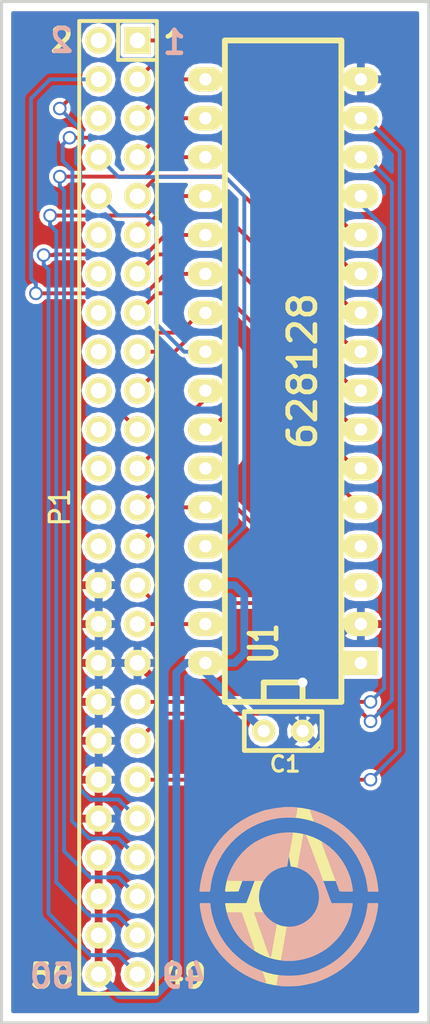
<source format=kicad_pcb>
(kicad_pcb (version 4) (host pcbnew "(2014-08-04 BZR 5053)-product")

  (general
    (links 43)
    (no_connects 0)
    (area 70.384999 77.369999 98.525001 144.245001)
    (thickness 1.6)
    (drawings 12)
    (tracks 240)
    (zones 0)
    (modules 5)
    (nets 41)
  )

  (page A4)
  (layers
    (0 F.Cu signal)
    (31 B.Cu signal)
    (32 B.Adhes user)
    (33 F.Adhes user)
    (34 B.Paste user)
    (35 F.Paste user)
    (36 B.SilkS user)
    (37 F.SilkS user)
    (38 B.Mask user)
    (39 F.Mask user)
    (40 Dwgs.User user)
    (41 Cmts.User user)
    (42 Eco1.User user)
    (43 Eco2.User user)
    (44 Edge.Cuts user)
    (45 Margin user)
    (46 B.CrtYd user)
    (47 F.CrtYd user)
    (48 B.Fab user)
    (49 F.Fab user)
  )

  (setup
    (last_trace_width 0.254)
    (trace_clearance 0.254)
    (zone_clearance 0.254)
    (zone_45_only no)
    (trace_min 0.254)
    (segment_width 0.2)
    (edge_width 0.1)
    (via_size 0.889)
    (via_drill 0.635)
    (via_min_size 0.889)
    (via_min_drill 0.508)
    (uvia_size 0.508)
    (uvia_drill 0.127)
    (uvias_allowed no)
    (uvia_min_size 0.508)
    (uvia_min_drill 0.127)
    (pcb_text_width 0.3)
    (pcb_text_size 1.5 1.5)
    (mod_edge_width 0.15)
    (mod_text_size 1 1)
    (mod_text_width 0.15)
    (pad_size 1.5 1.5)
    (pad_drill 0.6)
    (pad_to_mask_clearance 0)
    (aux_axis_origin 0 0)
    (visible_elements FFFFFF7F)
    (pcbplotparams
      (layerselection 0x00030_80000001)
      (usegerberextensions false)
      (excludeedgelayer true)
      (linewidth 0.100000)
      (plotframeref false)
      (viasonmask false)
      (mode 1)
      (useauxorigin false)
      (hpglpennumber 1)
      (hpglpenspeed 20)
      (hpglpendiameter 15)
      (hpglpenoverlay 2)
      (psnegative false)
      (psa4output false)
      (plotreference true)
      (plotvalue true)
      (plotinvisibletext false)
      (padsonsilk false)
      (subtractmaskfromsilk false)
      (outputformat 1)
      (mirror false)
      (drillshape 1)
      (scaleselection 1)
      (outputdirectory ""))
  )

  (net 0 "")
  (net 1 GND)
  (net 2 VCC)
  (net 3 /A0)
  (net 4 /M1)
  (net 5 /A1)
  (net 6 /MREQ)
  (net 7 /A2)
  (net 8 /IORQ)
  (net 9 /A3)
  (net 10 /WR)
  (net 11 /A4)
  (net 12 /RD)
  (net 13 /A5)
  (net 14 /REFSH)
  (net 15 /A6)
  (net 16 /HALT)
  (net 17 /A7)
  (net 18 /WAIT)
  (net 19 /A8)
  (net 20 /INT)
  (net 21 /A9)
  (net 22 /NMI)
  (net 23 /A10)
  (net 24 /RESET)
  (net 25 /A11)
  (net 26 /BUSRQ)
  (net 27 /A12)
  (net 28 /BUSAK)
  (net 29 /A13)
  (net 30 /CLK)
  (net 31 /A14)
  (net 32 /A15)
  (net 33 /D0)
  (net 34 /D1)
  (net 35 /D2)
  (net 36 /D3)
  (net 37 /D4)
  (net 38 /D5)
  (net 39 /D6)
  (net 40 /D7)

  (net_class Default "This is the default net class."
    (clearance 0.254)
    (trace_width 0.254)
    (via_dia 0.889)
    (via_drill 0.635)
    (uvia_dia 0.508)
    (uvia_drill 0.127)
    (add_net /A0)
    (add_net /A1)
    (add_net /A10)
    (add_net /A11)
    (add_net /A12)
    (add_net /A13)
    (add_net /A14)
    (add_net /A15)
    (add_net /A2)
    (add_net /A3)
    (add_net /A4)
    (add_net /A5)
    (add_net /A6)
    (add_net /A7)
    (add_net /A8)
    (add_net /A9)
    (add_net /BUSAK)
    (add_net /BUSRQ)
    (add_net /CLK)
    (add_net /D0)
    (add_net /D1)
    (add_net /D2)
    (add_net /D3)
    (add_net /D4)
    (add_net /D5)
    (add_net /D6)
    (add_net /D7)
    (add_net /HALT)
    (add_net /INT)
    (add_net /IORQ)
    (add_net /M1)
    (add_net /MREQ)
    (add_net /NMI)
    (add_net /RD)
    (add_net /REFSH)
    (add_net /RESET)
    (add_net /WAIT)
    (add_net /WR)
  )

  (net_class PWR ""
    (clearance 0.254)
    (trace_width 0.508)
    (via_dia 0.889)
    (via_drill 0.635)
    (uvia_dia 0.508)
    (uvia_drill 0.127)
    (add_net GND)
    (add_net VCC)
  )

  (module Capacitors_ThroughHole:Capacitor3MMDiscRM2.5 (layer F.Cu) (tedit 53CC0597) (tstamp 53CC0870)
    (at 88.9 125.095 180)
    (descr Capacitor3MMDiscRM2.5)
    (tags C)
    (path /53CC03B1)
    (fp_text reference C1 (at -0.127 -2.159 180) (layer F.SilkS)
      (effects (font (size 1.016 1.016) (thickness 0.2032)))
    )
    (fp_text value C (at 0 -2.286 180) (layer F.SilkS) hide
      (effects (font (size 1.016 1.016) (thickness 0.2032)))
    )
    (fp_line (start -2.4892 -1.27) (end 2.54 -1.27) (layer F.SilkS) (width 0.3048))
    (fp_line (start 2.54 -1.27) (end 2.54 1.27) (layer F.SilkS) (width 0.3048))
    (fp_line (start 2.54 1.27) (end -2.54 1.27) (layer F.SilkS) (width 0.3048))
    (fp_line (start -2.54 1.27) (end -2.54 -1.27) (layer F.SilkS) (width 0.3048))
    (fp_line (start -2.54 -0.635) (end -1.905 -1.27) (layer F.SilkS) (width 0.3048))
    (pad 1 thru_hole circle (at -1.27 0 180) (size 1.50114 1.50114) (drill 0.8001) (layers *.Cu *.Mask F.SilkS)
      (net 1 GND))
    (pad 2 thru_hole circle (at 1.27 0 180) (size 1.50114 1.50114) (drill 0.8001) (layers *.Cu *.Mask F.SilkS)
      (net 2 VCC))
    (model discret/Capacitor/Capacitor3MMDiscRM2.5.wrl
      (at (xyz 0 0 0))
      (scale (xyz 1 1 1))
      (rotate (xyz 0 0 0))
    )
  )

  (module Socket_Strips:Socket_Strip_Straight_2x25 (layer F.Cu) (tedit 53CC0597) (tstamp 53CC07F5)
    (at 78.105 110.49 90)
    (path /53CC03AE)
    (fp_text reference P1 (at 0 -3.81 90) (layer F.SilkS)
      (effects (font (size 1.27 1.27) (thickness 0.2032)))
    )
    (fp_text value CONN_25X2 (at 0 0 90) (layer F.SilkS) hide
      (effects (font (size 1.27 1.27) (thickness 0.2032)))
    )
    (fp_line (start 29.21 2.54) (end -31.75 2.54) (layer F.SilkS) (width 0.254))
    (fp_line (start -31.75 -2.54) (end 31.75 -2.54) (layer F.SilkS) (width 0.254))
    (fp_line (start -31.75 -2.54) (end -31.75 2.54) (layer F.SilkS) (width 0.254))
    (fp_line (start 31.75 -2.54) (end 31.75 0) (layer F.SilkS) (width 0.254))
    (fp_line (start 31.75 2.54) (end 29.21 2.54) (layer F.SilkS) (width 0.254))
    (fp_line (start 31.75 0) (end 29.21 0) (layer F.SilkS) (width 0.254))
    (fp_line (start 29.21 0) (end 29.21 2.54) (layer F.SilkS) (width 0.254))
    (fp_line (start 31.75 2.54) (end 31.75 0) (layer F.SilkS) (width 0.254))
    (pad 1 thru_hole rect (at 30.48 1.27 270) (size 1.7272 1.7272) (drill 1.016) (layers *.Cu *.Mask F.SilkS)
      (net 3 /A0))
    (pad 2 thru_hole oval (at 30.48 -1.27 270) (size 1.7272 1.7272) (drill 1.016) (layers *.Cu *.Mask F.SilkS)
      (net 4 /M1))
    (pad 3 thru_hole oval (at 27.94 1.27 270) (size 1.7272 1.7272) (drill 1.016) (layers *.Cu *.Mask F.SilkS)
      (net 5 /A1))
    (pad 4 thru_hole oval (at 27.94 -1.27 270) (size 1.7272 1.7272) (drill 1.016) (layers *.Cu *.Mask F.SilkS)
      (net 6 /MREQ))
    (pad 5 thru_hole oval (at 25.4 1.27 270) (size 1.7272 1.7272) (drill 1.016) (layers *.Cu *.Mask F.SilkS)
      (net 7 /A2))
    (pad 6 thru_hole oval (at 25.4 -1.27 270) (size 1.7272 1.7272) (drill 1.016) (layers *.Cu *.Mask F.SilkS)
      (net 8 /IORQ))
    (pad 7 thru_hole oval (at 22.86 1.27 270) (size 1.7272 1.7272) (drill 1.016) (layers *.Cu *.Mask F.SilkS)
      (net 9 /A3))
    (pad 8 thru_hole oval (at 22.86 -1.27 270) (size 1.7272 1.7272) (drill 1.016) (layers *.Cu *.Mask F.SilkS)
      (net 10 /WR))
    (pad 9 thru_hole oval (at 20.32 1.27 270) (size 1.7272 1.7272) (drill 1.016) (layers *.Cu *.Mask F.SilkS)
      (net 11 /A4))
    (pad 10 thru_hole oval (at 20.32 -1.27 270) (size 1.7272 1.7272) (drill 1.016) (layers *.Cu *.Mask F.SilkS)
      (net 12 /RD))
    (pad 11 thru_hole oval (at 17.78 1.27 270) (size 1.7272 1.7272) (drill 1.016) (layers *.Cu *.Mask F.SilkS)
      (net 13 /A5))
    (pad 12 thru_hole oval (at 17.78 -1.27 270) (size 1.7272 1.7272) (drill 1.016) (layers *.Cu *.Mask F.SilkS)
      (net 14 /REFSH))
    (pad 13 thru_hole oval (at 15.24 1.27 270) (size 1.7272 1.7272) (drill 1.016) (layers *.Cu *.Mask F.SilkS)
      (net 15 /A6))
    (pad 14 thru_hole oval (at 15.24 -1.27 270) (size 1.7272 1.7272) (drill 1.016) (layers *.Cu *.Mask F.SilkS)
      (net 16 /HALT))
    (pad 15 thru_hole oval (at 12.7 1.27 270) (size 1.7272 1.7272) (drill 1.016) (layers *.Cu *.Mask F.SilkS)
      (net 17 /A7))
    (pad 16 thru_hole oval (at 12.7 -1.27 270) (size 1.7272 1.7272) (drill 1.016) (layers *.Cu *.Mask F.SilkS)
      (net 18 /WAIT))
    (pad 17 thru_hole oval (at 10.16 1.27 270) (size 1.7272 1.7272) (drill 1.016) (layers *.Cu *.Mask F.SilkS)
      (net 19 /A8))
    (pad 18 thru_hole oval (at 10.16 -1.27 270) (size 1.7272 1.7272) (drill 1.016) (layers *.Cu *.Mask F.SilkS)
      (net 20 /INT))
    (pad 19 thru_hole oval (at 7.62 1.27 270) (size 1.7272 1.7272) (drill 1.016) (layers *.Cu *.Mask F.SilkS)
      (net 21 /A9))
    (pad 20 thru_hole oval (at 7.62 -1.27 270) (size 1.7272 1.7272) (drill 1.016) (layers *.Cu *.Mask F.SilkS)
      (net 22 /NMI))
    (pad 21 thru_hole oval (at 5.08 1.27 270) (size 1.7272 1.7272) (drill 1.016) (layers *.Cu *.Mask F.SilkS)
      (net 23 /A10))
    (pad 22 thru_hole oval (at 5.08 -1.27 270) (size 1.7272 1.7272) (drill 1.016) (layers *.Cu *.Mask F.SilkS)
      (net 24 /RESET))
    (pad 23 thru_hole oval (at 2.54 1.27 270) (size 1.7272 1.7272) (drill 1.016) (layers *.Cu *.Mask F.SilkS)
      (net 25 /A11))
    (pad 24 thru_hole oval (at 2.54 -1.27 270) (size 1.7272 1.7272) (drill 1.016) (layers *.Cu *.Mask F.SilkS)
      (net 26 /BUSRQ))
    (pad 25 thru_hole oval (at 0 1.27 270) (size 1.7272 1.7272) (drill 1.016) (layers *.Cu *.Mask F.SilkS)
      (net 27 /A12))
    (pad 26 thru_hole oval (at 0 -1.27 270) (size 1.7272 1.7272) (drill 1.016) (layers *.Cu *.Mask F.SilkS)
      (net 28 /BUSAK))
    (pad 27 thru_hole oval (at -2.54 1.27 270) (size 1.7272 1.7272) (drill 1.016) (layers *.Cu *.Mask F.SilkS)
      (net 29 /A13))
    (pad 28 thru_hole oval (at -2.54 -1.27 270) (size 1.7272 1.7272) (drill 1.016) (layers *.Cu *.Mask F.SilkS)
      (net 30 /CLK))
    (pad 29 thru_hole oval (at -5.08 1.27 270) (size 1.7272 1.7272) (drill 1.016) (layers *.Cu *.Mask F.SilkS)
      (net 31 /A14))
    (pad 30 thru_hole oval (at -5.08 -1.27 270) (size 1.7272 1.7272) (drill 1.016) (layers *.Cu *.Mask F.SilkS)
      (net 1 GND))
    (pad 31 thru_hole oval (at -7.62 1.27 270) (size 1.7272 1.7272) (drill 1.016) (layers *.Cu *.Mask F.SilkS)
      (net 32 /A15))
    (pad 32 thru_hole oval (at -7.62 -1.27 270) (size 1.7272 1.7272) (drill 1.016) (layers *.Cu *.Mask F.SilkS)
      (net 1 GND))
    (pad 33 thru_hole oval (at -10.16 1.27 270) (size 1.7272 1.7272) (drill 1.016) (layers *.Cu *.Mask F.SilkS)
      (net 1 GND))
    (pad 34 thru_hole oval (at -10.16 -1.27 270) (size 1.7272 1.7272) (drill 1.016) (layers *.Cu *.Mask F.SilkS)
      (net 1 GND))
    (pad 35 thru_hole oval (at -12.7 1.27 270) (size 1.7272 1.7272) (drill 1.016) (layers *.Cu *.Mask F.SilkS)
      (net 33 /D0))
    (pad 36 thru_hole oval (at -12.7 -1.27 270) (size 1.7272 1.7272) (drill 1.016) (layers *.Cu *.Mask F.SilkS)
      (net 1 GND))
    (pad 37 thru_hole oval (at -15.24 1.27 270) (size 1.7272 1.7272) (drill 1.016) (layers *.Cu *.Mask F.SilkS)
      (net 34 /D1))
    (pad 38 thru_hole oval (at -15.24 -1.27 270) (size 1.7272 1.7272) (drill 1.016) (layers *.Cu *.Mask F.SilkS)
      (net 1 GND))
    (pad 39 thru_hole oval (at -17.78 1.27 270) (size 1.7272 1.7272) (drill 1.016) (layers *.Cu *.Mask F.SilkS)
      (net 35 /D2))
    (pad 40 thru_hole oval (at -17.78 -1.27 270) (size 1.7272 1.7272) (drill 1.016) (layers *.Cu *.Mask F.SilkS)
      (net 1 GND))
    (pad 41 thru_hole oval (at -20.32 1.27 270) (size 1.7272 1.7272) (drill 1.016) (layers *.Cu *.Mask F.SilkS)
      (net 36 /D3))
    (pad 42 thru_hole oval (at -20.32 -1.27 270) (size 1.7272 1.7272) (drill 1.016) (layers *.Cu *.Mask F.SilkS)
      (net 1 GND))
    (pad 43 thru_hole oval (at -22.86 1.27 270) (size 1.7272 1.7272) (drill 1.016) (layers *.Cu *.Mask F.SilkS)
      (net 37 /D4))
    (pad 44 thru_hole oval (at -22.86 -1.27 270) (size 1.7272 1.7272) (drill 1.016) (layers *.Cu *.Mask F.SilkS)
      (net 2 VCC))
    (pad 45 thru_hole oval (at -25.4 1.27 270) (size 1.7272 1.7272) (drill 1.016) (layers *.Cu *.Mask F.SilkS)
      (net 38 /D5))
    (pad 46 thru_hole oval (at -25.4 -1.27 270) (size 1.7272 1.7272) (drill 1.016) (layers *.Cu *.Mask F.SilkS)
      (net 2 VCC))
    (pad 47 thru_hole oval (at -27.94 1.27 270) (size 1.7272 1.7272) (drill 1.016) (layers *.Cu *.Mask F.SilkS)
      (net 39 /D6))
    (pad 48 thru_hole oval (at -27.94 -1.27 270) (size 1.7272 1.7272) (drill 1.016) (layers *.Cu *.Mask F.SilkS)
      (net 2 VCC))
    (pad 49 thru_hole oval (at -30.48 1.27 270) (size 1.7272 1.7272) (drill 1.016) (layers *.Cu *.Mask F.SilkS)
      (net 40 /D7))
    (pad 50 thru_hole oval (at -30.48 -1.27 270) (size 1.7272 1.7272) (drill 1.016) (layers *.Cu *.Mask F.SilkS)
      (net 2 VCC))
    (model Socket_Strips/Socket_Strip_Straight_2x25.wrl
      (at (xyz 0 0 0))
      (scale (xyz 1 1 1))
      (rotate (xyz 0 0 0))
    )
  )

  (module Own:DIP32-400_ELL (layer F.Cu) (tedit 53CFAB80) (tstamp 53CFABFE)
    (at 88.9 101.6 90)
    (descr "Module DIP 32 pins, elliptical pads, width 400")
    (tags DIL)
    (path /53CC0B55)
    (fp_text reference U1 (at -17.78 -1.27 90) (layer F.SilkS)
      (effects (font (size 1.778 1.27) (thickness 0.3048)))
    )
    (fp_text value 628128 (at 0 1.27 90) (layer F.SilkS)
      (effects (font (size 1.778 1.778) (thickness 0.3048)))
    )
    (fp_line (start -21.59 1.27) (end -20.32 1.27) (layer F.SilkS) (width 0.381))
    (fp_line (start -20.32 1.27) (end -20.32 -1.27) (layer F.SilkS) (width 0.381))
    (fp_line (start -20.32 -1.27) (end -21.59 -1.27) (layer F.SilkS) (width 0.381))
    (fp_line (start -21.59 -3.81) (end 21.59 -3.81) (layer F.SilkS) (width 0.381))
    (fp_line (start 21.59 -3.81) (end 21.59 3.81) (layer F.SilkS) (width 0.381))
    (fp_line (start 21.59 3.81) (end -21.59 3.81) (layer F.SilkS) (width 0.381))
    (fp_line (start -21.59 3.81) (end -21.59 -3.81) (layer F.SilkS) (width 0.381))
    (pad 1 thru_hole rect (at -19.05 5.08 90) (size 1.5748 2.286) (drill 0.8128) (layers *.Cu *.Mask F.SilkS))
    (pad 2 thru_hole oval (at -16.51 5.08 90) (size 1.5748 2.286) (drill 0.8128) (layers *.Cu *.Mask F.SilkS)
      (net 1 GND))
    (pad 3 thru_hole oval (at -13.97 5.08 90) (size 1.5748 2.286) (drill 0.8128) (layers *.Cu *.Mask F.SilkS)
      (net 31 /A14))
    (pad 4 thru_hole oval (at -11.43 5.08 90) (size 1.5748 2.286) (drill 0.8128) (layers *.Cu *.Mask F.SilkS)
      (net 27 /A12))
    (pad 5 thru_hole oval (at -8.89 5.08 90) (size 1.5748 2.286) (drill 0.8128) (layers *.Cu *.Mask F.SilkS)
      (net 17 /A7))
    (pad 6 thru_hole oval (at -6.35 5.08 90) (size 1.5748 2.286) (drill 0.8128) (layers *.Cu *.Mask F.SilkS)
      (net 15 /A6))
    (pad 7 thru_hole oval (at -3.81 5.08 90) (size 1.5748 2.286) (drill 0.8128) (layers *.Cu *.Mask F.SilkS)
      (net 13 /A5))
    (pad 8 thru_hole oval (at -1.27 5.08 90) (size 1.5748 2.286) (drill 0.8128) (layers *.Cu *.Mask F.SilkS)
      (net 11 /A4))
    (pad 9 thru_hole oval (at 1.27 5.08 90) (size 1.5748 2.286) (drill 0.8128) (layers *.Cu *.Mask F.SilkS)
      (net 9 /A3))
    (pad 10 thru_hole oval (at 3.81 5.08 90) (size 1.5748 2.286) (drill 0.8128) (layers *.Cu *.Mask F.SilkS)
      (net 7 /A2))
    (pad 11 thru_hole oval (at 6.35 5.08 90) (size 1.5748 2.286) (drill 0.8128) (layers *.Cu *.Mask F.SilkS)
      (net 5 /A1))
    (pad 12 thru_hole oval (at 8.89 5.08 90) (size 1.5748 2.286) (drill 0.8128) (layers *.Cu *.Mask F.SilkS)
      (net 3 /A0))
    (pad 13 thru_hole oval (at 11.43 5.08 90) (size 1.5748 2.286) (drill 0.8128) (layers *.Cu *.Mask F.SilkS)
      (net 33 /D0))
    (pad 14 thru_hole oval (at 13.97 5.08 90) (size 1.5748 2.286) (drill 0.8128) (layers *.Cu *.Mask F.SilkS)
      (net 34 /D1))
    (pad 15 thru_hole oval (at 16.51 5.08 90) (size 1.5748 2.286) (drill 0.8128) (layers *.Cu *.Mask F.SilkS)
      (net 35 /D2))
    (pad 16 thru_hole oval (at 19.05 5.08 90) (size 1.5748 2.286) (drill 0.8128) (layers *.Cu *.Mask F.SilkS)
      (net 1 GND))
    (pad 17 thru_hole oval (at 19.05 -5.08 90) (size 1.5748 2.286) (drill 0.8128) (layers *.Cu *.Mask F.SilkS)
      (net 36 /D3))
    (pad 18 thru_hole oval (at 16.51 -5.08 90) (size 1.5748 2.286) (drill 0.8128) (layers *.Cu *.Mask F.SilkS)
      (net 37 /D4))
    (pad 19 thru_hole oval (at 13.97 -5.08 90) (size 1.5748 2.286) (drill 0.8128) (layers *.Cu *.Mask F.SilkS)
      (net 38 /D5))
    (pad 20 thru_hole oval (at 11.43 -5.08 90) (size 1.5748 2.286) (drill 0.8128) (layers *.Cu *.Mask F.SilkS)
      (net 39 /D6))
    (pad 21 thru_hole oval (at 8.89 -5.08 90) (size 1.5748 2.286) (drill 0.8128) (layers *.Cu *.Mask F.SilkS)
      (net 40 /D7))
    (pad 22 thru_hole oval (at 6.35 -5.08 90) (size 1.5748 2.286) (drill 0.8128) (layers *.Cu *.Mask F.SilkS)
      (net 6 /MREQ))
    (pad 23 thru_hole oval (at 3.81 -5.08 90) (size 1.5748 2.286) (drill 0.8128) (layers *.Cu *.Mask F.SilkS)
      (net 23 /A10))
    (pad 24 thru_hole oval (at 1.27 -5.08 90) (size 1.5748 2.286) (drill 0.8128) (layers *.Cu *.Mask F.SilkS)
      (net 12 /RD))
    (pad 25 thru_hole oval (at -1.27 -5.08 90) (size 1.5748 2.286) (drill 0.8128) (layers *.Cu *.Mask F.SilkS)
      (net 25 /A11))
    (pad 26 thru_hole oval (at -3.81 -5.08 90) (size 1.5748 2.286) (drill 0.8128) (layers *.Cu *.Mask F.SilkS)
      (net 21 /A9))
    (pad 27 thru_hole oval (at -6.35 -5.08 90) (size 1.5748 2.286) (drill 0.8128) (layers *.Cu *.Mask F.SilkS)
      (net 19 /A8))
    (pad 28 thru_hole oval (at -8.89 -5.08 90) (size 1.5748 2.286) (drill 0.8128) (layers *.Cu *.Mask F.SilkS)
      (net 29 /A13))
    (pad 29 thru_hole oval (at -11.43 -5.08 90) (size 1.5748 2.286) (drill 0.8128) (layers *.Cu *.Mask F.SilkS)
      (net 10 /WR))
    (pad 30 thru_hole oval (at -13.97 -5.08 90) (size 1.5748 2.286) (drill 0.8128) (layers *.Cu *.Mask F.SilkS)
      (net 2 VCC))
    (pad 31 thru_hole oval (at -16.51 -5.08 90) (size 1.5748 2.286) (drill 0.8128) (layers *.Cu *.Mask F.SilkS)
      (net 32 /A15))
    (pad 32 thru_hole oval (at -19.05 -5.08 90) (size 1.5748 2.286) (drill 0.8128) (layers *.Cu *.Mask F.SilkS)
      (net 2 VCC))
  )

  (module Own:logo (layer F.Cu) (tedit 53DA8774) (tstamp 53DA8F8D)
    (at 89.281 136.144)
    (fp_text reference G*** (at 0 0) (layer F.SilkS) hide
      (effects (font (thickness 0.3)))
    )
    (fp_text value LOGO (at 0.75 0) (layer F.SilkS) hide
      (effects (font (thickness 0.3)))
    )
    (fp_poly (pts (xy 0.759115 5.511094) (xy 0.758306 5.514083) (xy 0.727894 5.524141) (xy 0.661655 5.533521)
      (xy 0.566092 5.54202) (xy 0.44771 5.549436) (xy 0.313012 5.555566) (xy 0.168501 5.560208)
      (xy 0.020681 5.56316) (xy -0.123944 5.564219) (xy -0.25887 5.563184) (xy -0.377594 5.559853)
      (xy -0.473613 5.554022) (xy -0.486833 5.552805) (xy -0.996093 5.482825) (xy -1.487803 5.374342)
      (xy -1.961913 5.227374) (xy -2.418372 5.041941) (xy -2.857132 4.818063) (xy -3.27814 4.555759)
      (xy -3.539755 4.366575) (xy -3.68523 4.248649) (xy -3.84655 4.106454) (xy -4.014337 3.949119)
      (xy -4.179218 3.78577) (xy -4.331816 3.625536) (xy -4.462755 3.477543) (xy -4.502802 3.429)
      (xy -4.797089 3.031182) (xy -5.056883 2.611708) (xy -5.28025 2.174218) (xy -5.465254 1.722352)
      (xy -5.557426 1.444569) (xy -5.601528 1.287265) (xy -5.645122 1.110474) (xy -5.685866 0.925606)
      (xy -5.72142 0.74407) (xy -5.749442 0.577276) (xy -5.767591 0.436632) (xy -5.770265 0.407458)
      (xy -5.784587 0.232833) (xy -5.48521 0.232833) (xy -5.185833 0.232833) (xy -5.185709 0.291042)
      (xy -5.181013 0.361338) (xy -5.168299 0.462587) (xy -5.149296 0.584546) (xy -5.125732 0.716973)
      (xy -5.099336 0.849623) (xy -5.071837 0.972253) (xy -5.068238 0.987061) (xy -4.936018 1.439056)
      (xy -4.766891 1.872129) (xy -4.562552 2.28454) (xy -4.324692 2.674547) (xy -4.055006 3.040407)
      (xy -3.755187 3.38038) (xy -3.426928 3.692724) (xy -3.071922 3.975696) (xy -2.691863 4.227556)
      (xy -2.288443 4.446561) (xy -1.863357 4.630969) (xy -1.418298 4.77904) (xy -1.368051 4.793074)
      (xy -1.057135 4.869258) (xy -0.75663 4.923169) (xy -0.453743 4.956268) (xy -0.135685 4.970017)
      (xy 0.15875 4.967507) (xy 0.290869 4.963163) (xy 0.410526 4.958153) (xy 0.510505 4.952866)
      (xy 0.58359 4.947689) (xy 0.622565 4.94301) (xy 0.624862 4.942425) (xy 0.642389 4.939929)
      (xy 0.656361 4.948672) (xy 0.668857 4.974778) (xy 0.681956 5.024372) (xy 0.697736 5.10358)
      (xy 0.717968 5.216762) (xy 0.735556 5.321774) (xy 0.748986 5.411069) (xy 0.757195 5.476793)
      (xy 0.759115 5.511094) (xy 0.759115 5.511094)) (layer F.SilkS) (width 0.1))
    (fp_poly (pts (xy 5.784586 0.232833) (xy 5.770264 0.407458) (xy 5.754893 0.539954) (xy 5.729073 0.701395)
      (xy 5.695149 0.880374) (xy 5.655459 1.065481) (xy 5.612347 1.245306) (xy 5.568153 1.408441)
      (xy 5.557426 1.444569) (xy 5.394116 1.911128) (xy 5.192902 2.359281) (xy 4.954667 2.787584)
      (xy 4.680293 3.194595) (xy 4.370663 3.578871) (xy 4.039656 3.926417) (xy 3.726973 4.211315)
      (xy 3.411224 4.461499) (xy 3.082549 4.684039) (xy 2.731088 4.886007) (xy 2.624936 4.941008)
      (xy 2.493664 5.00479) (xy 2.349839 5.069992) (xy 2.200002 5.134097) (xy 2.050696 5.194586)
      (xy 1.908461 5.248942) (xy 1.779839 5.294646) (xy 1.671372 5.329181) (xy 1.5896 5.350027)
      (xy 1.549076 5.355167) (xy 1.547052 5.336507) (xy 1.558334 5.284976) (xy 1.581112 5.207244)
      (xy 1.613577 5.109981) (xy 1.622315 5.085292) (xy 1.66042 4.978735) (xy 1.695564 4.880445)
      (xy 1.724158 4.800457) (xy 1.742616 4.748806) (xy 1.74427 4.744173) (xy 1.761684 4.706809)
      (xy 1.788929 4.677455) (xy 1.835184 4.6495) (xy 1.90963 4.616336) (xy 1.937897 4.604762)
      (xy 2.361409 4.411018) (xy 2.762234 4.183258) (xy 3.138723 3.923608) (xy 3.489227 3.634194)
      (xy 3.812098 3.317143) (xy 4.105687 2.974581) (xy 4.368344 2.608634) (xy 4.598422 2.221427)
      (xy 4.79427 1.815088) (xy 4.95424 1.391743) (xy 5.076684 0.953517) (xy 5.159952 0.502537)
      (xy 5.168301 0.439208) (xy 5.194188 0.232833) (xy 5.489387 0.232833) (xy 5.784586 0.232833)
      (xy 5.784586 0.232833)) (layer F.SilkS) (width 0.1))
    (fp_poly (pts (xy 0.479186 3.884083) (xy 0.340134 3.897329) (xy 0.247738 3.903495) (xy 0.130484 3.907573)
      (xy 0.002326 3.909459) (xy -0.12278 3.909046) (xy -0.230878 3.906231) (xy -0.296333 3.902123)
      (xy -0.619331 3.860944) (xy -0.937481 3.799395) (xy -1.238786 3.720192) (xy -1.50412 3.628864)
      (xy -1.885549 3.456671) (xy -2.243356 3.250396) (xy -2.575884 3.012145) (xy -2.881476 2.744024)
      (xy -3.158473 2.448141) (xy -3.405218 2.126602) (xy -3.620055 1.781513) (xy -3.801326 1.414982)
      (xy -3.947373 1.029114) (xy -4.056539 0.626017) (xy -4.113422 0.312208) (xy -4.124839 0.232833)
      (xy -3.440003 0.232833) (xy -2.755168 0.232833) (xy -2.719107 0.138408) (xy -2.706942 0.106055)
      (xy -2.681022 0.036735) (xy -2.642357 -0.066846) (xy -2.591956 -0.201979) (xy -2.530828 -0.365956)
      (xy -2.459981 -0.55607) (xy -2.380425 -0.769612) (xy -2.293168 -1.003876) (xy -2.199219 -1.256152)
      (xy -2.099588 -1.523734) (xy -1.995283 -1.803914) (xy -1.887313 -2.093983) (xy -1.885552 -2.098715)
      (xy -1.7596 -2.437022) (xy -1.647491 -2.737849) (xy -1.548347 -3.003406) (xy -1.461294 -3.235907)
      (xy -1.385454 -3.437563) (xy -1.319952 -3.610585) (xy -1.263911 -3.757186) (xy -1.216457 -3.879577)
      (xy -1.176712 -3.979971) (xy -1.143802 -4.060578) (xy -1.116848 -4.123612) (xy -1.094977 -4.171283)
      (xy -1.077312 -4.205804) (xy -1.062976 -4.229387) (xy -1.051093 -4.244243) (xy -1.040789 -4.252584)
      (xy -1.031186 -4.256621) (xy -1.030863 -4.256709) (xy -0.988152 -4.26177) (xy -0.973667 -4.251267)
      (xy -0.970035 -4.226871) (xy -0.959622 -4.164942) (xy -0.943155 -4.069611) (xy -0.921359 -3.945009)
      (xy -0.894959 -3.795265) (xy -0.864682 -3.624509) (xy -0.831253 -3.436873) (xy -0.795397 -3.236486)
      (xy -0.79375 -3.227301) (xy -0.757752 -3.025871) (xy -0.724155 -2.83653) (xy -0.693689 -2.663483)
      (xy -0.667083 -2.510934) (xy -0.645066 -2.383087) (xy -0.628367 -2.284148) (xy -0.617714 -2.218321)
      (xy -0.613838 -2.189809) (xy -0.613833 -2.189555) (xy -0.631674 -2.157266) (xy -0.658198 -2.143435)
      (xy -0.720215 -2.121043) (xy -0.806875 -2.081781) (xy -0.907066 -2.031445) (xy -1.009673 -1.975828)
      (xy -1.103585 -1.920724) (xy -1.174318 -1.874347) (xy -1.357713 -1.722373) (xy -1.530407 -1.538777)
      (xy -1.683661 -1.334224) (xy -1.808738 -1.119381) (xy -1.831345 -1.072358) (xy -1.917091 -0.844554)
      (xy -1.976242 -0.595883) (xy -2.006973 -0.339303) (xy -2.00746 -0.087773) (xy -1.991253 0.063316)
      (xy -1.926117 0.348338) (xy -1.823385 0.616099) (xy -1.685171 0.863704) (xy -1.513591 1.088259)
      (xy -1.310759 1.28687) (xy -1.078791 1.456645) (xy -0.899583 1.557089) (xy -0.687058 1.651643)
      (xy -0.48474 1.716619) (xy -0.277292 1.756197) (xy -0.112522 1.771528) (xy 0.10304 1.78422)
      (xy 0.137504 1.976902) (xy 0.148894 2.040543) (xy 0.166721 2.140101) (xy 0.189955 2.269827)
      (xy 0.217566 2.423967) (xy 0.248523 2.596772) (xy 0.281796 2.782488) (xy 0.316354 2.975364)
      (xy 0.325577 3.026833) (xy 0.479186 3.884083) (xy 0.479186 3.884083)) (layer F.SilkS) (width 0.1))
    (fp_poly (pts (xy 2.2225 0.831677) (xy 2.215656 0.854165) (xy 2.196043 0.912564) (xy 2.165042 1.002958)
      (xy 2.124032 1.121434) (xy 2.074392 1.264078) (xy 2.017502 1.426974) (xy 1.954743 1.606209)
      (xy 1.887492 1.797868) (xy 1.81713 1.998037) (xy 1.745037 2.202801) (xy 1.672593 2.408247)
      (xy 1.601176 2.61046) (xy 1.532166 2.805526) (xy 1.466944 2.989529) (xy 1.406888 3.158557)
      (xy 1.353379 3.308695) (xy 1.307796 3.436027) (xy 1.271518 3.536641) (xy 1.245925 3.606622)
      (xy 1.232397 3.642054) (xy 1.230702 3.645652) (xy 1.224097 3.628663) (xy 1.211027 3.573935)
      (xy 1.19227 3.485436) (xy 1.168603 3.367136) (xy 1.140806 3.223004) (xy 1.109656 3.057008)
      (xy 1.075932 2.873119) (xy 1.040411 2.675306) (xy 1.039821 2.671985) (xy 1.004143 2.471451)
      (xy 0.970456 2.28264) (xy 0.939535 2.109854) (xy 0.912154 1.957396) (xy 0.889088 1.829568)
      (xy 0.87111 1.730674) (xy 0.858996 1.665015) (xy 0.853593 1.63721) (xy 0.853733 1.61079)
      (xy 0.872104 1.58553) (xy 0.915581 1.555182) (xy 0.98777 1.515221) (xy 1.160824 1.406944)
      (xy 1.333786 1.267588) (xy 1.495335 1.106891) (xy 1.582706 1.00348) (xy 1.722595 0.8255)
      (xy 1.972547 0.8255) (xy 2.069762 0.825989) (xy 2.149323 0.82732) (xy 2.202984 0.82929)
      (xy 2.2225 0.831677) (xy 2.2225 0.831677)) (layer F.SilkS) (width 0.1))
    (fp_poly (pts (xy 4.0005 0.854772) (xy 3.992262 0.900283) (xy 3.96955 0.976436) (xy 3.93537 1.075316)
      (xy 3.892728 1.18901) (xy 3.844627 1.309602) (xy 3.794073 1.429177) (xy 3.744072 1.539822)
      (xy 3.726311 1.576917) (xy 3.531311 1.934431) (xy 3.305026 2.269411) (xy 3.284606 2.296583)
      (xy 3.205106 2.393834) (xy 3.101727 2.509019) (xy 2.983318 2.63322) (xy 2.858727 2.757515)
      (xy 2.7368 2.872986) (xy 2.626386 2.970713) (xy 2.57175 3.015249) (xy 2.469242 3.093953)
      (xy 2.385942 3.155272) (xy 2.325601 3.196588) (xy 2.291971 3.215284) (xy 2.286176 3.214476)
      (xy 2.293078 3.193684) (xy 2.312897 3.136489) (xy 2.344405 3.046385) (xy 2.38637 2.926867)
      (xy 2.437563 2.78143) (xy 2.496752 2.613571) (xy 2.562709 2.426782) (xy 2.634203 2.224561)
      (xy 2.706103 2.021417) (xy 3.125854 0.836083) (xy 3.563177 0.830362) (xy 3.712617 0.828811)
      (xy 3.824718 0.828784) (xy 3.904455 0.830559) (xy 3.956803 0.834414) (xy 3.986737 0.840627)
      (xy 3.999234 0.849475) (xy 4.0005 0.854772) (xy 4.0005 0.854772)) (layer F.SilkS) (width 0.1))
    (fp_poly (pts (xy -1.426489 -5.857378) (xy -1.430392 -5.835524) (xy -1.44692 -5.780729) (xy -1.473862 -5.699697)
      (xy -1.509006 -5.599135) (xy -1.539505 -5.514688) (xy -1.661583 -5.18106) (xy -1.830917 -5.119592)
      (xy -1.970167 -5.064224) (xy -2.132741 -4.991813) (xy -2.30646 -4.908383) (xy -2.479148 -4.819953)
      (xy -2.638628 -4.732546) (xy -2.760375 -4.66) (xy -3.148286 -4.391746) (xy -3.507588 -4.093034)
      (xy -3.836858 -3.765435) (xy -4.134673 -3.410523) (xy -4.399609 -3.029871) (xy -4.630244 -2.62505)
      (xy -4.666019 -2.553776) (xy -4.843668 -2.158541) (xy -4.983273 -1.770096) (xy -5.086933 -1.381787)
      (xy -5.154312 -1.004882) (xy -5.168935 -0.898859) (xy -5.182366 -0.801913) (xy -5.193038 -0.725314)
      (xy -5.199057 -0.682625) (xy -5.208918 -0.613833) (xy -5.505344 -0.613833) (xy -5.801769 -0.613833)
      (xy -5.7884 -0.746125) (xy -5.717576 -1.245491) (xy -5.608191 -1.730348) (xy -5.461464 -2.198951)
      (xy -5.278615 -2.64956) (xy -5.060862 -3.08043) (xy -4.809423 -3.48982) (xy -4.525518 -3.875986)
      (xy -4.210366 -4.237185) (xy -3.865184 -4.571676) (xy -3.491192 -4.877714) (xy -3.089609 -5.153558)
      (xy -2.661653 -5.397464) (xy -2.469215 -5.492379) (xy -2.353886 -5.544343) (xy -2.225161 -5.598373)
      (xy -2.088976 -5.65239) (xy -1.951268 -5.704317) (xy -1.817974 -5.752075) (xy -1.695028 -5.793588)
      (xy -1.588367 -5.826776) (xy -1.503928 -5.849562) (xy -1.447646 -5.859868) (xy -1.426489 -5.857378)
      (xy -1.426489 -5.857378)) (layer F.SilkS) (width 0.1))
    (fp_poly (pts (xy -2.181128 -3.769334) (xy -2.248853 -3.583292) (xy -2.267612 -3.531945) (xy -2.299585 -3.444642)
      (xy -2.343387 -3.325162) (xy -2.397629 -3.177284) (xy -2.460926 -3.004788) (xy -2.53189 -2.811452)
      (xy -2.609135 -2.601056) (xy -2.691273 -2.377379) (xy -2.776918 -2.1442) (xy -2.82591 -2.010833)
      (xy -3.335241 -0.624417) (xy -3.731371 -0.618658) (xy -4.1275 -0.612899) (xy -4.127433 -0.660991)
      (xy -4.122556 -0.721245) (xy -4.109282 -0.812676) (xy -4.089471 -0.925389) (xy -4.064984 -1.049489)
      (xy -4.03768 -1.175081) (xy -4.00942 -1.292271) (xy -4.006976 -1.30175) (xy -3.886785 -1.682206)
      (xy -3.727764 -2.051232) (xy -3.53274 -2.404791) (xy -3.304546 -2.738847) (xy -3.04601 -3.049362)
      (xy -2.759963 -3.332301) (xy -2.449235 -3.583626) (xy -2.365856 -3.642537) (xy -2.181128 -3.769334)
      (xy -2.181128 -3.769334)) (layer F.SilkS) (width 0.1))
    (fp_poly (pts (xy 5.803388 -0.613833) (xy 5.506153 -0.613833) (xy 5.208918 -0.613833) (xy 5.199056 -0.682625)
      (xy 5.192283 -0.730704) (xy 5.181319 -0.809451) (xy 5.167728 -0.907596) (xy 5.154311 -1.004882)
      (xy 5.084573 -1.392277) (xy 4.982001 -1.773515) (xy 4.844368 -2.15566) (xy 4.669447 -2.545775)
      (xy 4.667088 -2.550583) (xy 4.444037 -2.957697) (xy 4.188061 -3.339463) (xy 3.901161 -3.694455)
      (xy 3.58534 -4.021245) (xy 3.2426 -4.318406) (xy 2.874944 -4.584509) (xy 2.484375 -4.818127)
      (xy 2.072894 -5.017833) (xy 1.642504 -5.1822) (xy 1.195208 -5.309799) (xy 0.733008 -5.399203)
      (xy 0.656151 -5.41009) (xy 0.48602 -5.427782) (xy 0.28483 -5.439875) (xy 0.063558 -5.445774)
      (xy -0.011649 -5.44626) (xy -0.414882 -5.446859) (xy -0.461783 -5.713221) (xy -0.4795 -5.815718)
      (xy -0.494096 -5.903742) (xy -0.504167 -5.96856) (xy -0.508309 -6.001443) (xy -0.508342 -6.002775)
      (xy -0.488064 -6.014982) (xy -0.431875 -6.025261) (xy -0.346163 -6.033397) (xy -0.237315 -6.039173)
      (xy -0.111719 -6.042373) (xy 0.024238 -6.042781) (xy 0.164168 -6.04018) (xy 0.301682 -6.034353)
      (xy 0.345427 -6.031687) (xy 0.843597 -5.978248) (xy 1.329152 -5.885339) (xy 1.800252 -5.754112)
      (xy 2.25506 -5.58572) (xy 2.691736 -5.381317) (xy 3.108441 -5.142056) (xy 3.503336 -4.86909)
      (xy 3.874582 -4.563571) (xy 4.22034 -4.226654) (xy 4.538771 -3.859491) (xy 4.828037 -3.463235)
      (xy 5.069209 -3.069721) (xy 5.253824 -2.708022) (xy 5.416053 -2.323954) (xy 5.552835 -1.927025)
      (xy 5.661108 -1.526743) (xy 5.737813 -1.132616) (xy 5.767764 -0.899583) (xy 5.776982 -0.814455)
      (xy 5.786728 -0.732983) (xy 5.792023 -0.693208) (xy 5.803388 -0.613833) (xy 5.803388 -0.613833)) (layer F.SilkS) (width 0.1))
    (fp_poly (pts (xy 4.0005 -1.331147) (xy 3.979898 -1.327416) (xy 3.92035 -1.323975) (xy 3.825244 -1.32088)
      (xy 3.697966 -1.318185) (xy 3.541902 -1.315945) (xy 3.360441 -1.314217) (xy 3.156968 -1.313053)
      (xy 2.934871 -1.312511) (xy 2.852208 -1.312478) (xy 1.703917 -1.312623) (xy 1.651 -1.391358)
      (xy 1.588191 -1.473484) (xy 1.502265 -1.570684) (xy 1.403733 -1.672318) (xy 1.303106 -1.767744)
      (xy 1.210894 -1.84632) (xy 1.174842 -1.873419) (xy 0.97916 -1.994366) (xy 0.762907 -2.097006)
      (xy 0.539523 -2.175975) (xy 0.322449 -2.225906) (xy 0.274737 -2.232731) (xy 0.15832 -2.247276)
      (xy -0.027134 -3.28793) (xy -0.063557 -3.49294) (xy -0.097593 -3.68572) (xy -0.128534 -3.862173)
      (xy -0.155671 -4.018202) (xy -0.178296 -4.149711) (xy -0.1957 -4.252603) (xy -0.207177 -4.322782)
      (xy -0.212016 -4.356152) (xy -0.212127 -4.357969) (xy -0.19199 -4.369661) (xy -0.136505 -4.37702)
      (xy -0.052407 -4.380315) (xy 0.053568 -4.379813) (xy 0.174687 -4.375784) (xy 0.304213 -4.368495)
      (xy 0.435413 -4.358215) (xy 0.561551 -4.345212) (xy 0.675892 -4.329754) (xy 0.730762 -4.320406)
      (xy 1.142527 -4.222791) (xy 1.536894 -4.087581) (xy 1.911856 -3.91627) (xy 2.265408 -3.710347)
      (xy 2.595546 -3.471306) (xy 2.900263 -3.200638) (xy 3.177555 -2.899834) (xy 3.425416 -2.570386)
      (xy 3.64184 -2.213787) (xy 3.692426 -2.117374) (xy 3.736946 -2.025012) (xy 3.785783 -1.915726)
      (xy 3.835913 -1.79723) (xy 3.884314 -1.677238) (xy 3.927963 -1.563463) (xy 3.963837 -1.463621)
      (xy 3.988915 -1.385425) (xy 4.000172 -1.33659) (xy 4.0005 -1.331147) (xy 4.0005 -1.331147)) (layer F.SilkS) (width 0.1))
  )

  (module Own:logo-back (layer B.Cu) (tedit 53DA8774) (tstamp 53DA8F9A)
    (at 89.281 136.144)
    (fp_text reference G*** (at 0 0) (layer B.SilkS) hide
      (effects (font (thickness 0.3)) (justify mirror))
    )
    (fp_text value LOGO (at 0.75 0) (layer B.SilkS) hide
      (effects (font (thickness 0.3)) (justify mirror))
    )
    (fp_poly (pts (xy 5.784586 0.232833) (xy 5.770264 0.407458) (xy 5.754893 0.539954) (xy 5.729073 0.701395)
      (xy 5.695149 0.880374) (xy 5.655459 1.065481) (xy 5.612347 1.245306) (xy 5.568153 1.408441)
      (xy 5.557426 1.444569) (xy 5.393971 1.911735) (xy 5.192791 2.360017) (xy 4.954636 2.788189)
      (xy 4.680258 3.195023) (xy 4.370408 3.57929) (xy 4.039656 3.926417) (xy 3.666579 4.260344)
      (xy 3.275817 4.556137) (xy 2.866472 4.814242) (xy 2.43765 5.035104) (xy 1.988457 5.219169)
      (xy 1.517996 5.366882) (xy 1.025373 5.478691) (xy 0.867833 5.506161) (xy 0.748141 5.521485)
      (xy 0.596384 5.53463) (xy 0.421869 5.545345) (xy 0.233898 5.553382) (xy 0.041778 5.558491)
      (xy -0.145188 5.560423) (xy -0.317695 5.558928) (xy -0.466438 5.553758) (xy -0.579563 5.544954)
      (xy -0.659192 5.534767) (xy -0.721216 5.524686) (xy -0.754718 5.516547) (xy -0.757336 5.515053)
      (xy -0.757861 5.491348) (xy -0.751718 5.433903) (xy -0.739948 5.350603) (xy -0.723591 5.249334)
      (xy -0.717968 5.216762) (xy -0.697504 5.102325) (xy -0.681772 5.023545) (xy -0.668694 4.974298)
      (xy -0.656192 4.948458) (xy -0.642187 4.939902) (xy -0.624863 4.942425) (xy -0.591166 4.947004)
      (xy -0.522363 4.952135) (xy -0.425669 4.957431) (xy -0.3083 4.962502) (xy -0.177473 4.966961)
      (xy -0.15875 4.967507) (xy 0.182496 4.969183) (xy 0.497606 4.952761) (xy 0.79937 4.916781)
      (xy 1.100579 4.85978) (xy 1.368051 4.793074) (xy 1.81521 4.649118) (xy 2.242582 4.468633)
      (xy 2.648475 4.253359) (xy 3.031194 4.005039) (xy 3.389047 3.725413) (xy 3.72034 3.416224)
      (xy 4.023379 3.079213) (xy 4.296473 2.716123) (xy 4.537926 2.328694) (xy 4.746047 1.91867)
      (xy 4.919141 1.48779) (xy 5.055515 1.037797) (xy 5.068238 0.987061) (xy 5.095753 0.866505)
      (xy 5.122392 0.734586) (xy 5.146427 0.601547) (xy 5.166127 0.47763) (xy 5.179764 0.373079)
      (xy 5.185611 0.298138) (xy 5.185708 0.291042) (xy 5.185833 0.232833) (xy 5.48521 0.232833)
      (xy 5.784586 0.232833) (xy 5.784586 0.232833)) (layer B.SilkS) (width 0.1))
    (fp_poly (pts (xy -1.546669 5.344324) (xy -1.556088 5.353669) (xy -1.561942 5.354128) (xy -1.596323 5.347261)
      (xy -1.660524 5.329546) (xy -1.744343 5.303926) (xy -1.810267 5.282517) (xy -2.273265 5.107617)
      (xy -2.712114 4.898574) (xy -3.128782 4.65419) (xy -3.525235 4.37327) (xy -3.90344 4.054616)
      (xy -4.039656 3.926417) (xy -4.382436 3.56542) (xy -4.69081 3.180299) (xy -4.963895 2.772495)
      (xy -5.20081 2.34345) (xy -5.400672 1.894609) (xy -5.557426 1.444569) (xy -5.601528 1.287265)
      (xy -5.645122 1.110474) (xy -5.685866 0.925606) (xy -5.72142 0.74407) (xy -5.749442 0.577276)
      (xy -5.767591 0.436632) (xy -5.770265 0.407458) (xy -5.784587 0.232833) (xy -5.489387 0.232833)
      (xy -5.194188 0.232833) (xy -5.168301 0.439208) (xy -5.090587 0.891787) (xy -4.97347 1.331905)
      (xy -4.818597 1.757438) (xy -4.627618 2.166259) (xy -4.402182 2.556241) (xy -4.143937 2.925259)
      (xy -3.854533 3.271186) (xy -3.535618 3.591896) (xy -3.188841 3.885263) (xy -2.815852 4.149161)
      (xy -2.418298 4.381463) (xy -1.997829 4.580044) (xy -1.937897 4.604762) (xy -1.853527 4.640683)
      (xy -1.800017 4.669472) (xy -1.768189 4.697737) (xy -1.748862 4.732089) (xy -1.744271 4.744173)
      (xy -1.727621 4.790768) (xy -1.700303 4.867189) (xy -1.665904 4.963399) (xy -1.628012 5.069364)
      (xy -1.622316 5.085292) (xy -1.58381 5.194854) (xy -1.559233 5.270695) (xy -1.547285 5.318592)
      (xy -1.546669 5.344324) (xy -1.546669 5.344324)) (layer B.SilkS) (width 0.1))
    (fp_poly (pts (xy 4.124838 0.232833) (xy 4.113422 0.312208) (xy 4.033314 0.725849) (xy 3.915105 1.124157)
      (xy 3.760498 1.504965) (xy 3.57119 1.866111) (xy 3.348882 2.205429) (xy 3.095274 2.520754)
      (xy 2.812066 2.809923) (xy 2.500958 3.070771) (xy 2.16365 3.301132) (xy 1.801841 3.498844)
      (xy 1.510767 3.626235) (xy 1.330694 3.690222) (xy 1.125212 3.751937) (xy 0.911184 3.806828)
      (xy 0.705473 3.850344) (xy 0.635 3.862626) (xy 0.524324 3.876727) (xy 0.385768 3.888563)
      (xy 0.230578 3.89773) (xy 0.069998 3.903828) (xy -0.084726 3.906454) (xy -0.222347 3.905206)
      (xy -0.33162 3.899682) (xy -0.350714 3.897856) (xy -0.479177 3.884083) (xy -0.325573 3.026833)
      (xy -0.290847 2.833024) (xy -0.257135 2.644856) (xy -0.225466 2.468078) (xy -0.196871 2.308443)
      (xy -0.17238 2.171703) (xy -0.153024 2.063609) (xy -0.139832 1.989912) (xy -0.137504 1.976902)
      (xy -0.103041 1.78422) (xy 0.112521 1.771528) (xy 0.333532 1.747963) (xy 0.538131 1.702072)
      (xy 0.741657 1.629678) (xy 0.899583 1.557089) (xy 1.150752 1.4093) (xy 1.37427 1.23064)
      (xy 1.568021 1.024004) (xy 1.729891 0.792287) (xy 1.857766 0.53838) (xy 1.949529 0.26518)
      (xy 1.991253 0.063316) (xy 2.010904 -0.178289) (xy 1.999153 -0.433168) (xy 1.957824 -0.68836)
      (xy 1.888743 -0.930907) (xy 1.831345 -1.072358) (xy 1.71355 -1.288026) (xy 1.565678 -1.495723)
      (xy 1.396467 -1.684782) (xy 1.214655 -1.844538) (xy 1.174318 -1.874347) (xy 1.098839 -1.92364)
      (xy 1.004161 -1.978923) (xy 0.901397 -2.0344) (xy 0.801662 -2.084278) (xy 0.716067 -2.122764)
      (xy 0.658198 -2.143435) (xy 0.622694 -2.166601) (xy 0.613833 -2.189555) (xy 0.617476 -2.216774)
      (xy 0.627918 -2.281447) (xy 0.644431 -2.379369) (xy 0.666286 -2.506336) (xy 0.692753 -2.658143)
      (xy 0.723104 -2.830586) (xy 0.75661 -3.01946) (xy 0.792541 -3.220561) (xy 0.79375 -3.227301)
      (xy 0.829697 -3.428161) (xy 0.86325 -3.616455) (xy 0.893683 -3.788053) (xy 0.920271 -3.938824)
      (xy 0.942289 -4.064638) (xy 0.95901 -4.161365) (xy 0.969708 -4.224874) (xy 0.973659 -4.251036)
      (xy 0.973667 -4.251267) (xy 0.991211 -4.262061) (xy 1.030862 -4.256709) (xy 1.040457 -4.252778)
      (xy 1.050723 -4.244619) (xy 1.062537 -4.23002) (xy 1.076776 -4.20677) (xy 1.094314 -4.172656)
      (xy 1.116029 -4.125466) (xy 1.142795 -4.062989) (xy 1.17549 -3.983013) (xy 1.214989 -3.883327)
      (xy 1.262167 -3.761717) (xy 1.317902 -3.615973) (xy 1.383069 -3.443882) (xy 1.458545 -3.243233)
      (xy 1.545204 -3.011814) (xy 1.643924 -2.747412) (xy 1.755579 -2.447817) (xy 1.881047 -2.110816)
      (xy 1.885551 -2.098715) (xy 1.993572 -1.808509) (xy 2.097944 -1.528149) (xy 2.197658 -1.260343)
      (xy 2.291706 -1.007799) (xy 2.379079 -0.773224) (xy 2.458767 -0.559327) (xy 2.529762 -0.368815)
      (xy 2.591055 -0.204396) (xy 2.641637 -0.068777) (xy 2.680498 0.035332) (xy 2.70663 0.105225)
      (xy 2.719025 0.138194) (xy 2.719106 0.138408) (xy 2.755168 0.232833) (xy 3.440003 0.232833)
      (xy 4.124838 0.232833) (xy 4.124838 0.232833)) (layer B.SilkS) (width 0.1))
    (fp_poly (pts (xy -0.853465 1.635074) (xy -0.855653 1.647535) (xy -0.861636 1.679496) (xy -0.874201 1.748711)
      (xy -0.892557 1.850748) (xy -0.91591 1.981177) (xy -0.943468 2.135565) (xy -0.974439 2.309481)
      (xy -1.00803 2.498493) (xy -1.037925 2.667) (xy -1.072874 2.8638) (xy -1.105704 3.047986)
      (xy -1.135653 3.215329) (xy -1.161958 3.361603) (xy -1.183857 3.482582) (xy -1.200589 3.574039)
      (xy -1.21139 3.631747) (xy -1.215383 3.65125) (xy -1.227232 3.65052) (xy -1.245826 3.6195)
      (xy -1.255765 3.593085) (xy -1.278061 3.531198) (xy -1.311336 3.43777) (xy -1.354213 3.316731)
      (xy -1.405315 3.172014) (xy -1.463265 3.007549) (xy -1.526685 2.827267) (xy -1.594198 2.635099)
      (xy -1.664426 2.434976) (xy -1.735993 2.23083) (xy -1.807521 2.026591) (xy -1.877633 1.826191)
      (xy -1.944952 1.63356) (xy -2.008099 1.452629) (xy -2.065699 1.28733) (xy -2.116373 1.141594)
      (xy -2.158745 1.019352) (xy -2.191436 0.924534) (xy -2.213071 0.861073) (xy -2.222271 0.832898)
      (xy -2.2225 0.831875) (xy -2.202708 0.829396) (xy -2.14883 0.827366) (xy -2.069111 0.825998)
      (xy -1.972548 0.8255) (xy -1.722595 0.8255) (xy -1.582707 1.00348) (xy -1.434083 1.171807)
      (xy -1.267267 1.324854) (xy -1.093584 1.452876) (xy -0.988261 1.514963) (xy -0.915363 1.554859)
      (xy -0.873372 1.583402) (xy -0.855127 1.607754) (xy -0.853465 1.635074) (xy -0.853465 1.635074)) (layer B.SilkS) (width 0.1))
    (fp_poly (pts (xy -2.294515 3.211737) (xy -2.3133 3.202932) (xy -2.358544 3.173612) (xy -2.422883 3.128718)
      (xy -2.478986 3.087984) (xy -2.56198 3.022795) (xy -2.662727 2.937561) (xy -2.769444 2.842564)
      (xy -2.870348 2.748083) (xy -2.88617 2.732721) (xy -3.133299 2.473616) (xy -3.346126 2.210714)
      (xy -3.532171 1.933669) (xy -3.698953 1.632135) (xy -3.726311 1.576917) (xy -3.775347 1.471583)
      (xy -3.826046 1.354389) (xy -3.875405 1.233251) (xy -3.920418 1.116082) (xy -3.958079 1.010798)
      (xy -3.985385 0.925312) (xy -3.999329 0.86754) (xy -4.0005 0.854772) (xy -3.994641 0.844552)
      (xy -3.973745 0.837102) (xy -3.932838 0.832143) (xy -3.866945 0.829399) (xy -3.771089 0.82859)
      (xy -3.640295 0.82944) (xy -3.563177 0.830362) (xy -3.125855 0.836083) (xy -2.706665 2.02039)
      (xy -2.631257 2.233875) (xy -2.560436 2.435231) (xy -2.49541 2.620964) (xy -2.437387 2.787584)
      (xy -2.387576 2.931597) (xy -2.347183 3.049513) (xy -2.317418 3.137838) (xy -2.299488 3.193082)
      (xy -2.294515 3.211737) (xy -2.294515 3.211737)) (layer B.SilkS) (width 0.1))
    (fp_poly (pts (xy 0.508342 -6.002775) (xy 0.504966 -5.974097) (xy 0.495501 -5.912485) (xy 0.481351 -5.826671)
      (xy 0.46392 -5.725386) (xy 0.461783 -5.713221) (xy 0.414881 -5.446859) (xy 0.011649 -5.44626)
      (xy -0.213825 -5.442525) (xy -0.422823 -5.432401) (xy -0.604366 -5.416483) (xy -0.656151 -5.41009)
      (xy -1.120598 -5.327068) (xy -1.570469 -5.205616) (xy -2.00376 -5.047164) (xy -2.418469 -4.853139)
      (xy -2.812595 -4.624968) (xy -3.184134 -4.364079) (xy -3.531085 -4.071899) (xy -3.851444 -3.749857)
      (xy -4.14321 -3.399378) (xy -4.40438 -3.021892) (xy -4.632952 -2.618826) (xy -4.667088 -2.550583)
      (xy -4.842475 -2.160328) (xy -4.980547 -1.778129) (xy -5.083531 -1.396922) (xy -5.153654 -1.009644)
      (xy -5.154312 -1.004882) (xy -5.168935 -0.898859) (xy -5.182366 -0.801913) (xy -5.193038 -0.725314)
      (xy -5.199057 -0.682625) (xy -5.208918 -0.613833) (xy -5.506153 -0.613833) (xy -5.803388 -0.613833)
      (xy -5.792024 -0.693208) (xy -5.783399 -0.759865) (xy -5.773526 -0.845297) (xy -5.767764 -0.899583)
      (xy -5.711791 -1.2853) (xy -5.622385 -1.682964) (xy -5.502606 -2.083067) (xy -5.355515 -2.476102)
      (xy -5.184174 -2.85256) (xy -5.069209 -3.069721) (xy -4.808711 -3.491992) (xy -4.517337 -3.886242)
      (xy -4.196926 -4.251319) (xy -3.849318 -4.586069) (xy -3.47635 -4.889338) (xy -3.079864 -5.159975)
      (xy -2.661696 -5.396825) (xy -2.223687 -5.598737) (xy -1.767674 -5.764556) (xy -1.295498 -5.893129)
      (xy -0.808998 -5.983304) (xy -0.345427 -6.031687) (xy -0.210111 -6.038625) (xy -0.070272 -6.042266)
      (xy 0.067701 -6.042827) (xy 0.197421 -6.040524) (xy 0.3125 -6.035574) (xy 0.406551 -6.028193)
      (xy 0.473185 -6.018596) (xy 0.506015 -6.007002) (xy 0.508342 -6.002775) (xy 0.508342 -6.002775)) (layer B.SilkS) (width 0.1))
    (fp_poly (pts (xy 4.1275 -0.613833) (xy 3.737166 -0.613833) (xy 3.613059 -0.614654) (xy 3.504164 -0.616935)
      (xy 3.417304 -0.620406) (xy 3.359298 -0.624797) (xy 3.337035 -0.629708) (xy 3.328643 -0.651114)
      (xy 3.307031 -0.708555) (xy 3.273567 -0.798325) (xy 3.229614 -0.916717) (xy 3.176539 -1.060026)
      (xy 3.115708 -1.224545) (xy 3.048485 -1.406568) (xy 2.976236 -1.602388) (xy 2.900327 -1.808299)
      (xy 2.822124 -2.020595) (xy 2.74299 -2.235569) (xy 2.664294 -2.449515) (xy 2.587399 -2.658726)
      (xy 2.513671 -2.859497) (xy 2.444475 -3.04812) (xy 2.381178 -3.22089) (xy 2.325145 -3.374101)
      (xy 2.277741 -3.504045) (xy 2.252815 -3.572589) (xy 2.181478 -3.769094) (xy 2.36603 -3.642417)
      (xy 2.682538 -3.399925) (xy 2.975117 -3.124771) (xy 3.240934 -2.820997) (xy 3.477154 -2.492646)
      (xy 3.680946 -2.143758) (xy 3.849475 -1.778375) (xy 3.979909 -1.400539) (xy 4.006975 -1.30175)
      (xy 4.035138 -1.186148) (xy 4.062544 -1.061188) (xy 4.087332 -0.936764) (xy 4.107642 -0.82277)
      (xy 4.121611 -0.729101) (xy 4.127378 -0.665649) (xy 4.127432 -0.661458) (xy 4.1275 -0.613833)
      (xy 4.1275 -0.613833)) (layer B.SilkS) (width 0.1))
    (fp_poly (pts (xy 5.801769 -0.613833) (xy 5.505343 -0.613833) (xy 5.208918 -0.613833) (xy 5.199056 -0.682625)
      (xy 5.192283 -0.730704) (xy 5.181319 -0.809451) (xy 5.167728 -0.907596) (xy 5.154311 -1.004882)
      (xy 5.073417 -1.439565) (xy 4.952091 -1.868361) (xy 4.79217 -2.287723) (xy 4.595489 -2.694102)
      (xy 4.363885 -3.083952) (xy 4.099195 -3.453724) (xy 3.803255 -3.799872) (xy 3.601622 -4.004192)
      (xy 3.303918 -4.266804) (xy 2.980218 -4.510899) (xy 2.638872 -4.731219) (xy 2.288229 -4.922503)
      (xy 1.936637 -5.079494) (xy 1.830917 -5.119592) (xy 1.661583 -5.18106) (xy 1.539504 -5.514688)
      (xy 1.499649 -5.62552) (xy 1.466332 -5.721865) (xy 1.441766 -5.797018) (xy 1.428161 -5.844273)
      (xy 1.426488 -5.857378) (xy 1.454593 -5.859134) (xy 1.515832 -5.846668) (xy 1.604268 -5.822058)
      (xy 1.713965 -5.787383) (xy 1.838987 -5.74472) (xy 1.973398 -5.696146) (xy 2.111261 -5.64374)
      (xy 2.246642 -5.58958) (xy 2.373603 -5.535744) (xy 2.469215 -5.492379) (xy 2.908171 -5.262787)
      (xy 3.321279 -5.000506) (xy 3.707322 -4.707279) (xy 4.065081 -4.384848) (xy 4.393336 -4.034955)
      (xy 4.690869 -3.659345) (xy 4.956462 -3.259759) (xy 5.188895 -2.837941) (xy 5.38695 -2.395633)
      (xy 5.549408 -1.934578) (xy 5.675049 -1.456518) (xy 5.762657 -0.963197) (xy 5.7884 -0.746125)
      (xy 5.801769 -0.613833) (xy 5.801769 -0.613833)) (layer B.SilkS) (width 0.1))
    (fp_poly (pts (xy 0.212127 -4.357969) (xy 0.208599 -4.331895) (xy 0.198304 -4.268249) (xy 0.181948 -4.171129)
      (xy 0.16024 -4.04463) (xy 0.133888 -3.89285) (xy 0.103601 -3.719884) (xy 0.070087 -3.52983)
      (xy 0.034054 -3.326783) (xy 0.027133 -3.28793) (xy -0.15832 -2.247276) (xy -0.274737 -2.232731)
      (xy -0.488452 -2.190251) (xy -0.711574 -2.117498) (xy -0.930662 -2.019837) (xy -1.132276 -1.902634)
      (xy -1.174843 -1.873419) (xy -1.259814 -1.805934) (xy -1.357944 -1.716795) (xy -1.458724 -1.616646)
      (xy -1.551641 -1.516127) (xy -1.626185 -1.42588) (xy -1.651 -1.391358) (xy -1.703917 -1.312623)
      (xy -2.852208 -1.312478) (xy -3.080101 -1.312787) (xy -3.290571 -1.313736) (xy -3.480232 -1.31527)
      (xy -3.645697 -1.317335) (xy -3.78358 -1.319875) (xy -3.890492 -1.322834) (xy -3.963047 -1.326159)
      (xy -3.997859 -1.329793) (xy -4.0005 -1.331147) (xy -3.992288 -1.373362) (xy -3.969667 -1.446441)
      (xy -3.93566 -1.542669) (xy -3.893289 -1.654333) (xy -3.845577 -1.773719) (xy -3.795546 -1.893112)
      (xy -3.746221 -2.004798) (xy -3.700622 -2.101064) (xy -3.692426 -2.117374) (xy -3.484454 -2.480749)
      (xy -3.244527 -2.817359) (xy -2.974651 -3.12571) (xy -2.676831 -3.404311) (xy -2.353072 -3.65167)
      (xy -2.00538 -3.866297) (xy -1.63576 -4.046698) (xy -1.246218 -4.191383) (xy -0.838758 -4.298859)
      (xy -0.730763 -4.320406) (xy -0.625671 -4.337087) (xy -0.505118 -4.351459) (xy -0.375838 -4.363254)
      (xy -0.244565 -4.372204) (xy -0.118036 -4.378041) (xy -0.002984 -4.380495) (xy 0.093856 -4.3793)
      (xy 0.165747 -4.374186) (xy 0.205957 -4.364885) (xy 0.212127 -4.357969) (xy 0.212127 -4.357969)) (layer B.SilkS) (width 0.1))
  )

  (gr_text 50 (at 73.787 141.097) (layer B.SilkS)
    (effects (font (size 1.5 1.5) (thickness 0.3)) (justify mirror))
  )
  (gr_text 49 (at 82.423 141.097) (layer B.SilkS)
    (effects (font (size 1.5 1.5) (thickness 0.3)) (justify mirror))
  )
  (gr_text 1 (at 81.788 80.137) (layer B.SilkS)
    (effects (font (size 1.5 1.5) (thickness 0.3)) (justify mirror))
  )
  (gr_text 2 (at 74.422 80.01) (layer B.SilkS)
    (effects (font (size 1.5 1.5) (thickness 0.3)) (justify mirror))
  )
  (gr_text 50 (at 73.787 141.097) (layer F.SilkS)
    (effects (font (size 1.5 1.5) (thickness 0.3)))
  )
  (gr_text 49 (at 82.423 141.097) (layer F.SilkS)
    (effects (font (size 1.5 1.5) (thickness 0.3)))
  )
  (gr_text 2 (at 74.422 80.01) (layer F.SilkS)
    (effects (font (size 1.5 1.5) (thickness 0.3)))
  )
  (gr_text 1 (at 81.788 80.137) (layer F.SilkS)
    (effects (font (size 1.5 1.5) (thickness 0.3)))
  )
  (gr_line (start 70.485 144.145) (end 70.485 77.47) (layer Edge.Cuts) (width 0.2))
  (gr_line (start 98.425 144.145) (end 70.485 144.145) (layer Edge.Cuts) (width 0.2))
  (gr_line (start 98.425 77.47) (end 98.425 144.145) (layer Edge.Cuts) (width 0.2))
  (gr_line (start 70.485 77.47) (end 98.425 77.47) (layer Edge.Cuts) (width 0.2))

  (segment (start 79.375 120.65) (end 76.835 120.65) (width 0.508) (layer F.Cu) (net 1))
  (segment (start 96.52 83.185) (end 95.885 82.55) (width 0.508) (layer F.Cu) (net 1))
  (segment (start 95.885 82.55) (end 93.98 82.55) (width 0.508) (layer F.Cu) (net 1))
  (segment (start 96.52 117.221) (end 96.52 83.185) (width 0.508) (layer F.Cu) (net 1))
  (segment (start 93.98 118.11) (end 95.631 118.11) (width 0.508) (layer F.Cu) (net 1))
  (segment (start 95.631 118.11) (end 96.52 117.221) (width 0.508) (layer F.Cu) (net 1))
  (segment (start 90.17 121.92) (end 90.17 121.291383) (width 0.508) (layer B.Cu) (net 1))
  (segment (start 90.17 121.291383) (end 93.351383 118.11) (width 0.508) (layer B.Cu) (net 1))
  (segment (start 93.351383 118.11) (end 93.98 118.11) (width 0.508) (layer B.Cu) (net 1))
  (segment (start 90.17 121.92) (end 90.17 125.095) (width 0.508) (layer B.Cu) (net 1))
  (segment (start 79.375 120.65) (end 80.67041 121.94541) (width 0.508) (layer F.Cu) (net 1))
  (segment (start 80.67041 121.94541) (end 90.14459 121.94541) (width 0.508) (layer F.Cu) (net 1))
  (segment (start 90.14459 121.94541) (end 90.17 121.92) (width 0.508) (layer F.Cu) (net 1))
  (via (at 90.17 121.92) (size 0.889) (drill 0.635) (layers F.Cu B.Cu) (net 1))
  (segment (start 93.98 118.11) (end 94.3356 118.11) (width 0.254) (layer F.Cu) (net 1) (status 30))
  (segment (start 94.3356 82.55) (end 93.98 82.55) (width 0.254) (layer F.Cu) (net 1) (status 30))
  (segment (start 93.6244 118.11) (end 93.98 118.11) (width 0.254) (layer B.Cu) (net 1) (status 30))
  (segment (start 76.835 130.81) (end 76.835 128.27) (width 0.508) (layer F.Cu) (net 1))
  (segment (start 76.835 128.27) (end 76.835 125.73) (width 0.508) (layer F.Cu) (net 1))
  (segment (start 76.835 125.73) (end 76.835 123.19) (width 0.508) (layer F.Cu) (net 1))
  (segment (start 76.835 125.73) (end 76.835 120.65) (width 0.508) (layer F.Cu) (net 1))
  (segment (start 76.835 120.65) (end 76.835 118.11) (width 0.508) (layer F.Cu) (net 1))
  (segment (start 76.835 118.11) (end 76.835 115.57) (width 0.508) (layer F.Cu) (net 1))
  (segment (start 83.82 120.65) (end 85.725 120.65) (width 0.508) (layer B.Cu) (net 2))
  (segment (start 85.725 115.57) (end 83.82 115.57) (width 0.508) (layer B.Cu) (net 2))
  (segment (start 85.725 120.65) (end 86.36 120.015) (width 0.508) (layer B.Cu) (net 2))
  (segment (start 86.36 120.015) (end 86.36 116.205) (width 0.508) (layer B.Cu) (net 2))
  (segment (start 86.36 116.205) (end 85.725 115.57) (width 0.508) (layer B.Cu) (net 2))
  (segment (start 76.835 140.97) (end 78.206601 142.341601) (width 0.508) (layer B.Cu) (net 2))
  (segment (start 78.206601 142.341601) (end 80.543399 142.341601) (width 0.508) (layer B.Cu) (net 2))
  (segment (start 80.543399 142.341601) (end 81.915 140.97) (width 0.508) (layer B.Cu) (net 2))
  (segment (start 81.915 121.285) (end 82.55 120.65) (width 0.508) (layer B.Cu) (net 2))
  (segment (start 81.915 140.97) (end 81.915 121.285) (width 0.508) (layer B.Cu) (net 2))
  (segment (start 82.55 120.65) (end 83.82 120.65) (width 0.508) (layer B.Cu) (net 2))
  (segment (start 87.63 125.095) (end 83.82 121.285) (width 0.508) (layer B.Cu) (net 2) (status 30))
  (segment (start 83.82 121.285) (end 83.82 120.65) (width 0.508) (layer B.Cu) (net 2) (status 30))
  (segment (start 76.835 140.97) (end 76.835 138.43) (width 0.508) (layer F.Cu) (net 2))
  (segment (start 76.835 138.43) (end 76.835 135.89) (width 0.508) (layer F.Cu) (net 2))
  (segment (start 76.835 135.89) (end 76.835 133.35) (width 0.508) (layer F.Cu) (net 2))
  (segment (start 79.375 80.01) (end 86.741 80.01) (width 0.254) (layer F.Cu) (net 3) (status 10))
  (segment (start 86.741 80.01) (end 91.567 84.836) (width 0.254) (layer F.Cu) (net 3))
  (segment (start 91.567 90.6526) (end 93.6244 92.71) (width 0.254) (layer F.Cu) (net 3) (status 20))
  (segment (start 91.567 84.836) (end 91.567 90.6526) (width 0.254) (layer F.Cu) (net 3))
  (segment (start 93.6244 92.71) (end 93.98 92.71) (width 0.254) (layer F.Cu) (net 3) (status 30))
  (segment (start 93.98 92.71) (end 93.6244 92.71) (width 0.254) (layer B.Cu) (net 3) (status 30))
  (segment (start 93.98 92.73082) (end 93.846674 92.864146) (width 0.254) (layer F.Cu) (net 3) (status 30))
  (segment (start 93.846674 92.864146) (end 93.218057 92.864146) (width 0.254) (layer F.Cu) (net 3) (status 30))
  (segment (start 93.98 92.71) (end 93.98 92.73082) (width 0.254) (layer F.Cu) (net 3) (status 30))
  (segment (start 93.98 95.25) (end 93.599 95.25) (width 0.254) (layer F.Cu) (net 5) (status 30))
  (segment (start 93.599 95.25) (end 91.05899 92.70999) (width 0.254) (layer F.Cu) (net 5) (status 10))
  (segment (start 91.05899 92.70999) (end 91.05899 87.12199) (width 0.254) (layer F.Cu) (net 5))
  (segment (start 91.05899 87.12199) (end 85.217 81.28) (width 0.254) (layer F.Cu) (net 5))
  (segment (start 80.645 81.28) (end 79.375 82.55) (width 0.254) (layer F.Cu) (net 5) (status 20))
  (segment (start 85.217 81.28) (end 80.645 81.28) (width 0.254) (layer F.Cu) (net 5))
  (segment (start 93.98 95.25) (end 93.6244 95.25) (width 0.254) (layer B.Cu) (net 5) (status 30))
  (segment (start 93.929116 95.199116) (end 93.211674 95.199116) (width 0.254) (layer F.Cu) (net 5) (status 30))
  (segment (start 93.98 95.25) (end 93.929116 95.199116) (width 0.254) (layer F.Cu) (net 5) (status 30))
  (segment (start 72.732849 96.52) (end 72.732849 95.891383) (width 0.254) (layer B.Cu) (net 6))
  (segment (start 72.732849 95.891383) (end 72.415351 95.573885) (width 0.254) (layer B.Cu) (net 6))
  (segment (start 72.415351 95.573885) (end 72.415351 83.794649) (width 0.254) (layer B.Cu) (net 6))
  (segment (start 72.415351 83.794649) (end 73.66 82.55) (width 0.254) (layer B.Cu) (net 6))
  (segment (start 73.66 82.55) (end 76.835 82.55) (width 0.254) (layer B.Cu) (net 6))
  (segment (start 83.82 95.25) (end 81.196566 95.25) (width 0.254) (layer F.Cu) (net 6) (status 10))
  (segment (start 81.196566 95.25) (end 79.926566 96.52) (width 0.254) (layer F.Cu) (net 6))
  (segment (start 79.926566 96.52) (end 72.732849 96.52) (width 0.254) (layer F.Cu) (net 6))
  (via (at 72.732849 96.52) (size 0.889) (drill 0.635) (layers F.Cu B.Cu) (net 6))
  (segment (start 79.375 85.09) (end 80.645 83.82) (width 0.254) (layer F.Cu) (net 7) (status 10))
  (segment (start 80.645 83.82) (end 84.963 83.82) (width 0.254) (layer F.Cu) (net 7))
  (segment (start 84.963 83.82) (end 90.55098 89.40798) (width 0.254) (layer F.Cu) (net 7))
  (segment (start 90.55098 89.40798) (end 90.55098 94.71658) (width 0.254) (layer F.Cu) (net 7))
  (segment (start 90.55098 94.71658) (end 93.6244 97.79) (width 0.254) (layer F.Cu) (net 7) (status 20))
  (segment (start 93.6244 97.79) (end 93.98 97.79) (width 0.254) (layer F.Cu) (net 7) (status 30))
  (segment (start 93.98 97.504522) (end 93.98 97.79) (width 0.254) (layer B.Cu) (net 7) (status 30))
  (segment (start 90.042971 94.927005) (end 90.04304 94.927074) (width 0.254) (layer F.Cu) (net 9))
  (segment (start 84.796132 86.36) (end 90.04297 91.606838) (width 0.254) (layer F.Cu) (net 9))
  (segment (start 90.04297 91.606838) (end 90.042971 94.927005) (width 0.254) (layer F.Cu) (net 9))
  (segment (start 90.04304 94.927074) (end 90.04304 96.74864) (width 0.254) (layer F.Cu) (net 9))
  (segment (start 80.645 86.36) (end 84.796132 86.36) (width 0.254) (layer F.Cu) (net 9))
  (segment (start 93.6244 100.33) (end 93.98 100.33) (width 0.254) (layer F.Cu) (net 9) (status 30))
  (segment (start 90.04304 96.74864) (end 93.6244 100.33) (width 0.254) (layer F.Cu) (net 9) (status 20))
  (segment (start 79.375 87.63) (end 80.645 86.36) (width 0.254) (layer F.Cu) (net 9) (status 10))
  (segment (start 93.98 100.33) (end 93.98 99.797981) (width 0.254) (layer B.Cu) (net 9) (status 30))
  (segment (start 76.835 87.63) (end 78.130399 88.925399) (width 0.254) (layer B.Cu) (net 10) (status 10))
  (segment (start 78.130399 88.925399) (end 85.115399 88.925399) (width 0.254) (layer B.Cu) (net 10))
  (segment (start 85.115399 88.925399) (end 86.36 90.17) (width 0.254) (layer B.Cu) (net 10))
  (segment (start 86.36 90.17) (end 86.36 111.76) (width 0.254) (layer B.Cu) (net 10))
  (segment (start 86.36 111.76) (end 85.09 113.03) (width 0.254) (layer B.Cu) (net 10))
  (segment (start 85.09 113.03) (end 83.82 113.03) (width 0.254) (layer B.Cu) (net 10) (status 20))
  (segment (start 93.6244 102.87) (end 93.98 102.87) (width 0.254) (layer F.Cu) (net 11) (status 30))
  (segment (start 89.534962 95.13743) (end 89.53503 95.137498) (width 0.254) (layer F.Cu) (net 11))
  (segment (start 79.375 90.17) (end 80.645 88.9) (width 0.254) (layer F.Cu) (net 11) (status 10))
  (segment (start 89.53503 98.78063) (end 93.6244 102.87) (width 0.254) (layer F.Cu) (net 11) (status 20))
  (segment (start 85.093698 88.9) (end 89.534962 93.341264) (width 0.254) (layer F.Cu) (net 11))
  (segment (start 89.534962 93.341264) (end 89.534962 95.13743) (width 0.254) (layer F.Cu) (net 11))
  (segment (start 80.645 88.9) (end 85.093698 88.9) (width 0.254) (layer F.Cu) (net 11))
  (segment (start 89.53503 95.137498) (end 89.53503 98.78063) (width 0.254) (layer F.Cu) (net 11))
  (segment (start 93.98 102.87) (end 93.6244 102.87) (width 0.254) (layer B.Cu) (net 11) (status 30))
  (segment (start 83.82 100.33) (end 82.423 100.33) (width 0.254) (layer B.Cu) (net 12) (status 10))
  (segment (start 82.423 100.33) (end 80.619601 98.526601) (width 0.254) (layer B.Cu) (net 12))
  (segment (start 80.619601 98.526601) (end 80.619601 92.112591) (width 0.254) (layer B.Cu) (net 12))
  (segment (start 80.619601 92.112591) (end 79.921611 91.414601) (width 0.254) (layer B.Cu) (net 12))
  (segment (start 79.921611 91.414601) (end 78.079601 91.414601) (width 0.254) (layer B.Cu) (net 12))
  (segment (start 78.079601 91.414601) (end 76.835 90.17) (width 0.254) (layer B.Cu) (net 12) (status 20))
  (segment (start 93.6244 105.41) (end 93.98 105.41) (width 0.254) (layer F.Cu) (net 13) (status 30))
  (segment (start 89.02702 95.347922) (end 89.02702 100.81262) (width 0.254) (layer F.Cu) (net 13))
  (segment (start 85.119098 91.44) (end 89.02702 95.347922) (width 0.254) (layer F.Cu) (net 13))
  (segment (start 80.645 91.44) (end 85.119098 91.44) (width 0.254) (layer F.Cu) (net 13))
  (segment (start 79.375 92.71) (end 80.645 91.44) (width 0.254) (layer F.Cu) (net 13) (status 10))
  (segment (start 89.02702 100.81262) (end 93.6244 105.41) (width 0.254) (layer F.Cu) (net 13) (status 20))
  (segment (start 93.98 105.41) (end 93.6244 105.41) (width 0.254) (layer B.Cu) (net 13) (status 30))
  (segment (start 84.919434 93.98) (end 88.51901 97.579576) (width 0.254) (layer F.Cu) (net 15))
  (segment (start 80.645 93.98) (end 84.919434 93.98) (width 0.254) (layer F.Cu) (net 15))
  (segment (start 79.375 95.25) (end 80.645 93.98) (width 0.254) (layer F.Cu) (net 15) (status 10))
  (segment (start 88.51901 97.579576) (end 88.51901 102.84461) (width 0.254) (layer F.Cu) (net 15))
  (segment (start 93.6244 107.95) (end 93.98 107.95) (width 0.254) (layer F.Cu) (net 15) (status 30))
  (segment (start 88.51901 102.84461) (end 93.6244 107.95) (width 0.254) (layer F.Cu) (net 15) (status 20))
  (segment (start 93.98 107.95) (end 93.6244 107.95) (width 0.254) (layer B.Cu) (net 15) (status 30))
  (segment (start 79.375 97.79) (end 80.645 96.52) (width 0.254) (layer F.Cu) (net 17) (status 10))
  (segment (start 80.645 96.52) (end 84.963 96.52) (width 0.254) (layer F.Cu) (net 17))
  (segment (start 84.963 96.52) (end 88.011 99.568) (width 0.254) (layer F.Cu) (net 17))
  (segment (start 88.011 99.568) (end 88.011 104.521) (width 0.254) (layer F.Cu) (net 17))
  (segment (start 88.011 104.521) (end 93.98 110.49) (width 0.254) (layer F.Cu) (net 17) (status 20))
  (segment (start 83.82 107.95) (end 85.217 107.95) (width 0.254) (layer F.Cu) (net 19) (status 10))
  (segment (start 81.812019 100.33) (end 79.375 100.33) (width 0.254) (layer F.Cu) (net 19) (status 20))
  (segment (start 85.217 107.95) (end 85.85202 107.31498) (width 0.254) (layer F.Cu) (net 19))
  (segment (start 85.85202 107.31498) (end 85.85202 100.354039) (width 0.254) (layer F.Cu) (net 19))
  (segment (start 85.85202 100.354039) (end 84.557981 99.06) (width 0.254) (layer F.Cu) (net 19))
  (segment (start 84.557981 99.06) (end 83.082019 99.06) (width 0.254) (layer F.Cu) (net 19))
  (segment (start 83.082019 99.06) (end 81.812019 100.33) (width 0.254) (layer F.Cu) (net 19))
  (segment (start 83.82 105.41) (end 84.1756 105.41) (width 0.254) (layer F.Cu) (net 21) (status 30))
  (segment (start 84.1756 105.41) (end 85.34401 104.24159) (width 0.254) (layer F.Cu) (net 21) (status 10))
  (segment (start 85.34401 104.24159) (end 85.34401 102.386029) (width 0.254) (layer F.Cu) (net 21))
  (segment (start 85.34401 102.386029) (end 84.659571 101.70159) (width 0.254) (layer F.Cu) (net 21))
  (segment (start 84.659571 101.70159) (end 80.54341 101.70159) (width 0.254) (layer F.Cu) (net 21))
  (segment (start 80.54341 101.70159) (end 79.375 102.87) (width 0.254) (layer F.Cu) (net 21) (status 20))
  (segment (start 83.82 97.79) (end 83.4644 97.79) (width 0.254) (layer F.Cu) (net 23) (status 30))
  (segment (start 83.4644 97.79) (end 82.169001 99.085399) (width 0.254) (layer F.Cu) (net 23) (status 10))
  (segment (start 82.169001 99.085399) (end 78.777591 99.085399) (width 0.254) (layer F.Cu) (net 23))
  (segment (start 78.777591 99.085399) (end 78.130399 99.732591) (width 0.254) (layer F.Cu) (net 23))
  (segment (start 78.130399 99.732591) (end 78.130399 104.165399) (width 0.254) (layer F.Cu) (net 23))
  (segment (start 78.130399 104.165399) (end 79.375 105.41) (width 0.254) (layer F.Cu) (net 23) (status 20))
  (segment (start 83.82 102.87) (end 83.82 103.402019) (width 0.254) (layer F.Cu) (net 25) (status 30))
  (segment (start 83.82 103.402019) (end 80.238599 106.98342) (width 0.254) (layer F.Cu) (net 25) (status 10))
  (segment (start 80.238599 106.98342) (end 80.238599 107.086401) (width 0.254) (layer F.Cu) (net 25))
  (segment (start 80.238599 107.086401) (end 79.375 107.95) (width 0.254) (layer F.Cu) (net 25) (status 20))
  (segment (start 93.98 113.03) (end 88.367981 113.03) (width 0.254) (layer F.Cu) (net 27) (status 10))
  (segment (start 88.367981 113.03) (end 84.659571 109.32159) (width 0.254) (layer F.Cu) (net 27))
  (segment (start 84.659571 109.32159) (end 80.54341 109.32159) (width 0.254) (layer F.Cu) (net 27))
  (segment (start 80.54341 109.32159) (end 79.375 110.49) (width 0.254) (layer F.Cu) (net 27) (status 20))
  (segment (start 83.82 110.49) (end 81.915 110.49) (width 0.254) (layer F.Cu) (net 29) (status 10))
  (segment (start 81.915 110.49) (end 79.375 113.03) (width 0.254) (layer F.Cu) (net 29) (status 20))
  (segment (start 93.98 115.57) (end 92.583 115.57) (width 0.254) (layer F.Cu) (net 31) (status 10))
  (segment (start 92.583 115.57) (end 91.41459 116.73841) (width 0.254) (layer F.Cu) (net 31))
  (segment (start 91.41459 116.73841) (end 80.54341 116.73841) (width 0.254) (layer F.Cu) (net 31))
  (segment (start 80.54341 116.73841) (end 79.375 115.57) (width 0.254) (layer F.Cu) (net 31) (status 20))
  (segment (start 83.82 118.11) (end 79.375 118.11) (width 0.254) (layer F.Cu) (net 32) (status 30))
  (segment (start 94.615 123.19) (end 79.375 123.19) (width 0.254) (layer F.Cu) (net 33) (status 20))
  (segment (start 93.98 90.17) (end 93.98 90.702019) (width 0.254) (layer B.Cu) (net 33) (status 30))
  (segment (start 93.98 90.702019) (end 95.50401 92.226029) (width 0.254) (layer B.Cu) (net 33) (status 10))
  (segment (start 95.50401 122.30099) (end 94.615 123.19) (width 0.254) (layer B.Cu) (net 33))
  (segment (start 95.50401 92.226029) (end 95.50401 122.30099) (width 0.254) (layer B.Cu) (net 33))
  (via (at 94.615 123.19) (size 0.889) (drill 0.635) (layers F.Cu B.Cu) (net 33))
  (segment (start 94.615 124.46) (end 94.118429 123.963429) (width 0.254) (layer F.Cu) (net 34))
  (segment (start 94.118429 123.963429) (end 81.141571 123.963429) (width 0.254) (layer F.Cu) (net 34))
  (segment (start 81.141571 123.963429) (end 79.375 125.73) (width 0.254) (layer F.Cu) (net 34) (status 20))
  (segment (start 93.98 87.63) (end 94.3356 87.63) (width 0.254) (layer B.Cu) (net 34) (status 30))
  (segment (start 94.3356 87.63) (end 96.012019 89.306419) (width 0.254) (layer B.Cu) (net 34) (status 10))
  (segment (start 96.012019 89.306419) (end 96.012019 123.062981) (width 0.254) (layer B.Cu) (net 34))
  (segment (start 96.012019 123.062981) (end 94.615 124.46) (width 0.254) (layer B.Cu) (net 34))
  (via (at 94.615 124.46) (size 0.889) (drill 0.635) (layers F.Cu B.Cu) (net 34))
  (segment (start 94.615 128.27) (end 79.375 128.27) (width 0.254) (layer F.Cu) (net 35) (status 20))
  (segment (start 93.98 85.09) (end 94.3356 85.09) (width 0.254) (layer B.Cu) (net 35) (status 30))
  (segment (start 96.520029 126.364971) (end 94.615 128.27) (width 0.254) (layer B.Cu) (net 35))
  (segment (start 94.3356 85.09) (end 96.520029 87.274429) (width 0.254) (layer B.Cu) (net 35) (status 10))
  (segment (start 96.520029 87.274429) (end 96.520029 126.364971) (width 0.254) (layer B.Cu) (net 35))
  (via (at 94.615 128.27) (size 0.889) (drill 0.635) (layers F.Cu B.Cu) (net 35))
  (segment (start 75.755501 85.915501) (end 74.739499 84.899499) (width 0.254) (layer B.Cu) (net 36))
  (segment (start 75.755501 86.756241) (end 75.755501 85.915501) (width 0.254) (layer B.Cu) (net 36))
  (segment (start 75.374499 88.039323) (end 75.374499 87.137243) (width 0.254) (layer B.Cu) (net 36))
  (segment (start 75.590399 89.544777) (end 75.628511 89.506665) (width 0.254) (layer B.Cu) (net 36))
  (segment (start 74.739499 84.899499) (end 74.295 84.455) (width 0.254) (layer B.Cu) (net 36))
  (segment (start 75.590399 128.867409) (end 75.590399 89.544777) (width 0.254) (layer B.Cu) (net 36))
  (segment (start 76.288389 129.565399) (end 75.590399 128.867409) (width 0.254) (layer B.Cu) (net 36))
  (segment (start 79.375 130.81) (end 78.130399 129.565399) (width 0.254) (layer B.Cu) (net 36))
  (segment (start 78.130399 129.565399) (end 76.288389 129.565399) (width 0.254) (layer B.Cu) (net 36))
  (segment (start 74.93 83.82) (end 74.295 84.455) (width 0.254) (layer F.Cu) (net 36))
  (segment (start 79.926566 83.82) (end 74.93 83.82) (width 0.254) (layer F.Cu) (net 36))
  (segment (start 83.82 82.55) (end 81.196566 82.55) (width 0.254) (layer F.Cu) (net 36))
  (segment (start 81.196566 82.55) (end 79.926566 83.82) (width 0.254) (layer F.Cu) (net 36))
  (segment (start 75.628511 89.506665) (end 75.628511 88.293335) (width 0.254) (layer B.Cu) (net 36))
  (segment (start 75.628511 88.293335) (end 75.374499 88.039323) (width 0.254) (layer B.Cu) (net 36))
  (segment (start 75.374499 87.137243) (end 75.755501 86.756241) (width 0.254) (layer B.Cu) (net 36))
  (via (at 74.295 84.455) (size 0.889) (drill 0.635) (layers F.Cu B.Cu) (net 36))
  (segment (start 81.196566 85.09) (end 79.926566 86.36) (width 0.254) (layer F.Cu) (net 37))
  (segment (start 83.82 85.09) (end 81.196566 85.09) (width 0.254) (layer F.Cu) (net 37) (status 10))
  (segment (start 79.926566 86.36) (end 74.93 86.36) (width 0.254) (layer F.Cu) (net 37))
  (via (at 74.93 86.36) (size 0.889) (drill 0.635) (layers F.Cu B.Cu) (net 37))
  (segment (start 74.485501 87.868759) (end 74.485501 86.804499) (width 0.254) (layer B.Cu) (net 37))
  (segment (start 75.120501 89.296241) (end 75.120501 88.503759) (width 0.254) (layer B.Cu) (net 37))
  (segment (start 75.082391 89.334351) (end 75.120501 89.296241) (width 0.254) (layer B.Cu) (net 37))
  (segment (start 76.237591 132.105399) (end 75.577192 131.445) (width 0.254) (layer B.Cu) (net 37))
  (segment (start 78.130399 132.105399) (end 76.237591 132.105399) (width 0.254) (layer B.Cu) (net 37))
  (segment (start 74.485501 86.804499) (end 74.93 86.36) (width 0.254) (layer B.Cu) (net 37))
  (segment (start 75.577192 131.445) (end 75.565 131.445) (width 0.254) (layer B.Cu) (net 37))
  (segment (start 75.082391 130.962391) (end 75.082391 89.334351) (width 0.254) (layer B.Cu) (net 37))
  (segment (start 75.565 131.445) (end 75.082391 130.962391) (width 0.254) (layer B.Cu) (net 37))
  (segment (start 75.120501 88.503759) (end 74.485501 87.868759) (width 0.254) (layer B.Cu) (net 37))
  (segment (start 79.375 133.35) (end 78.130399 132.105399) (width 0.254) (layer B.Cu) (net 37))
  (segment (start 79.926566 88.9) (end 74.295 88.9) (width 0.254) (layer F.Cu) (net 38))
  (via (at 74.295 88.9) (size 0.889) (drill 0.635) (layers F.Cu B.Cu) (net 38))
  (segment (start 83.82 87.63) (end 81.196566 87.63) (width 0.254) (layer F.Cu) (net 38) (status 10))
  (segment (start 81.196566 87.63) (end 79.926566 88.9) (width 0.254) (layer F.Cu) (net 38))
  (segment (start 74.295 89.528617) (end 74.295 88.9) (width 0.254) (layer B.Cu) (net 38))
  (segment (start 79.375 135.89) (end 78.130399 134.645399) (width 0.254) (layer B.Cu) (net 38))
  (segment (start 78.130399 134.645399) (end 76.288389 134.645399) (width 0.254) (layer B.Cu) (net 38))
  (segment (start 74.574379 132.931389) (end 74.574379 89.807996) (width 0.254) (layer B.Cu) (net 38))
  (segment (start 76.288389 134.645399) (end 74.574379 132.931389) (width 0.254) (layer B.Cu) (net 38))
  (segment (start 74.574379 89.807996) (end 74.295 89.528617) (width 0.254) (layer B.Cu) (net 38))
  (segment (start 79.926566 91.44) (end 73.66 91.44) (width 0.254) (layer F.Cu) (net 39))
  (segment (start 81.196566 90.17) (end 79.926566 91.44) (width 0.254) (layer F.Cu) (net 39))
  (segment (start 83.82 90.17) (end 81.196566 90.17) (width 0.254) (layer F.Cu) (net 39) (status 10))
  (via (at 73.66 91.44) (size 0.889) (drill 0.635) (layers F.Cu B.Cu) (net 39))
  (segment (start 79.375 138.43) (end 78.079601 137.134601) (width 0.254) (layer B.Cu) (net 39))
  (segment (start 78.079601 137.134601) (end 76.237591 137.134601) (width 0.254) (layer B.Cu) (net 39))
  (segment (start 74.066369 134.963379) (end 74.066369 92.474986) (width 0.254) (layer B.Cu) (net 39))
  (segment (start 76.237591 137.134601) (end 74.066369 134.963379) (width 0.254) (layer B.Cu) (net 39))
  (segment (start 74.066369 92.474986) (end 73.66 92.068617) (width 0.254) (layer B.Cu) (net 39))
  (segment (start 73.66 92.068617) (end 73.66 91.44) (width 0.254) (layer B.Cu) (net 39))
  (segment (start 73.911659 93.98) (end 73.869469 94.02219) (width 0.254) (layer F.Cu) (net 40))
  (segment (start 73.869469 94.02219) (end 73.240852 94.02219) (width 0.254) (layer F.Cu) (net 40))
  (segment (start 79.926566 93.98) (end 73.911659 93.98) (width 0.254) (layer F.Cu) (net 40))
  (segment (start 81.196566 92.71) (end 79.926566 93.98) (width 0.254) (layer F.Cu) (net 40))
  (segment (start 83.82 92.71) (end 81.196566 92.71) (width 0.254) (layer F.Cu) (net 40) (status 10))
  (via (at 73.240852 94.02219) (size 0.889) (drill 0.635) (layers F.Cu B.Cu) (net 40))
  (segment (start 76.288389 139.725399) (end 73.558359 136.995369) (width 0.254) (layer B.Cu) (net 40))
  (segment (start 78.130399 139.725399) (end 76.288389 139.725399) (width 0.254) (layer B.Cu) (net 40))
  (segment (start 73.558359 94.968314) (end 73.240852 94.650807) (width 0.254) (layer B.Cu) (net 40))
  (segment (start 79.375 140.97) (end 78.130399 139.725399) (width 0.254) (layer B.Cu) (net 40))
  (segment (start 73.558359 136.995369) (end 73.558359 94.968314) (width 0.254) (layer B.Cu) (net 40))
  (segment (start 73.240852 94.650807) (end 73.240852 94.02219) (width 0.254) (layer B.Cu) (net 40))

  (zone (net 1) (net_name GND) (layer F.Cu) (tstamp 0) (hatch edge 0.508)
    (connect_pads (clearance 0.254))
    (min_thickness 0.254)
    (fill yes (arc_segments 16) (thermal_gap 0.254) (thermal_bridge_width 0.508))
    (polygon
      (pts
        (xy 71.12 78.105) (xy 97.79 78.105) (xy 97.79 143.51) (xy 71.12 143.51)
      )
    )
    (filled_polygon
      (pts
        (xy 97.663 143.383) (xy 95.533857 143.383) (xy 95.533857 115.57) (xy 95.533857 113.03) (xy 95.444918 112.582873)
        (xy 95.191641 112.203816) (xy 94.812584 111.950539) (xy 94.365457 111.8616) (xy 93.594543 111.8616) (xy 93.147416 111.950539)
        (xy 92.768359 112.203816) (xy 92.555755 112.522) (xy 88.578401 112.522) (xy 85.018781 108.96238) (xy 84.88588 108.873578)
        (xy 85.031641 108.776184) (xy 85.24842 108.45175) (xy 85.411403 108.419331) (xy 85.57621 108.30921) (xy 86.21123 107.67419)
        (xy 86.321351 107.509383) (xy 86.36002 107.31498) (xy 86.36002 100.354039) (xy 86.321351 100.159636) (xy 86.211231 99.994829)
        (xy 84.917191 98.70079) (xy 84.911104 98.696723) (xy 85.031641 98.616184) (xy 85.284918 98.237127) (xy 85.373857 97.79)
        (xy 85.338915 97.614335) (xy 87.503 99.77842) (xy 87.503 104.521) (xy 87.541669 104.715403) (xy 87.65179 104.88021)
        (xy 92.634992 109.863412) (xy 92.515082 110.042873) (xy 92.426143 110.49) (xy 92.515082 110.937127) (xy 92.768359 111.316184)
        (xy 93.147416 111.569461) (xy 93.594543 111.6584) (xy 94.365457 111.6584) (xy 94.812584 111.569461) (xy 95.191641 111.316184)
        (xy 95.444918 110.937127) (xy 95.533857 110.49) (xy 95.444918 110.042873) (xy 95.191641 109.663816) (xy 94.812584 109.410539)
        (xy 94.365457 109.3216) (xy 93.594543 109.3216) (xy 93.540725 109.332305) (xy 93.260343 109.051923) (xy 93.594543 109.1184)
        (xy 94.365457 109.1184) (xy 94.812584 109.029461) (xy 95.191641 108.776184) (xy 95.444918 108.397127) (xy 95.533857 107.95)
        (xy 95.444918 107.502873) (xy 95.191641 107.123816) (xy 94.812584 106.870539) (xy 94.365457 106.7816) (xy 93.594543 106.7816)
        (xy 93.244122 106.851302) (xy 89.02701 102.63419) (xy 89.02701 101.53103) (xy 92.505753 105.009773) (xy 92.426143 105.41)
        (xy 92.515082 105.857127) (xy 92.768359 106.236184) (xy 93.147416 106.489461) (xy 93.594543 106.5784) (xy 94.365457 106.5784)
        (xy 94.812584 106.489461) (xy 95.191641 106.236184) (xy 95.444918 105.857127) (xy 95.533857 105.41) (xy 95.444918 104.962873)
        (xy 95.191641 104.583816) (xy 94.812584 104.330539) (xy 94.365457 104.2416) (xy 93.594543 104.2416) (xy 93.244122 104.311302)
        (xy 89.53502 100.6022) (xy 89.53502 99.49904) (xy 92.505752 102.469773) (xy 92.426143 102.87) (xy 92.515082 103.317127)
        (xy 92.768359 103.696184) (xy 93.147416 103.949461) (xy 93.594543 104.0384) (xy 94.365457 104.0384) (xy 94.812584 103.949461)
        (xy 95.191641 103.696184) (xy 95.444918 103.317127) (xy 95.533857 102.87) (xy 95.444918 102.422873) (xy 95.191641 102.043816)
        (xy 94.812584 101.790539) (xy 94.365457 101.7016) (xy 93.594543 101.7016) (xy 93.244123 101.771302) (xy 90.04303 98.570209)
        (xy 90.04303 97.46705) (xy 92.505753 99.929773) (xy 92.426143 100.33) (xy 92.515082 100.777127) (xy 92.768359 101.156184)
        (xy 93.147416 101.409461) (xy 93.594543 101.4984) (xy 94.365457 101.4984) (xy 94.812584 101.409461) (xy 95.191641 101.156184)
        (xy 95.444918 100.777127) (xy 95.533857 100.33) (xy 95.444918 99.882873) (xy 95.191641 99.503816) (xy 94.812584 99.250539)
        (xy 94.365457 99.1616) (xy 93.594543 99.1616) (xy 93.244122 99.231302) (xy 90.55104 96.53822) (xy 90.55104 95.43506)
        (xy 92.505753 97.389773) (xy 92.426143 97.79) (xy 92.515082 98.237127) (xy 92.768359 98.616184) (xy 93.147416 98.869461)
        (xy 93.594543 98.9584) (xy 94.365457 98.9584) (xy 94.812584 98.869461) (xy 95.191641 98.616184) (xy 95.444918 98.237127)
        (xy 95.533857 97.79) (xy 95.444918 97.342873) (xy 95.191641 96.963816) (xy 94.812584 96.710539) (xy 94.365457 96.6216)
        (xy 93.594543 96.6216) (xy 93.244122 96.691302) (xy 91.05898 94.50616) (xy 91.05898 93.4284) (xy 92.501538 94.870959)
        (xy 92.426143 95.25) (xy 92.515082 95.697127) (xy 92.768359 96.076184) (xy 93.147416 96.329461) (xy 93.594543 96.4184)
        (xy 94.365457 96.4184) (xy 94.812584 96.329461) (xy 95.191641 96.076184) (xy 95.444918 95.697127) (xy 95.533857 95.25)
        (xy 95.444918 94.802873) (xy 95.191641 94.423816) (xy 94.812584 94.170539) (xy 94.365457 94.0816) (xy 93.594543 94.0816)
        (xy 93.222937 94.155516) (xy 91.56699 92.499569) (xy 91.56699 91.37101) (xy 92.505753 92.309773) (xy 92.426143 92.71)
        (xy 92.515082 93.157127) (xy 92.768359 93.536184) (xy 93.147416 93.789461) (xy 93.594543 93.8784) (xy 94.365457 93.8784)
        (xy 94.812584 93.789461) (xy 95.191641 93.536184) (xy 95.444918 93.157127) (xy 95.533857 92.71) (xy 95.533857 90.17)
        (xy 95.533857 87.63) (xy 95.533857 85.09) (xy 95.46291 84.733324) (xy 95.46291 82.857131) (xy 95.46291 82.242869)
        (xy 95.251586 81.813619) (xy 94.90006 81.51914) (xy 94.4626 81.3816) (xy 94.107 81.3816) (xy 94.107 82.423)
        (xy 95.401209 82.423) (xy 95.46291 82.242869) (xy 95.46291 82.857131) (xy 95.401209 82.677) (xy 94.107 82.677)
        (xy 94.107 83.7184) (xy 94.4626 83.7184) (xy 94.90006 83.58086) (xy 95.251586 83.286381) (xy 95.46291 82.857131)
        (xy 95.46291 84.733324) (xy 95.444918 84.642873) (xy 95.191641 84.263816) (xy 94.812584 84.010539) (xy 94.365457 83.9216)
        (xy 93.853 83.9216) (xy 93.853 83.7184) (xy 93.853 82.677) (xy 93.853 82.423) (xy 93.853 81.3816)
        (xy 93.4974 81.3816) (xy 93.05994 81.51914) (xy 92.708414 81.813619) (xy 92.49709 82.242869) (xy 92.558791 82.423)
        (xy 93.853 82.423) (xy 93.853 82.677) (xy 92.558791 82.677) (xy 92.49709 82.857131) (xy 92.708414 83.286381)
        (xy 93.05994 83.58086) (xy 93.4974 83.7184) (xy 93.853 83.7184) (xy 93.853 83.9216) (xy 93.594543 83.9216)
        (xy 93.147416 84.010539) (xy 92.768359 84.263816) (xy 92.515082 84.642873) (xy 92.426143 85.09) (xy 92.515082 85.537127)
        (xy 92.768359 85.916184) (xy 93.147416 86.169461) (xy 93.594543 86.2584) (xy 94.365457 86.2584) (xy 94.812584 86.169461)
        (xy 95.191641 85.916184) (xy 95.444918 85.537127) (xy 95.533857 85.09) (xy 95.533857 87.63) (xy 95.444918 87.182873)
        (xy 95.191641 86.803816) (xy 94.812584 86.550539) (xy 94.365457 86.4616) (xy 93.594543 86.4616) (xy 93.147416 86.550539)
        (xy 92.768359 86.803816) (xy 92.515082 87.182873) (xy 92.426143 87.63) (xy 92.515082 88.077127) (xy 92.768359 88.456184)
        (xy 93.147416 88.709461) (xy 93.594543 88.7984) (xy 94.365457 88.7984) (xy 94.812584 88.709461) (xy 95.191641 88.456184)
        (xy 95.444918 88.077127) (xy 95.533857 87.63) (xy 95.533857 90.17) (xy 95.444918 89.722873) (xy 95.191641 89.343816)
        (xy 94.812584 89.090539) (xy 94.365457 89.0016) (xy 93.594543 89.0016) (xy 93.147416 89.090539) (xy 92.768359 89.343816)
        (xy 92.515082 89.722873) (xy 92.426143 90.17) (xy 92.515082 90.617127) (xy 92.768359 90.996184) (xy 93.147416 91.249461)
        (xy 93.594543 91.3384) (xy 94.365457 91.3384) (xy 94.812584 91.249461) (xy 95.191641 90.996184) (xy 95.444918 90.617127)
        (xy 95.533857 90.17) (xy 95.533857 92.71) (xy 95.444918 92.262873) (xy 95.191641 91.883816) (xy 94.812584 91.630539)
        (xy 94.365457 91.5416) (xy 93.594543 91.5416) (xy 93.244122 91.611302) (xy 92.075 90.44218) (xy 92.075 84.836)
        (xy 92.036331 84.641597) (xy 91.92621 84.47679) (xy 87.10021 79.65079) (xy 86.935403 79.540669) (xy 86.741 79.502)
        (xy 80.6196 79.502) (xy 80.6196 79.070614) (xy 80.561596 78.93058) (xy 80.454419 78.823404) (xy 80.314385 78.7654)
        (xy 80.162814 78.7654) (xy 78.435614 78.7654) (xy 78.29558 78.823404) (xy 78.188404 78.930581) (xy 78.1304 79.070615)
        (xy 78.1304 79.222186) (xy 78.1304 80.949386) (xy 78.188404 81.08942) (xy 78.295581 81.196596) (xy 78.435615 81.2546)
        (xy 78.587186 81.2546) (xy 79.95198 81.2546) (xy 79.834218 81.372361) (xy 79.375 81.281017) (xy 78.898712 81.375757)
        (xy 78.494935 81.645552) (xy 78.22514 82.049329) (xy 78.1304 82.525617) (xy 78.1304 82.574383) (xy 78.22514 83.050671)
        (xy 78.399754 83.312) (xy 77.810245 83.312) (xy 77.98486 83.050671) (xy 78.0796 82.574383) (xy 78.0796 82.525617)
        (xy 78.0796 80.034383) (xy 78.0796 79.985617) (xy 77.98486 79.509329) (xy 77.715065 79.105552) (xy 77.311288 78.835757)
        (xy 76.835 78.741017) (xy 76.358712 78.835757) (xy 75.954935 79.105552) (xy 75.68514 79.509329) (xy 75.5904 79.985617)
        (xy 75.5904 80.034383) (xy 75.68514 80.510671) (xy 75.954935 80.914448) (xy 76.358712 81.184243) (xy 76.835 81.278983)
        (xy 77.311288 81.184243) (xy 77.715065 80.914448) (xy 77.98486 80.510671) (xy 78.0796 80.034383) (xy 78.0796 82.525617)
        (xy 77.98486 82.049329) (xy 77.715065 81.645552) (xy 77.311288 81.375757) (xy 76.835 81.281017) (xy 76.358712 81.375757)
        (xy 75.954935 81.645552) (xy 75.68514 82.049329) (xy 75.5904 82.525617) (xy 75.5904 82.574383) (xy 75.68514 83.050671)
        (xy 75.859754 83.312) (xy 74.93 83.312) (xy 74.735597 83.350669) (xy 74.57079 83.460789) (xy 74.401986 83.629592)
        (xy 74.131518 83.629357) (xy 73.828002 83.754767) (xy 73.595583 83.986781) (xy 73.469643 84.290077) (xy 73.469357 84.618482)
        (xy 73.594767 84.921998) (xy 73.826781 85.154417) (xy 74.130077 85.280357) (xy 74.458482 85.280643) (xy 74.761998 85.155233)
        (xy 74.994417 84.923219) (xy 75.120357 84.619923) (xy 75.120593 84.347826) (xy 75.14042 84.328) (xy 75.859754 84.328)
        (xy 75.68514 84.589329) (xy 75.5904 85.065617) (xy 75.5904 85.114383) (xy 75.68514 85.590671) (xy 75.859754 85.852)
        (xy 75.589302 85.852) (xy 75.398219 85.660583) (xy 75.094923 85.534643) (xy 74.766518 85.534357) (xy 74.463002 85.659767)
        (xy 74.230583 85.891781) (xy 74.104643 86.195077) (xy 74.104357 86.523482) (xy 74.229767 86.826998) (xy 74.461781 87.059417)
        (xy 74.765077 87.185357) (xy 75.093482 87.185643) (xy 75.396998 87.060233) (xy 75.589566 86.868) (xy 75.859754 86.868)
        (xy 75.68514 87.129329) (xy 75.5904 87.605617) (xy 75.5904 87.654383) (xy 75.68514 88.130671) (xy 75.859754 88.392)
        (xy 74.954302 88.392) (xy 74.763219 88.200583) (xy 74.459923 88.074643) (xy 74.131518 88.074357) (xy 73.828002 88.199767)
        (xy 73.595583 88.431781) (xy 73.469643 88.735077) (xy 73.469357 89.063482) (xy 73.594767 89.366998) (xy 73.826781 89.599417)
        (xy 74.130077 89.725357) (xy 74.458482 89.725643) (xy 74.761998 89.600233) (xy 74.954566 89.408) (xy 75.859754 89.408)
        (xy 75.68514 89.669329) (xy 75.5904 90.145617) (xy 75.5904 90.194383) (xy 75.68514 90.670671) (xy 75.859754 90.932)
        (xy 74.319302 90.932) (xy 74.128219 90.740583) (xy 73.824923 90.614643) (xy 73.496518 90.614357) (xy 73.193002 90.739767)
        (xy 72.960583 90.971781) (xy 72.834643 91.275077) (xy 72.834357 91.603482) (xy 72.959767 91.906998) (xy 73.191781 92.139417)
        (xy 73.495077 92.265357) (xy 73.823482 92.265643) (xy 74.126998 92.140233) (xy 74.319566 91.948) (xy 75.859754 91.948)
        (xy 75.68514 92.209329) (xy 75.5904 92.685617) (xy 75.5904 92.734383) (xy 75.68514 93.210671) (xy 75.859754 93.472)
        (xy 73.911659 93.472) (xy 73.866921 93.480898) (xy 73.709071 93.322773) (xy 73.405775 93.196833) (xy 73.07737 93.196547)
        (xy 72.773854 93.321957) (xy 72.541435 93.553971) (xy 72.415495 93.857267) (xy 72.415209 94.185672) (xy 72.540619 94.489188)
        (xy 72.772633 94.721607) (xy 73.075929 94.847547) (xy 73.404334 94.847833) (xy 73.70785 94.722423) (xy 73.90812 94.522501)
        (xy 74.063872 94.491521) (xy 74.069141 94.488) (xy 75.859754 94.488) (xy 75.68514 94.749329) (xy 75.5904 95.225617)
        (xy 75.5904 95.274383) (xy 75.68514 95.750671) (xy 75.859754 96.012) (xy 73.392151 96.012) (xy 73.201068 95.820583)
        (xy 72.897772 95.694643) (xy 72.569367 95.694357) (xy 72.265851 95.819767) (xy 72.033432 96.051781) (xy 71.907492 96.355077)
        (xy 71.907206 96.683482) (xy 72.032616 96.986998) (xy 72.26463 97.219417) (xy 72.567926 97.345357) (xy 72.896331 97.345643)
        (xy 73.199847 97.220233) (xy 73.392415 97.028) (xy 75.859754 97.028) (xy 75.68514 97.289329) (xy 75.5904 97.765617)
        (xy 75.5904 97.814383) (xy 75.68514 98.290671) (xy 75.954935 98.694448) (xy 76.358712 98.964243) (xy 76.835 99.058983)
        (xy 77.311288 98.964243) (xy 77.715065 98.694448) (xy 77.98486 98.290671) (xy 78.0796 97.814383) (xy 78.0796 97.765617)
        (xy 77.98486 97.289329) (xy 77.810245 97.028) (xy 78.399754 97.028) (xy 78.22514 97.289329) (xy 78.1304 97.765617)
        (xy 78.1304 97.814383) (xy 78.22514 98.290671) (xy 78.485968 98.681028) (xy 78.418381 98.726189) (xy 77.771189 99.373381)
        (xy 77.725697 99.441464) (xy 77.715065 99.425552) (xy 77.311288 99.155757) (xy 76.835 99.061017) (xy 76.358712 99.155757)
        (xy 75.954935 99.425552) (xy 75.68514 99.829329) (xy 75.5904 100.305617) (xy 75.5904 100.354383) (xy 75.68514 100.830671)
        (xy 75.954935 101.234448) (xy 76.358712 101.504243) (xy 76.835 101.598983) (xy 77.311288 101.504243) (xy 77.622399 101.296365)
        (xy 77.622399 101.903634) (xy 77.311288 101.695757) (xy 76.835 101.601017) (xy 76.358712 101.695757) (xy 75.954935 101.965552)
        (xy 75.68514 102.369329) (xy 75.5904 102.845617) (xy 75.5904 102.894383) (xy 75.68514 103.370671) (xy 75.954935 103.774448)
        (xy 76.358712 104.044243) (xy 76.835 104.138983) (xy 77.311288 104.044243) (xy 77.622399 103.836365) (xy 77.622399 104.165399)
        (xy 77.661068 104.359802) (xy 77.771189 104.524609) (xy 78.213653 104.967074) (xy 78.1304 105.385617) (xy 78.1304 105.434383)
        (xy 78.22514 105.910671) (xy 78.494935 106.314448) (xy 78.898712 106.584243) (xy 79.375 106.678983) (xy 79.851288 106.584243)
        (xy 80.056422 106.447176) (xy 79.879389 106.62421) (xy 79.786711 106.762911) (xy 79.375 106.681017) (xy 78.898712 106.775757)
        (xy 78.494935 107.045552) (xy 78.22514 107.449329) (xy 78.1304 107.925617) (xy 78.1304 107.974383) (xy 78.22514 108.450671)
        (xy 78.494935 108.854448) (xy 78.898712 109.124243) (xy 79.375 109.218983) (xy 79.851288 109.124243) (xy 80.255065 108.854448)
        (xy 80.52486 108.450671) (xy 80.6196 107.974383) (xy 80.6196 107.925617) (xy 80.536346 107.507074) (xy 80.597809 107.445612)
        (xy 80.597809 107.445611) (xy 80.70793 107.280805) (xy 80.70793 107.280804) (xy 80.714345 107.248551) (xy 80.719921 107.220517)
        (xy 82.309992 105.630446) (xy 82.355082 105.857127) (xy 82.608359 106.236184) (xy 82.987416 106.489461) (xy 83.434543 106.5784)
        (xy 84.205457 106.5784) (xy 84.652584 106.489461) (xy 85.031641 106.236184) (xy 85.284918 105.857127) (xy 85.34402 105.56)
        (xy 85.34402 107.10456) (xy 85.149049 107.29953) (xy 85.031641 107.123816) (xy 84.652584 106.870539) (xy 84.205457 106.7816)
        (xy 83.434543 106.7816) (xy 82.987416 106.870539) (xy 82.608359 107.123816) (xy 82.355082 107.502873) (xy 82.266143 107.95)
        (xy 82.355082 108.397127) (xy 82.608359 108.776184) (xy 82.664341 108.81359) (xy 80.54341 108.81359) (xy 80.381259 108.845843)
        (xy 80.349006 108.852259) (xy 80.1842 108.96238) (xy 79.834218 109.312361) (xy 79.375 109.221017) (xy 78.898712 109.315757)
        (xy 78.494935 109.585552) (xy 78.22514 109.989329) (xy 78.1304 110.465617) (xy 78.1304 110.514383) (xy 78.22514 110.990671)
        (xy 78.494935 111.394448) (xy 78.898712 111.664243) (xy 79.375 111.758983) (xy 79.851288 111.664243) (xy 80.255065 111.394448)
        (xy 80.52486 110.990671) (xy 80.6196 110.514383) (xy 80.6196 110.465617) (xy 80.536346 110.047073) (xy 80.75383 109.82959)
        (xy 82.497592 109.82959) (xy 82.395755 109.982) (xy 81.915 109.982) (xy 81.720597 110.020669) (xy 81.66591 110.057209)
        (xy 81.555789 110.13079) (xy 79.834218 111.852361) (xy 79.375 111.761017) (xy 78.898712 111.855757) (xy 78.494935 112.125552)
        (xy 78.22514 112.529329) (xy 78.1304 113.005617) (xy 78.1304 113.054383) (xy 78.22514 113.530671) (xy 78.494935 113.934448)
        (xy 78.898712 114.204243) (xy 79.375 114.298983) (xy 79.851288 114.204243) (xy 80.255065 113.934448) (xy 80.52486 113.530671)
        (xy 80.6196 113.054383) (xy 80.6196 113.005617) (xy 80.536346 112.587074) (xy 82.12542 110.998) (xy 82.395755 110.998)
        (xy 82.608359 111.316184) (xy 82.987416 111.569461) (xy 83.434543 111.6584) (xy 84.205457 111.6584) (xy 84.652584 111.569461)
        (xy 85.031641 111.316184) (xy 85.284918 110.937127) (xy 85.330007 110.710446) (xy 88.008771 113.38921) (xy 88.173578 113.499331)
        (xy 88.367981 113.538) (xy 92.555755 113.538) (xy 92.768359 113.856184) (xy 93.147416 114.109461) (xy 93.594543 114.1984)
        (xy 94.365457 114.1984) (xy 94.812584 114.109461) (xy 95.191641 113.856184) (xy 95.444918 113.477127) (xy 95.533857 113.03)
        (xy 95.533857 115.57) (xy 95.444918 115.122873) (xy 95.191641 114.743816) (xy 94.812584 114.490539) (xy 94.365457 114.4016)
        (xy 93.594543 114.4016) (xy 93.147416 114.490539) (xy 92.768359 114.743816) (xy 92.551579 115.068249) (xy 92.420849 115.094253)
        (xy 92.388596 115.100669) (xy 92.22379 115.21079) (xy 91.204169 116.23041) (xy 85.142407 116.23041) (xy 85.284918 116.017127)
        (xy 85.373857 115.57) (xy 85.373857 113.03) (xy 85.284918 112.582873) (xy 85.031641 112.203816) (xy 84.652584 111.950539)
        (xy 84.205457 111.8616) (xy 83.434543 111.8616) (xy 82.987416 111.950539) (xy 82.608359 112.203816) (xy 82.355082 112.582873)
        (xy 82.266143 113.03) (xy 82.355082 113.477127) (xy 82.608359 113.856184) (xy 82.987416 114.109461) (xy 83.434543 114.1984)
        (xy 84.205457 114.1984) (xy 84.652584 114.109461) (xy 85.031641 113.856184) (xy 85.284918 113.477127) (xy 85.373857 113.03)
        (xy 85.373857 115.57) (xy 85.284918 115.122873) (xy 85.031641 114.743816) (xy 84.652584 114.490539) (xy 84.205457 114.4016)
        (xy 83.434543 114.4016) (xy 82.987416 114.490539) (xy 82.608359 114.743816) (xy 82.355082 115.122873) (xy 82.266143 115.57)
        (xy 82.355082 116.017127) (xy 82.497592 116.23041) (xy 80.753829 116.23041) (xy 80.536346 116.012926) (xy 80.6196 115.594383)
        (xy 80.6196 115.545617) (xy 80.52486 115.069329) (xy 80.255065 114.665552) (xy 79.851288 114.395757) (xy 79.375 114.301017)
        (xy 78.898712 114.395757) (xy 78.494935 114.665552) (xy 78.22514 115.069329) (xy 78.1304 115.545617) (xy 78.1304 115.594383)
        (xy 78.22514 116.070671) (xy 78.494935 116.474448) (xy 78.898712 116.744243) (xy 79.375 116.838983) (xy 79.834218 116.747638)
        (xy 80.1842 117.09762) (xy 80.349006 117.207741) (xy 80.349007 117.207741) (xy 80.381259 117.214156) (xy 80.54341 117.24641)
        (xy 82.664341 117.24641) (xy 82.608359 117.283816) (xy 82.395755 117.602) (xy 80.519962 117.602) (xy 80.255065 117.205552)
        (xy 79.851288 116.935757) (xy 79.375 116.841017) (xy 78.898712 116.935757) (xy 78.494935 117.205552) (xy 78.22514 117.609329)
        (xy 78.1304 118.085617) (xy 78.1304 118.134383) (xy 78.22514 118.610671) (xy 78.494935 119.014448) (xy 78.898712 119.284243)
        (xy 79.375 119.378983) (xy 79.851288 119.284243) (xy 80.255065 119.014448) (xy 80.519962 118.618) (xy 82.395755 118.618)
        (xy 82.608359 118.936184) (xy 82.987416 119.189461) (xy 83.434543 119.2784) (xy 84.205457 119.2784) (xy 84.652584 119.189461)
        (xy 85.031641 118.936184) (xy 85.284918 118.557127) (xy 85.373857 118.11) (xy 85.284918 117.662873) (xy 85.031641 117.283816)
        (xy 84.975658 117.24641) (xy 91.41459 117.24641) (xy 91.608993 117.207741) (xy 91.7738 117.09762) (xy 92.65095 116.220469)
        (xy 92.768359 116.396184) (xy 93.147416 116.649461) (xy 93.594543 116.7384) (xy 94.365457 116.7384) (xy 94.812584 116.649461)
        (xy 95.191641 116.396184) (xy 95.444918 116.017127) (xy 95.533857 115.57) (xy 95.533857 143.383) (xy 95.504 143.383)
        (xy 95.504 121.513185) (xy 95.504 121.361614) (xy 95.504 119.786814) (xy 95.46291 119.687613) (xy 95.46291 118.417131)
        (xy 95.46291 117.802869) (xy 95.251586 117.373619) (xy 94.90006 117.07914) (xy 94.4626 116.9416) (xy 94.107 116.9416)
        (xy 94.107 117.983) (xy 95.401209 117.983) (xy 95.46291 117.802869) (xy 95.46291 118.417131) (xy 95.401209 118.237)
        (xy 94.107 118.237) (xy 94.107 119.2784) (xy 94.4626 119.2784) (xy 94.90006 119.14086) (xy 95.251586 118.846381)
        (xy 95.46291 118.417131) (xy 95.46291 119.687613) (xy 95.445996 119.64678) (xy 95.338819 119.539604) (xy 95.198785 119.4816)
        (xy 95.047214 119.4816) (xy 93.853 119.4816) (xy 93.853 119.2784) (xy 93.853 118.237) (xy 93.853 117.983)
        (xy 93.853 116.9416) (xy 93.4974 116.9416) (xy 93.05994 117.07914) (xy 92.708414 117.373619) (xy 92.49709 117.802869)
        (xy 92.558791 117.983) (xy 93.853 117.983) (xy 93.853 118.237) (xy 92.558791 118.237) (xy 92.49709 118.417131)
        (xy 92.708414 118.846381) (xy 93.05994 119.14086) (xy 93.4974 119.2784) (xy 93.853 119.2784) (xy 93.853 119.4816)
        (xy 92.761214 119.4816) (xy 92.62118 119.539604) (xy 92.514004 119.646781) (xy 92.456 119.786815) (xy 92.456 119.938386)
        (xy 92.456 121.513186) (xy 92.514004 121.65322) (xy 92.621181 121.760396) (xy 92.761215 121.8184) (xy 92.912786 121.8184)
        (xy 95.198786 121.8184) (xy 95.33882 121.760396) (xy 95.445996 121.653219) (xy 95.504 121.513185) (xy 95.504 143.383)
        (xy 95.440643 143.383) (xy 95.440643 128.106518) (xy 95.440643 124.296518) (xy 95.315233 123.993002) (xy 95.147434 123.82491)
        (xy 95.314417 123.658219) (xy 95.440357 123.354923) (xy 95.440643 123.026518) (xy 95.315233 122.723002) (xy 95.083219 122.490583)
        (xy 94.779923 122.364643) (xy 94.451518 122.364357) (xy 94.148002 122.489767) (xy 93.955433 122.682) (xy 85.373857 122.682)
        (xy 85.373857 120.65) (xy 85.284918 120.202873) (xy 85.031641 119.823816) (xy 84.652584 119.570539) (xy 84.205457 119.4816)
        (xy 83.434543 119.4816) (xy 82.987416 119.570539) (xy 82.608359 119.823816) (xy 82.355082 120.202873) (xy 82.266143 120.65)
        (xy 82.355082 121.097127) (xy 82.608359 121.476184) (xy 82.987416 121.729461) (xy 83.434543 121.8184) (xy 84.205457 121.8184)
        (xy 84.652584 121.729461) (xy 85.031641 121.476184) (xy 85.284918 121.097127) (xy 85.373857 120.65) (xy 85.373857 122.682)
        (xy 80.578005 122.682) (xy 80.578005 120.96912) (xy 80.578005 120.33088) (xy 80.36431 119.894801) (xy 80.000001 119.573695)
        (xy 79.694118 119.447007) (xy 79.502 119.507688) (xy 79.502 120.523) (xy 80.517865 120.523) (xy 80.578005 120.33088)
        (xy 80.578005 120.96912) (xy 80.517865 120.777) (xy 79.502 120.777) (xy 79.502 121.792312) (xy 79.694118 121.852993)
        (xy 80.000001 121.726305) (xy 80.36431 121.405199) (xy 80.578005 120.96912) (xy 80.578005 122.682) (xy 80.519962 122.682)
        (xy 80.255065 122.285552) (xy 79.851288 122.015757) (xy 79.375 121.921017) (xy 79.248 121.946278) (xy 79.248 121.792312)
        (xy 79.248 120.777) (xy 79.248 120.523) (xy 79.248 119.507688) (xy 79.055882 119.447007) (xy 78.749999 119.573695)
        (xy 78.38569 119.894801) (xy 78.171995 120.33088) (xy 78.232135 120.523) (xy 79.248 120.523) (xy 79.248 120.777)
        (xy 78.232135 120.777) (xy 78.171995 120.96912) (xy 78.38569 121.405199) (xy 78.749999 121.726305) (xy 79.055882 121.852993)
        (xy 79.248 121.792312) (xy 79.248 121.946278) (xy 78.898712 122.015757) (xy 78.494935 122.285552) (xy 78.22514 122.689329)
        (xy 78.1304 123.165617) (xy 78.1304 123.214383) (xy 78.22514 123.690671) (xy 78.494935 124.094448) (xy 78.898712 124.364243)
        (xy 79.375 124.458983) (xy 79.851288 124.364243) (xy 80.255065 124.094448) (xy 80.519962 123.698) (xy 80.688579 123.698)
        (xy 79.834218 124.552361) (xy 79.375 124.461017) (xy 78.898712 124.555757) (xy 78.494935 124.825552) (xy 78.22514 125.229329)
        (xy 78.1304 125.705617) (xy 78.1304 125.754383) (xy 78.22514 126.230671) (xy 78.494935 126.634448) (xy 78.898712 126.904243)
        (xy 79.375 126.998983) (xy 79.851288 126.904243) (xy 80.255065 126.634448) (xy 80.52486 126.230671) (xy 80.6196 125.754383)
        (xy 80.6196 125.705617) (xy 80.536346 125.287073) (xy 81.35199 124.471429) (xy 86.663683 124.471429) (xy 86.498627 124.868929)
        (xy 86.498234 125.319096) (xy 86.670142 125.735146) (xy 86.98818 126.053739) (xy 87.403929 126.226373) (xy 87.854096 126.226766)
        (xy 88.270146 126.054858) (xy 88.588739 125.73682) (xy 88.761373 125.321071) (xy 88.761766 124.870904) (xy 88.596706 124.471429)
        (xy 89.275752 124.471429) (xy 89.167629 124.523715) (xy 89.025309 124.950793) (xy 89.057257 125.399824) (xy 89.167629 125.666285)
        (xy 89.337139 125.748256) (xy 89.990395 125.095) (xy 89.976252 125.080857) (xy 90.155857 124.901252) (xy 90.17 124.915395)
        (xy 90.184142 124.901252) (xy 90.363747 125.080857) (xy 90.349605 125.095) (xy 91.002861 125.748256) (xy 91.172371 125.666285)
        (xy 91.314691 125.239207) (xy 91.282743 124.790176) (xy 91.172371 124.523715) (xy 91.064247 124.471429) (xy 93.789489 124.471429)
        (xy 93.789357 124.623482) (xy 93.914767 124.926998) (xy 94.146781 125.159417) (xy 94.450077 125.285357) (xy 94.778482 125.285643)
        (xy 95.081998 125.160233) (xy 95.314417 124.928219) (xy 95.440357 124.624923) (xy 95.440643 124.296518) (xy 95.440643 128.106518)
        (xy 95.315233 127.803002) (xy 95.083219 127.570583) (xy 94.779923 127.444643) (xy 94.451518 127.444357) (xy 94.148002 127.569767)
        (xy 93.955433 127.762) (xy 90.823256 127.762) (xy 90.823256 125.927861) (xy 90.17 125.274605) (xy 89.516744 125.927861)
        (xy 89.598715 126.097371) (xy 90.025793 126.239691) (xy 90.474824 126.207743) (xy 90.741285 126.097371) (xy 90.823256 125.927861)
        (xy 90.823256 127.762) (xy 80.519962 127.762) (xy 80.255065 127.365552) (xy 79.851288 127.095757) (xy 79.375 127.001017)
        (xy 78.898712 127.095757) (xy 78.494935 127.365552) (xy 78.22514 127.769329) (xy 78.1304 128.245617) (xy 78.1304 128.294383)
        (xy 78.22514 128.770671) (xy 78.494935 129.174448) (xy 78.898712 129.444243) (xy 79.375 129.538983) (xy 79.851288 129.444243)
        (xy 80.255065 129.174448) (xy 80.519962 128.778) (xy 93.955697 128.778) (xy 94.146781 128.969417) (xy 94.450077 129.095357)
        (xy 94.778482 129.095643) (xy 95.081998 128.970233) (xy 95.314417 128.738219) (xy 95.440357 128.434923) (xy 95.440643 128.106518)
        (xy 95.440643 143.383) (xy 80.6196 143.383) (xy 80.6196 140.994383) (xy 80.6196 140.945617) (xy 80.6196 138.454383)
        (xy 80.6196 138.405617) (xy 80.6196 135.914383) (xy 80.6196 135.865617) (xy 80.6196 133.374383) (xy 80.6196 133.325617)
        (xy 80.6196 130.834383) (xy 80.6196 130.785617) (xy 80.52486 130.309329) (xy 80.255065 129.905552) (xy 79.851288 129.635757)
        (xy 79.375 129.541017) (xy 78.898712 129.635757) (xy 78.494935 129.905552) (xy 78.22514 130.309329) (xy 78.1304 130.785617)
        (xy 78.1304 130.834383) (xy 78.22514 131.310671) (xy 78.494935 131.714448) (xy 78.898712 131.984243) (xy 79.375 132.078983)
        (xy 79.851288 131.984243) (xy 80.255065 131.714448) (xy 80.52486 131.310671) (xy 80.6196 130.834383) (xy 80.6196 133.325617)
        (xy 80.52486 132.849329) (xy 80.255065 132.445552) (xy 79.851288 132.175757) (xy 79.375 132.081017) (xy 78.898712 132.175757)
        (xy 78.494935 132.445552) (xy 78.22514 132.849329) (xy 78.1304 133.325617) (xy 78.1304 133.374383) (xy 78.22514 133.850671)
        (xy 78.494935 134.254448) (xy 78.898712 134.524243) (xy 79.375 134.618983) (xy 79.851288 134.524243) (xy 80.255065 134.254448)
        (xy 80.52486 133.850671) (xy 80.6196 133.374383) (xy 80.6196 135.865617) (xy 80.52486 135.389329) (xy 80.255065 134.985552)
        (xy 79.851288 134.715757) (xy 79.375 134.621017) (xy 78.898712 134.715757) (xy 78.494935 134.985552) (xy 78.22514 135.389329)
        (xy 78.1304 135.865617) (xy 78.1304 135.914383) (xy 78.22514 136.390671) (xy 78.494935 136.794448) (xy 78.898712 137.064243)
        (xy 79.375 137.158983) (xy 79.851288 137.064243) (xy 80.255065 136.794448) (xy 80.52486 136.390671) (xy 80.6196 135.914383)
        (xy 80.6196 138.405617) (xy 80.52486 137.929329) (xy 80.255065 137.525552) (xy 79.851288 137.255757) (xy 79.375 137.161017)
        (xy 78.898712 137.255757) (xy 78.494935 137.525552) (xy 78.22514 137.929329) (xy 78.1304 138.405617) (xy 78.1304 138.454383)
        (xy 78.22514 138.930671) (xy 78.494935 139.334448) (xy 78.898712 139.604243) (xy 79.375 139.698983) (xy 79.851288 139.604243)
        (xy 80.255065 139.334448) (xy 80.52486 138.930671) (xy 80.6196 138.454383) (xy 80.6196 140.945617) (xy 80.52486 140.469329)
        (xy 80.255065 140.065552) (xy 79.851288 139.795757) (xy 79.375 139.701017) (xy 78.898712 139.795757) (xy 78.494935 140.065552)
        (xy 78.22514 140.469329) (xy 78.1304 140.945617) (xy 78.1304 140.994383) (xy 78.22514 141.470671) (xy 78.494935 141.874448)
        (xy 78.898712 142.144243) (xy 79.375 142.238983) (xy 79.851288 142.144243) (xy 80.255065 141.874448) (xy 80.52486 141.470671)
        (xy 80.6196 140.994383) (xy 80.6196 143.383) (xy 78.0796 143.383) (xy 78.0796 140.994383) (xy 78.0796 140.945617)
        (xy 77.98486 140.469329) (xy 77.715065 140.065552) (xy 77.47 139.901804) (xy 77.47 139.498195) (xy 77.715065 139.334448)
        (xy 77.98486 138.930671) (xy 78.0796 138.454383) (xy 78.0796 138.405617) (xy 77.98486 137.929329) (xy 77.715065 137.525552)
        (xy 77.47 137.361804) (xy 77.47 136.958195) (xy 77.715065 136.794448) (xy 77.98486 136.390671) (xy 78.0796 135.914383)
        (xy 78.0796 135.865617) (xy 77.98486 135.389329) (xy 77.715065 134.985552) (xy 77.47 134.821804) (xy 77.47 134.418195)
        (xy 77.715065 134.254448) (xy 77.98486 133.850671) (xy 78.0796 133.374383) (xy 78.0796 133.325617) (xy 78.0796 113.054383)
        (xy 78.0796 113.005617) (xy 78.0796 110.514383) (xy 78.0796 110.465617) (xy 78.0796 107.974383) (xy 78.0796 107.925617)
        (xy 78.0796 105.434383) (xy 78.0796 105.385617) (xy 77.98486 104.909329) (xy 77.715065 104.505552) (xy 77.311288 104.235757)
        (xy 76.835 104.141017) (xy 76.358712 104.235757) (xy 75.954935 104.505552) (xy 75.68514 104.909329) (xy 75.5904 105.385617)
        (xy 75.5904 105.434383) (xy 75.68514 105.910671) (xy 75.954935 106.314448) (xy 76.358712 106.584243) (xy 76.835 106.678983)
        (xy 77.311288 106.584243) (xy 77.715065 106.314448) (xy 77.98486 105.910671) (xy 78.0796 105.434383) (xy 78.0796 107.925617)
        (xy 77.98486 107.449329) (xy 77.715065 107.045552) (xy 77.311288 106.775757) (xy 76.835 106.681017) (xy 76.358712 106.775757)
        (xy 75.954935 107.045552) (xy 75.68514 107.449329) (xy 75.5904 107.925617) (xy 75.5904 107.974383) (xy 75.68514 108.450671)
        (xy 75.954935 108.854448) (xy 76.358712 109.124243) (xy 76.835 109.218983) (xy 77.311288 109.124243) (xy 77.715065 108.854448)
        (xy 77.98486 108.450671) (xy 78.0796 107.974383) (xy 78.0796 110.465617) (xy 77.98486 109.989329) (xy 77.715065 109.585552)
        (xy 77.311288 109.315757) (xy 76.835 109.221017) (xy 76.358712 109.315757) (xy 75.954935 109.585552) (xy 75.68514 109.989329)
        (xy 75.5904 110.465617) (xy 75.5904 110.514383) (xy 75.68514 110.990671) (xy 75.954935 111.394448) (xy 76.358712 111.664243)
        (xy 76.835 111.758983) (xy 77.311288 111.664243) (xy 77.715065 111.394448) (xy 77.98486 110.990671) (xy 78.0796 110.514383)
        (xy 78.0796 113.005617) (xy 77.98486 112.529329) (xy 77.715065 112.125552) (xy 77.311288 111.855757) (xy 76.835 111.761017)
        (xy 76.358712 111.855757) (xy 75.954935 112.125552) (xy 75.68514 112.529329) (xy 75.5904 113.005617) (xy 75.5904 113.054383)
        (xy 75.68514 113.530671) (xy 75.954935 113.934448) (xy 76.358712 114.204243) (xy 76.835 114.298983) (xy 77.311288 114.204243)
        (xy 77.715065 113.934448) (xy 77.98486 113.530671) (xy 78.0796 113.054383) (xy 78.0796 133.325617) (xy 78.038005 133.116505)
        (xy 78.038005 131.12912) (xy 78.038005 130.49088) (xy 78.038005 128.58912) (xy 78.038005 127.95088) (xy 78.038005 126.04912)
        (xy 78.038005 125.41088) (xy 78.038005 123.50912) (xy 78.038005 122.87088) (xy 78.038005 120.96912) (xy 78.038005 120.33088)
        (xy 78.038005 118.42912) (xy 78.038005 117.79088) (xy 78.038005 115.88912) (xy 78.038005 115.25088) (xy 77.82431 114.814801)
        (xy 77.460001 114.493695) (xy 77.154118 114.367007) (xy 76.962 114.427688) (xy 76.962 115.443) (xy 77.977865 115.443)
        (xy 78.038005 115.25088) (xy 78.038005 115.88912) (xy 77.977865 115.697) (xy 76.962 115.697) (xy 76.962 116.712312)
        (xy 77.154118 116.772993) (xy 77.460001 116.646305) (xy 77.82431 116.325199) (xy 78.038005 115.88912) (xy 78.038005 117.79088)
        (xy 77.82431 117.354801) (xy 77.460001 117.033695) (xy 77.154118 116.907007) (xy 76.962 116.967688) (xy 76.962 117.983)
        (xy 77.977865 117.983) (xy 78.038005 117.79088) (xy 78.038005 118.42912) (xy 77.977865 118.237) (xy 76.962 118.237)
        (xy 76.962 119.252312) (xy 77.154118 119.312993) (xy 77.460001 119.186305) (xy 77.82431 118.865199) (xy 78.038005 118.42912)
        (xy 78.038005 120.33088) (xy 77.82431 119.894801) (xy 77.460001 119.573695) (xy 77.154118 119.447007) (xy 76.962 119.507688)
        (xy 76.962 120.523) (xy 77.977865 120.523) (xy 78.038005 120.33088) (xy 78.038005 120.96912) (xy 77.977865 120.777)
        (xy 76.962 120.777) (xy 76.962 121.792312) (xy 77.154118 121.852993) (xy 77.460001 121.726305) (xy 77.82431 121.405199)
        (xy 78.038005 120.96912) (xy 78.038005 122.87088) (xy 77.82431 122.434801) (xy 77.460001 122.113695) (xy 77.154118 121.987007)
        (xy 76.962 122.047688) (xy 76.962 123.063) (xy 77.977865 123.063) (xy 78.038005 122.87088) (xy 78.038005 123.50912)
        (xy 77.977865 123.317) (xy 76.962 123.317) (xy 76.962 124.332312) (xy 77.154118 124.392993) (xy 77.460001 124.266305)
        (xy 77.82431 123.945199) (xy 78.038005 123.50912) (xy 78.038005 125.41088) (xy 77.82431 124.974801) (xy 77.460001 124.653695)
        (xy 77.154118 124.527007) (xy 76.962 124.587688) (xy 76.962 125.603) (xy 77.977865 125.603) (xy 78.038005 125.41088)
        (xy 78.038005 126.04912) (xy 77.977865 125.857) (xy 76.962 125.857) (xy 76.962 126.872312) (xy 77.154118 126.932993)
        (xy 77.460001 126.806305) (xy 77.82431 126.485199) (xy 78.038005 126.04912) (xy 78.038005 127.95088) (xy 77.82431 127.514801)
        (xy 77.460001 127.193695) (xy 77.154118 127.067007) (xy 76.962 127.127688) (xy 76.962 128.143) (xy 77.977865 128.143)
        (xy 78.038005 127.95088) (xy 78.038005 128.58912) (xy 77.977865 128.397) (xy 76.962 128.397) (xy 76.962 129.412312)
        (xy 77.154118 129.472993) (xy 77.460001 129.346305) (xy 77.82431 129.025199) (xy 78.038005 128.58912) (xy 78.038005 130.49088)
        (xy 77.82431 130.054801) (xy 77.460001 129.733695) (xy 77.154118 129.607007) (xy 76.962 129.667688) (xy 76.962 130.683)
        (xy 77.977865 130.683) (xy 78.038005 130.49088) (xy 78.038005 131.12912) (xy 77.977865 130.937) (xy 76.962 130.937)
        (xy 76.962 131.952312) (xy 77.154118 132.012993) (xy 77.460001 131.886305) (xy 77.82431 131.565199) (xy 78.038005 131.12912)
        (xy 78.038005 133.116505) (xy 77.98486 132.849329) (xy 77.715065 132.445552) (xy 77.311288 132.175757) (xy 76.835 132.081017)
        (xy 76.708 132.106278) (xy 76.708 131.952312) (xy 76.708 130.937) (xy 76.708 130.683) (xy 76.708 129.667688)
        (xy 76.708 129.412312) (xy 76.708 128.397) (xy 76.708 128.143) (xy 76.708 127.127688) (xy 76.708 126.872312)
        (xy 76.708 125.857) (xy 76.708 125.603) (xy 76.708 124.587688) (xy 76.708 124.332312) (xy 76.708 123.317)
        (xy 76.708 123.063) (xy 76.708 122.047688) (xy 76.708 121.792312) (xy 76.708 120.777) (xy 76.708 120.523)
        (xy 76.708 119.507688) (xy 76.708 119.252312) (xy 76.708 118.237) (xy 76.708 117.983) (xy 76.708 116.967688)
        (xy 76.708 116.712312) (xy 76.708 115.697) (xy 76.708 115.443) (xy 76.708 114.427688) (xy 76.515882 114.367007)
        (xy 76.209999 114.493695) (xy 75.84569 114.814801) (xy 75.631995 115.25088) (xy 75.692135 115.443) (xy 76.708 115.443)
        (xy 76.708 115.697) (xy 75.692135 115.697) (xy 75.631995 115.88912) (xy 75.84569 116.325199) (xy 76.209999 116.646305)
        (xy 76.515882 116.772993) (xy 76.708 116.712312) (xy 76.708 116.967688) (xy 76.515882 116.907007) (xy 76.209999 117.033695)
        (xy 75.84569 117.354801) (xy 75.631995 117.79088) (xy 75.692135 117.983) (xy 76.708 117.983) (xy 76.708 118.237)
        (xy 75.692135 118.237) (xy 75.631995 118.42912) (xy 75.84569 118.865199) (xy 76.209999 119.186305) (xy 76.515882 119.312993)
        (xy 76.708 119.252312) (xy 76.708 119.507688) (xy 76.515882 119.447007) (xy 76.209999 119.573695) (xy 75.84569 119.894801)
        (xy 75.631995 120.33088) (xy 75.692135 120.523) (xy 76.708 120.523) (xy 76.708 120.777) (xy 75.692135 120.777)
        (xy 75.631995 120.96912) (xy 75.84569 121.405199) (xy 76.209999 121.726305) (xy 76.515882 121.852993) (xy 76.708 121.792312)
        (xy 76.708 122.047688) (xy 76.515882 121.987007) (xy 76.209999 122.113695) (xy 75.84569 122.434801) (xy 75.631995 122.87088)
        (xy 75.692135 123.063) (xy 76.708 123.063) (xy 76.708 123.317) (xy 75.692135 123.317) (xy 75.631995 123.50912)
        (xy 75.84569 123.945199) (xy 76.209999 124.266305) (xy 76.515882 124.392993) (xy 76.708 124.332312) (xy 76.708 124.587688)
        (xy 76.515882 124.527007) (xy 76.209999 124.653695) (xy 75.84569 124.974801) (xy 75.631995 125.41088) (xy 75.692135 125.603)
        (xy 76.708 125.603) (xy 76.708 125.857) (xy 75.692135 125.857) (xy 75.631995 126.04912) (xy 75.84569 126.485199)
        (xy 76.209999 126.806305) (xy 76.515882 126.932993) (xy 76.708 126.872312) (xy 76.708 127.127688) (xy 76.515882 127.067007)
        (xy 76.209999 127.193695) (xy 75.84569 127.514801) (xy 75.631995 127.95088) (xy 75.692135 128.143) (xy 76.708 128.143)
        (xy 76.708 128.397) (xy 75.692135 128.397) (xy 75.631995 128.58912) (xy 75.84569 129.025199) (xy 76.209999 129.346305)
        (xy 76.515882 129.472993) (xy 76.708 129.412312) (xy 76.708 129.667688) (xy 76.515882 129.607007) (xy 76.209999 129.733695)
        (xy 75.84569 130.054801) (xy 75.631995 130.49088) (xy 75.692135 130.683) (xy 76.708 130.683) (xy 76.708 130.937)
        (xy 75.692135 130.937) (xy 75.631995 131.12912) (xy 75.84569 131.565199) (xy 76.209999 131.886305) (xy 76.515882 132.012993)
        (xy 76.708 131.952312) (xy 76.708 132.106278) (xy 76.358712 132.175757) (xy 75.954935 132.445552) (xy 75.68514 132.849329)
        (xy 75.5904 133.325617) (xy 75.5904 133.374383) (xy 75.68514 133.850671) (xy 75.954935 134.254448) (xy 76.2 134.418195)
        (xy 76.2 134.821804) (xy 75.954935 134.985552) (xy 75.68514 135.389329) (xy 75.5904 135.865617) (xy 75.5904 135.914383)
        (xy 75.68514 136.390671) (xy 75.954935 136.794448) (xy 76.2 136.958195) (xy 76.2 137.361804) (xy 75.954935 137.525552)
        (xy 75.68514 137.929329) (xy 75.5904 138.405617) (xy 75.5904 138.454383) (xy 75.68514 138.930671) (xy 75.954935 139.334448)
        (xy 76.2 139.498195) (xy 76.2 139.901804) (xy 75.954935 140.065552) (xy 75.68514 140.469329) (xy 75.5904 140.945617)
        (xy 75.5904 140.994383) (xy 75.68514 141.470671) (xy 75.954935 141.874448) (xy 76.358712 142.144243) (xy 76.835 142.238983)
        (xy 77.311288 142.144243) (xy 77.715065 141.874448) (xy 77.98486 141.470671) (xy 78.0796 140.994383) (xy 78.0796 143.383)
        (xy 71.247 143.383) (xy 71.247 78.232) (xy 97.663 78.232) (xy 97.663 143.383)
      )
    )
  )
  (zone (net 1) (net_name GND) (layer B.Cu) (tstamp 0) (hatch edge 0.508)
    (connect_pads (clearance 0.254))
    (min_thickness 0.254)
    (fill yes (arc_segments 16) (thermal_gap 0.254) (thermal_bridge_width 0.508))
    (polygon
      (pts
        (xy 71.12 78.105) (xy 97.79 78.105) (xy 97.79 143.51) (xy 71.12 143.51)
      )
    )
    (filled_polygon
      (pts
        (xy 97.663 143.383) (xy 97.028029 143.383) (xy 97.028029 126.364971) (xy 97.028029 87.274429) (xy 96.98936 87.080026)
        (xy 96.98936 87.080025) (xy 96.879239 86.915219) (xy 95.454246 85.490226) (xy 95.533857 85.09) (xy 95.46291 84.733324)
        (xy 95.46291 82.857131) (xy 95.46291 82.242869) (xy 95.251586 81.813619) (xy 94.90006 81.51914) (xy 94.4626 81.3816)
        (xy 94.107 81.3816) (xy 94.107 82.423) (xy 95.401209 82.423) (xy 95.46291 82.242869) (xy 95.46291 82.857131)
        (xy 95.401209 82.677) (xy 94.107 82.677) (xy 94.107 83.7184) (xy 94.4626 83.7184) (xy 94.90006 83.58086)
        (xy 95.251586 83.286381) (xy 95.46291 82.857131) (xy 95.46291 84.733324) (xy 95.444918 84.642873) (xy 95.191641 84.263816)
        (xy 94.812584 84.010539) (xy 94.365457 83.9216) (xy 93.853 83.9216) (xy 93.853 83.7184) (xy 93.853 82.677)
        (xy 93.853 82.423) (xy 93.853 81.3816) (xy 93.4974 81.3816) (xy 93.05994 81.51914) (xy 92.708414 81.813619)
        (xy 92.49709 82.242869) (xy 92.558791 82.423) (xy 93.853 82.423) (xy 93.853 82.677) (xy 92.558791 82.677)
        (xy 92.49709 82.857131) (xy 92.708414 83.286381) (xy 93.05994 83.58086) (xy 93.4974 83.7184) (xy 93.853 83.7184)
        (xy 93.853 83.9216) (xy 93.594543 83.9216) (xy 93.147416 84.010539) (xy 92.768359 84.263816) (xy 92.515082 84.642873)
        (xy 92.426143 85.09) (xy 92.515082 85.537127) (xy 92.768359 85.916184) (xy 93.147416 86.169461) (xy 93.594543 86.2584)
        (xy 94.365457 86.2584) (xy 94.715877 86.188697) (xy 96.012029 87.484849) (xy 96.012029 88.588008) (xy 95.454247 88.030226)
        (xy 95.533857 87.63) (xy 95.444918 87.182873) (xy 95.191641 86.803816) (xy 94.812584 86.550539) (xy 94.365457 86.4616)
        (xy 93.594543 86.4616) (xy 93.147416 86.550539) (xy 92.768359 86.803816) (xy 92.515082 87.182873) (xy 92.426143 87.63)
        (xy 92.515082 88.077127) (xy 92.768359 88.456184) (xy 93.147416 88.709461) (xy 93.594543 88.7984) (xy 94.365457 88.7984)
        (xy 94.715876 88.728697) (xy 95.504019 89.516839) (xy 95.504019 90.019994) (xy 95.444918 89.722873) (xy 95.191641 89.343816)
        (xy 94.812584 89.090539) (xy 94.365457 89.0016) (xy 93.594543 89.0016) (xy 93.147416 89.090539) (xy 92.768359 89.343816)
        (xy 92.515082 89.722873) (xy 92.426143 90.17) (xy 92.515082 90.617127) (xy 92.768359 90.996184) (xy 93.147416 91.249461)
        (xy 93.594543 91.3384) (xy 93.89796 91.3384) (xy 94.10116 91.5416) (xy 93.594543 91.5416) (xy 93.147416 91.630539)
        (xy 92.768359 91.883816) (xy 92.515082 92.262873) (xy 92.426143 92.71) (xy 92.515082 93.157127) (xy 92.768359 93.536184)
        (xy 93.147416 93.789461) (xy 93.594543 93.8784) (xy 94.365457 93.8784) (xy 94.812584 93.789461) (xy 94.99601 93.6669)
        (xy 94.99601 94.293099) (xy 94.812584 94.170539) (xy 94.365457 94.0816) (xy 93.594543 94.0816) (xy 93.147416 94.170539)
        (xy 92.768359 94.423816) (xy 92.515082 94.802873) (xy 92.426143 95.25) (xy 92.515082 95.697127) (xy 92.768359 96.076184)
        (xy 93.147416 96.329461) (xy 93.594543 96.4184) (xy 94.365457 96.4184) (xy 94.812584 96.329461) (xy 94.99601 96.2069)
        (xy 94.99601 96.833099) (xy 94.812584 96.710539) (xy 94.365457 96.6216) (xy 93.594543 96.6216) (xy 93.147416 96.710539)
        (xy 92.768359 96.963816) (xy 92.515082 97.342873) (xy 92.426143 97.79) (xy 92.515082 98.237127) (xy 92.768359 98.616184)
        (xy 93.147416 98.869461) (xy 93.594543 98.9584) (xy 94.365457 98.9584) (xy 94.812584 98.869461) (xy 94.99601 98.7469)
        (xy 94.99601 99.373099) (xy 94.812584 99.250539) (xy 94.365457 99.1616) (xy 93.594543 99.1616) (xy 93.147416 99.250539)
        (xy 92.768359 99.503816) (xy 92.515082 99.882873) (xy 92.426143 100.33) (xy 92.515082 100.777127) (xy 92.768359 101.156184)
        (xy 93.147416 101.409461) (xy 93.594543 101.4984) (xy 94.365457 101.4984) (xy 94.812584 101.409461) (xy 94.99601 101.2869)
        (xy 94.99601 101.913099) (xy 94.812584 101.790539) (xy 94.365457 101.7016) (xy 93.594543 101.7016) (xy 93.147416 101.790539)
        (xy 92.768359 102.043816) (xy 92.515082 102.422873) (xy 92.426143 102.87) (xy 92.515082 103.317127) (xy 92.768359 103.696184)
        (xy 93.147416 103.949461) (xy 93.594543 104.0384) (xy 94.365457 104.0384) (xy 94.812584 103.949461) (xy 94.99601 103.8269)
        (xy 94.99601 104.453099) (xy 94.812584 104.330539) (xy 94.365457 104.2416) (xy 93.594543 104.2416) (xy 93.147416 104.330539)
        (xy 92.768359 104.583816) (xy 92.515082 104.962873) (xy 92.426143 105.41) (xy 92.515082 105.857127) (xy 92.768359 106.236184)
        (xy 93.147416 106.489461) (xy 93.594543 106.5784) (xy 94.365457 106.5784) (xy 94.812584 106.489461) (xy 94.99601 106.3669)
        (xy 94.99601 106.993099) (xy 94.812584 106.870539) (xy 94.365457 106.7816) (xy 93.594543 106.7816) (xy 93.147416 106.870539)
        (xy 92.768359 107.123816) (xy 92.515082 107.502873) (xy 92.426143 107.95) (xy 92.515082 108.397127) (xy 92.768359 108.776184)
        (xy 93.147416 109.029461) (xy 93.594543 109.1184) (xy 94.365457 109.1184) (xy 94.812584 109.029461) (xy 94.99601 108.9069)
        (xy 94.99601 109.533099) (xy 94.812584 109.410539) (xy 94.365457 109.3216) (xy 93.594543 109.3216) (xy 93.147416 109.410539)
        (xy 92.768359 109.663816) (xy 92.515082 110.042873) (xy 92.426143 110.49) (xy 92.515082 110.937127) (xy 92.768359 111.316184)
        (xy 93.147416 111.569461) (xy 93.594543 111.6584) (xy 94.365457 111.6584) (xy 94.812584 111.569461) (xy 94.99601 111.4469)
        (xy 94.99601 112.073099) (xy 94.812584 111.950539) (xy 94.365457 111.8616) (xy 93.594543 111.8616) (xy 93.147416 111.950539)
        (xy 92.768359 112.203816) (xy 92.515082 112.582873) (xy 92.426143 113.03) (xy 92.515082 113.477127) (xy 92.768359 113.856184)
        (xy 93.147416 114.109461) (xy 93.594543 114.1984) (xy 94.365457 114.1984) (xy 94.812584 114.109461) (xy 94.99601 113.9869)
        (xy 94.99601 114.613099) (xy 94.812584 114.490539) (xy 94.365457 114.4016) (xy 93.594543 114.4016) (xy 93.147416 114.490539)
        (xy 92.768359 114.743816) (xy 92.515082 115.122873) (xy 92.426143 115.57) (xy 92.515082 116.017127) (xy 92.768359 116.396184)
        (xy 93.147416 116.649461) (xy 93.594543 116.7384) (xy 94.365457 116.7384) (xy 94.812584 116.649461) (xy 94.99601 116.5269)
        (xy 94.99601 117.159518) (xy 94.90006 117.07914) (xy 94.4626 116.9416) (xy 94.107 116.9416) (xy 94.107 117.983)
        (xy 94.127 117.983) (xy 94.127 118.237) (xy 94.107 118.237) (xy 94.107 119.2784) (xy 94.4626 119.2784)
        (xy 94.90006 119.14086) (xy 94.99601 119.060481) (xy 94.99601 119.4816) (xy 93.853 119.4816) (xy 93.853 119.2784)
        (xy 93.853 118.237) (xy 93.853 117.983) (xy 93.853 116.9416) (xy 93.4974 116.9416) (xy 93.05994 117.07914)
        (xy 92.708414 117.373619) (xy 92.49709 117.802869) (xy 92.558791 117.983) (xy 93.853 117.983) (xy 93.853 118.237)
        (xy 92.558791 118.237) (xy 92.49709 118.417131) (xy 92.708414 118.846381) (xy 93.05994 119.14086) (xy 93.4974 119.2784)
        (xy 93.853 119.2784) (xy 93.853 119.4816) (xy 92.761214 119.4816) (xy 92.62118 119.539604) (xy 92.514004 119.646781)
        (xy 92.456 119.786815) (xy 92.456 119.938386) (xy 92.456 121.513186) (xy 92.514004 121.65322) (xy 92.621181 121.760396)
        (xy 92.761215 121.8184) (xy 92.912786 121.8184) (xy 94.99601 121.8184) (xy 94.99601 122.09057) (xy 94.721987 122.364592)
        (xy 94.451518 122.364357) (xy 94.148002 122.489767) (xy 93.915583 122.721781) (xy 93.789643 123.025077) (xy 93.789357 123.353482)
        (xy 93.914767 123.656998) (xy 94.082565 123.825089) (xy 93.915583 123.991781) (xy 93.789643 124.295077) (xy 93.789357 124.623482)
        (xy 93.914767 124.926998) (xy 94.146781 125.159417) (xy 94.450077 125.285357) (xy 94.778482 125.285643) (xy 95.081998 125.160233)
        (xy 95.314417 124.928219) (xy 95.440357 124.624923) (xy 95.440593 124.352826) (xy 96.012029 123.781391) (xy 96.012029 126.154551)
        (xy 94.721987 127.444592) (xy 94.451518 127.444357) (xy 94.148002 127.569767) (xy 93.915583 127.801781) (xy 93.789643 128.105077)
        (xy 93.789357 128.433482) (xy 93.914767 128.736998) (xy 94.146781 128.969417) (xy 94.450077 129.095357) (xy 94.778482 129.095643)
        (xy 95.081998 128.970233) (xy 95.314417 128.738219) (xy 95.440357 128.434923) (xy 95.440593 128.162826) (xy 96.879239 126.724181)
        (xy 96.98936 126.559374) (xy 97.028029 126.364971) (xy 97.028029 143.383) (xy 91.314691 143.383) (xy 91.314691 125.239207)
        (xy 91.282743 124.790176) (xy 91.172371 124.523715) (xy 91.002861 124.441744) (xy 90.823256 124.621349) (xy 90.823256 124.262139)
        (xy 90.741285 124.092629) (xy 90.314207 123.950309) (xy 89.865176 123.982257) (xy 89.598715 124.092629) (xy 89.516744 124.262139)
        (xy 90.17 124.915395) (xy 90.823256 124.262139) (xy 90.823256 124.621349) (xy 90.349605 125.095) (xy 91.002861 125.748256)
        (xy 91.172371 125.666285) (xy 91.314691 125.239207) (xy 91.314691 143.383) (xy 90.823256 143.383) (xy 90.823256 125.927861)
        (xy 90.17 125.274605) (xy 89.990395 125.45421) (xy 89.990395 125.095) (xy 89.337139 124.441744) (xy 89.167629 124.523715)
        (xy 89.025309 124.950793) (xy 89.057257 125.399824) (xy 89.167629 125.666285) (xy 89.337139 125.748256) (xy 89.990395 125.095)
        (xy 89.990395 125.45421) (xy 89.516744 125.927861) (xy 89.598715 126.097371) (xy 90.025793 126.239691) (xy 90.474824 126.207743)
        (xy 90.741285 126.097371) (xy 90.823256 125.927861) (xy 90.823256 143.383) (xy 88.761766 143.383) (xy 88.761766 124.870904)
        (xy 88.589858 124.454854) (xy 88.27182 124.136261) (xy 87.856071 123.963627) (xy 87.405904 123.963234) (xy 87.399079 123.966053)
        (xy 84.958248 121.525222) (xy 85.031641 121.476184) (xy 85.159385 121.285) (xy 85.725 121.285) (xy 85.968004 121.236664)
        (xy 86.174013 121.099013) (xy 86.809013 120.464013) (xy 86.946664 120.258004) (xy 86.995 120.015) (xy 86.995001 120.015)
        (xy 86.995 120.014994) (xy 86.995 116.205005) (xy 86.995 116.205) (xy 86.995001 116.205) (xy 86.946664 115.961996)
        (xy 86.809013 115.755987) (xy 86.174013 115.120987) (xy 85.968004 114.983336) (xy 85.725 114.935) (xy 85.159385 114.935)
        (xy 85.031641 114.743816) (xy 84.652584 114.490539) (xy 84.205457 114.4016) (xy 83.434543 114.4016) (xy 82.987416 114.490539)
        (xy 82.608359 114.743816) (xy 82.355082 115.122873) (xy 82.266143 115.57) (xy 82.355082 116.017127) (xy 82.608359 116.396184)
        (xy 82.987416 116.649461) (xy 83.434543 116.7384) (xy 84.205457 116.7384) (xy 84.652584 116.649461) (xy 85.031641 116.396184)
        (xy 85.159385 116.205) (xy 85.461974 116.205) (xy 85.725 116.468026) (xy 85.725 119.751974) (xy 85.461974 120.015)
        (xy 85.373857 120.015) (xy 85.373857 118.11) (xy 85.284918 117.662873) (xy 85.031641 117.283816) (xy 84.652584 117.030539)
        (xy 84.205457 116.9416) (xy 83.434543 116.9416) (xy 82.987416 117.030539) (xy 82.608359 117.283816) (xy 82.355082 117.662873)
        (xy 82.266143 118.11) (xy 82.355082 118.557127) (xy 82.608359 118.936184) (xy 82.987416 119.189461) (xy 83.434543 119.2784)
        (xy 84.205457 119.2784) (xy 84.652584 119.189461) (xy 85.031641 118.936184) (xy 85.284918 118.557127) (xy 85.373857 118.11)
        (xy 85.373857 120.015) (xy 85.159385 120.015) (xy 85.031641 119.823816) (xy 84.652584 119.570539) (xy 84.205457 119.4816)
        (xy 83.434543 119.4816) (xy 82.987416 119.570539) (xy 82.608359 119.823816) (xy 82.469979 120.030916) (xy 82.306996 120.063336)
        (xy 82.100987 120.200987) (xy 81.465987 120.835987) (xy 81.328336 121.041996) (xy 81.28 121.285) (xy 81.28 140.706974)
        (xy 80.526984 141.459989) (xy 80.6196 140.994383) (xy 80.6196 140.945617) (xy 80.52486 140.469329) (xy 80.255065 140.065552)
        (xy 79.851288 139.795757) (xy 79.375 139.701017) (xy 78.915781 139.792361) (xy 78.489609 139.366189) (xy 78.324802 139.256068)
        (xy 78.130399 139.217399) (xy 77.793274 139.217399) (xy 77.98486 138.930671) (xy 78.0796 138.454383) (xy 78.0796 138.405617)
        (xy 77.98486 137.929329) (xy 77.793274 137.642601) (xy 77.869181 137.642601) (xy 78.213653 137.987073) (xy 78.1304 138.405617)
        (xy 78.1304 138.454383) (xy 78.22514 138.930671) (xy 78.494935 139.334448) (xy 78.898712 139.604243) (xy 79.375 139.698983)
        (xy 79.851288 139.604243) (xy 80.255065 139.334448) (xy 80.52486 138.930671) (xy 80.6196 138.454383) (xy 80.6196 138.405617)
        (xy 80.52486 137.929329) (xy 80.255065 137.525552) (xy 79.851288 137.255757) (xy 79.375 137.161017) (xy 78.915781 137.252361)
        (xy 78.438811 136.775391) (xy 78.274004 136.66527) (xy 78.079601 136.626601) (xy 77.827216 136.626601) (xy 77.98486 136.390671)
        (xy 78.0796 135.914383) (xy 78.0796 135.865617) (xy 77.98486 135.389329) (xy 77.827216 135.153399) (xy 77.919978 135.153399)
        (xy 78.213653 135.447074) (xy 78.1304 135.865617) (xy 78.1304 135.914383) (xy 78.22514 136.390671) (xy 78.494935 136.794448)
        (xy 78.898712 137.064243) (xy 79.375 137.158983) (xy 79.851288 137.064243) (xy 80.255065 136.794448) (xy 80.52486 136.390671)
        (xy 80.6196 135.914383) (xy 80.6196 135.865617) (xy 80.52486 135.389329) (xy 80.255065 134.985552) (xy 79.851288 134.715757)
        (xy 79.375 134.621017) (xy 78.915781 134.712361) (xy 78.489609 134.286189) (xy 78.324802 134.176068) (xy 78.130399 134.137399)
        (xy 77.793274 134.137399) (xy 77.98486 133.850671) (xy 78.0796 133.374383) (xy 78.0796 133.325617) (xy 77.98486 132.849329)
        (xy 77.827216 132.613399) (xy 77.919978 132.613399) (xy 78.213653 132.907074) (xy 78.1304 133.325617) (xy 78.1304 133.374383)
        (xy 78.22514 133.850671) (xy 78.494935 134.254448) (xy 78.898712 134.524243) (xy 79.375 134.618983) (xy 79.851288 134.524243)
        (xy 80.255065 134.254448) (xy 80.52486 133.850671) (xy 80.6196 133.374383) (xy 80.6196 133.325617) (xy 80.52486 132.849329)
        (xy 80.255065 132.445552) (xy 79.851288 132.175757) (xy 79.375 132.081017) (xy 78.915781 132.172361) (xy 78.489609 131.746189)
        (xy 78.324802 131.636068) (xy 78.130399 131.597399) (xy 77.787777 131.597399) (xy 77.82431 131.565199) (xy 78.038005 131.12912)
        (xy 77.977865 130.937) (xy 76.962 130.937) (xy 76.962 130.957) (xy 76.708 130.957) (xy 76.708 130.937)
        (xy 76.688 130.937) (xy 76.688 130.683) (xy 76.708 130.683) (xy 76.708 130.663) (xy 76.962 130.663)
        (xy 76.962 130.683) (xy 77.977865 130.683) (xy 78.038005 130.49088) (xy 77.833423 130.073399) (xy 77.919978 130.073399)
        (xy 78.213653 130.367074) (xy 78.1304 130.785617) (xy 78.1304 130.834383) (xy 78.22514 131.310671) (xy 78.494935 131.714448)
        (xy 78.898712 131.984243) (xy 79.375 132.078983) (xy 79.851288 131.984243) (xy 80.255065 131.714448) (xy 80.52486 131.310671)
        (xy 80.6196 130.834383) (xy 80.6196 130.785617) (xy 80.6196 128.294383) (xy 80.6196 128.245617) (xy 80.6196 125.754383)
        (xy 80.6196 125.705617) (xy 80.6196 123.214383) (xy 80.6196 123.165617) (xy 80.6196 118.134383) (xy 80.6196 118.085617)
        (xy 80.6196 115.594383) (xy 80.6196 115.545617) (xy 80.6196 113.054383) (xy 80.6196 113.005617) (xy 80.6196 110.514383)
        (xy 80.6196 110.465617) (xy 80.6196 107.974383) (xy 80.6196 107.925617) (xy 80.6196 105.434383) (xy 80.6196 105.385617)
        (xy 80.6196 102.894383) (xy 80.6196 102.845617) (xy 80.6196 100.354383) (xy 80.6196 100.305617) (xy 80.52486 99.829329)
        (xy 80.255065 99.425552) (xy 79.851288 99.155757) (xy 79.375 99.061017) (xy 78.898712 99.155757) (xy 78.494935 99.425552)
        (xy 78.22514 99.829329) (xy 78.1304 100.305617) (xy 78.1304 100.354383) (xy 78.22514 100.830671) (xy 78.494935 101.234448)
        (xy 78.898712 101.504243) (xy 79.375 101.598983) (xy 79.851288 101.504243) (xy 80.255065 101.234448) (xy 80.52486 100.830671)
        (xy 80.6196 100.354383) (xy 80.6196 102.845617) (xy 80.52486 102.369329) (xy 80.255065 101.965552) (xy 79.851288 101.695757)
        (xy 79.375 101.601017) (xy 78.898712 101.695757) (xy 78.494935 101.965552) (xy 78.22514 102.369329) (xy 78.1304 102.845617)
        (xy 78.1304 102.894383) (xy 78.22514 103.370671) (xy 78.494935 103.774448) (xy 78.898712 104.044243) (xy 79.375 104.138983)
        (xy 79.851288 104.044243) (xy 80.255065 103.774448) (xy 80.52486 103.370671) (xy 80.6196 102.894383) (xy 80.6196 105.385617)
        (xy 80.52486 104.909329) (xy 80.255065 104.505552) (xy 79.851288 104.235757) (xy 79.375 104.141017) (xy 78.898712 104.235757)
        (xy 78.494935 104.505552) (xy 78.22514 104.909329) (xy 78.1304 105.385617) (xy 78.1304 105.434383) (xy 78.22514 105.910671)
        (xy 78.494935 106.314448) (xy 78.898712 106.584243) (xy 79.375 106.678983) (xy 79.851288 106.584243) (xy 80.255065 106.314448)
        (xy 80.52486 105.910671) (xy 80.6196 105.434383) (xy 80.6196 107.925617) (xy 80.52486 107.449329) (xy 80.255065 107.045552)
        (xy 79.851288 106.775757) (xy 79.375 106.681017) (xy 78.898712 106.775757) (xy 78.494935 107.045552) (xy 78.22514 107.449329)
        (xy 78.1304 107.925617) (xy 78.1304 107.974383) (xy 78.22514 108.450671) (xy 78.494935 108.854448) (xy 78.898712 109.124243)
        (xy 79.375 109.218983) (xy 79.851288 109.124243) (xy 80.255065 108.854448) (xy 80.52486 108.450671) (xy 80.6196 107.974383)
        (xy 80.6196 110.465617) (xy 80.52486 109.989329) (xy 80.255065 109.585552) (xy 79.851288 109.315757) (xy 79.375 109.221017)
        (xy 78.898712 109.315757) (xy 78.494935 109.585552) (xy 78.22514 109.989329) (xy 78.1304 110.465617) (xy 78.1304 110.514383)
        (xy 78.22514 110.990671) (xy 78.494935 111.394448) (xy 78.898712 111.664243) (xy 79.375 111.758983) (xy 79.851288 111.664243)
        (xy 80.255065 111.394448) (xy 80.52486 110.990671) (xy 80.6196 110.514383) (xy 80.6196 113.005617) (xy 80.52486 112.529329)
        (xy 80.255065 112.125552) (xy 79.851288 111.855757) (xy 79.375 111.761017) (xy 78.898712 111.855757) (xy 78.494935 112.125552)
        (xy 78.22514 112.529329) (xy 78.1304 113.005617) (xy 78.1304 113.054383) (xy 78.22514 113.530671) (xy 78.494935 113.934448)
        (xy 78.898712 114.204243) (xy 79.375 114.298983) (xy 79.851288 114.204243) (xy 80.255065 113.934448) (xy 80.52486 113.530671)
        (xy 80.6196 113.054383) (xy 80.6196 115.545617) (xy 80.52486 115.069329) (xy 80.255065 114.665552) (xy 79.851288 114.395757)
        (xy 79.375 114.301017) (xy 78.898712 114.395757) (xy 78.494935 114.665552) (xy 78.22514 115.069329) (xy 78.1304 115.545617)
        (xy 78.1304 115.594383) (xy 78.22514 116.070671) (xy 78.494935 116.474448) (xy 78.898712 116.744243) (xy 79.375 116.838983)
        (xy 79.851288 116.744243) (xy 80.255065 116.474448) (xy 80.52486 116.070671) (xy 80.6196 115.594383) (xy 80.6196 118.085617)
        (xy 80.52486 117.609329) (xy 80.255065 117.205552) (xy 79.851288 116.935757) (xy 79.375 116.841017) (xy 78.898712 116.935757)
        (xy 78.494935 117.205552) (xy 78.22514 117.609329) (xy 78.1304 118.085617) (xy 78.1304 118.134383) (xy 78.22514 118.610671)
        (xy 78.494935 119.014448) (xy 78.898712 119.284243) (xy 79.375 119.378983) (xy 79.851288 119.284243) (xy 80.255065 119.014448)
        (xy 80.52486 118.610671) (xy 80.6196 118.134383) (xy 80.6196 123.165617) (xy 80.578005 122.956505) (xy 80.578005 120.96912)
        (xy 80.578005 120.33088) (xy 80.36431 119.894801) (xy 80.000001 119.573695) (xy 79.694118 119.447007) (xy 79.502 119.507688)
        (xy 79.502 120.523) (xy 80.517865 120.523) (xy 80.578005 120.33088) (xy 80.578005 120.96912) (xy 80.517865 120.777)
        (xy 79.502 120.777) (xy 79.502 121.792312) (xy 79.694118 121.852993) (xy 80.000001 121.726305) (xy 80.36431 121.405199)
        (xy 80.578005 120.96912) (xy 80.578005 122.956505) (xy 80.52486 122.689329) (xy 80.255065 122.285552) (xy 79.851288 122.015757)
        (xy 79.375 121.921017) (xy 79.248 121.946278) (xy 79.248 121.792312) (xy 79.248 120.777) (xy 79.248 120.523)
        (xy 79.248 119.507688) (xy 79.055882 119.447007) (xy 78.749999 119.573695) (xy 78.38569 119.894801) (xy 78.171995 120.33088)
        (xy 78.232135 120.523) (xy 79.248 120.523) (xy 79.248 120.777) (xy 78.232135 120.777) (xy 78.171995 120.96912)
        (xy 78.38569 121.405199) (xy 78.749999 121.726305) (xy 79.055882 121.852993) (xy 79.248 121.792312) (xy 79.248 121.946278)
        (xy 78.898712 122.015757) (xy 78.494935 122.285552) (xy 78.22514 122.689329) (xy 78.1304 123.165617) (xy 78.1304 123.214383)
        (xy 78.22514 123.690671) (xy 78.494935 124.094448) (xy 78.898712 124.364243) (xy 79.375 124.458983) (xy 79.851288 124.364243)
        (xy 80.255065 124.094448) (xy 80.52486 123.690671) (xy 80.6196 123.214383) (xy 80.6196 125.705617) (xy 80.52486 125.229329)
        (xy 80.255065 124.825552) (xy 79.851288 124.555757) (xy 79.375 124.461017) (xy 78.898712 124.555757) (xy 78.494935 124.825552)
        (xy 78.22514 125.229329) (xy 78.1304 125.705617) (xy 78.1304 125.754383) (xy 78.22514 126.230671) (xy 78.494935 126.634448)
        (xy 78.898712 126.904243) (xy 79.375 126.998983) (xy 79.851288 126.904243) (xy 80.255065 126.634448) (xy 80.52486 126.230671)
        (xy 80.6196 125.754383) (xy 80.6196 128.245617) (xy 80.52486 127.769329) (xy 80.255065 127.365552) (xy 79.851288 127.095757)
        (xy 79.375 127.001017) (xy 78.898712 127.095757) (xy 78.494935 127.365552) (xy 78.22514 127.769329) (xy 78.1304 128.245617)
        (xy 78.1304 128.294383) (xy 78.22514 128.770671) (xy 78.494935 129.174448) (xy 78.898712 129.444243) (xy 79.375 129.538983)
        (xy 79.851288 129.444243) (xy 80.255065 129.174448) (xy 80.52486 128.770671) (xy 80.6196 128.294383) (xy 80.6196 130.785617)
        (xy 80.52486 130.309329) (xy 80.255065 129.905552) (xy 79.851288 129.635757) (xy 79.375 129.541017) (xy 78.915781 129.632361)
        (xy 78.489609 129.206189) (xy 78.324802 129.096068) (xy 78.130399 129.057399) (xy 77.787777 129.057399) (xy 77.82431 129.025199)
        (xy 78.038005 128.58912) (xy 78.038005 127.95088) (xy 78.038005 126.04912) (xy 78.038005 125.41088) (xy 78.038005 123.50912)
        (xy 78.038005 122.87088) (xy 78.038005 120.96912) (xy 78.038005 120.33088) (xy 78.038005 118.42912) (xy 78.038005 117.79088)
        (xy 78.038005 115.88912) (xy 78.038005 115.25088) (xy 77.82431 114.814801) (xy 77.460001 114.493695) (xy 77.154118 114.367007)
        (xy 76.962 114.427688) (xy 76.962 115.443) (xy 77.977865 115.443) (xy 78.038005 115.25088) (xy 78.038005 115.88912)
        (xy 77.977865 115.697) (xy 76.962 115.697) (xy 76.962 116.712312) (xy 77.154118 116.772993) (xy 77.460001 116.646305)
        (xy 77.82431 116.325199) (xy 78.038005 115.88912) (xy 78.038005 117.79088) (xy 77.82431 117.354801) (xy 77.460001 117.033695)
        (xy 77.154118 116.907007) (xy 76.962 116.967688) (xy 76.962 117.983) (xy 77.977865 117.983) (xy 78.038005 117.79088)
        (xy 78.038005 118.42912) (xy 77.977865 118.237) (xy 76.962 118.237) (xy 76.962 119.252312) (xy 77.154118 119.312993)
        (xy 77.460001 119.186305) (xy 77.82431 118.865199) (xy 78.038005 118.42912) (xy 78.038005 120.33088) (xy 77.82431 119.894801)
        (xy 77.460001 119.573695) (xy 77.154118 119.447007) (xy 76.962 119.507688) (xy 76.962 120.523) (xy 77.977865 120.523)
        (xy 78.038005 120.33088) (xy 78.038005 120.96912) (xy 77.977865 120.777) (xy 76.962 120.777) (xy 76.962 121.792312)
        (xy 77.154118 121.852993) (xy 77.460001 121.726305) (xy 77.82431 121.405199) (xy 78.038005 120.96912) (xy 78.038005 122.87088)
        (xy 77.82431 122.434801) (xy 77.460001 122.113695) (xy 77.154118 121.987007) (xy 76.962 122.047688) (xy 76.962 123.063)
        (xy 77.977865 123.063) (xy 78.038005 122.87088) (xy 78.038005 123.50912) (xy 77.977865 123.317) (xy 76.962 123.317)
        (xy 76.962 124.332312) (xy 77.154118 124.392993) (xy 77.460001 124.266305) (xy 77.82431 123.945199) (xy 78.038005 123.50912)
        (xy 78.038005 125.41088) (xy 77.82431 124.974801) (xy 77.460001 124.653695) (xy 77.154118 124.527007) (xy 76.962 124.587688)
        (xy 76.962 125.603) (xy 77.977865 125.603) (xy 78.038005 125.41088) (xy 78.038005 126.04912) (xy 77.977865 125.857)
        (xy 76.962 125.857) (xy 76.962 126.872312) (xy 77.154118 126.932993) (xy 77.460001 126.806305) (xy 77.82431 126.485199)
        (xy 78.038005 126.04912) (xy 78.038005 127.95088) (xy 77.82431 127.514801) (xy 77.460001 127.193695) (xy 77.154118 127.067007)
        (xy 76.962 127.127688) (xy 76.962 128.143) (xy 77.977865 128.143) (xy 78.038005 127.95088) (xy 78.038005 128.58912)
        (xy 77.977865 128.397) (xy 76.962 128.397) (xy 76.962 128.417) (xy 76.708 128.417) (xy 76.708 128.397)
        (xy 76.688 128.397) (xy 76.688 128.143) (xy 76.708 128.143) (xy 76.708 127.127688) (xy 76.515882 127.067007)
        (xy 76.209999 127.193695) (xy 76.098399 127.29206) (xy 76.098399 126.707939) (xy 76.209999 126.806305) (xy 76.515882 126.932993)
        (xy 76.708 126.872312) (xy 76.708 125.857) (xy 76.688 125.857) (xy 76.688 125.603) (xy 76.708 125.603)
        (xy 76.708 124.587688) (xy 76.515882 124.527007) (xy 76.209999 124.653695) (xy 76.098399 124.75206) (xy 76.098399 124.167939)
        (xy 76.209999 124.266305) (xy 76.515882 124.392993) (xy 76.708 124.332312) (xy 76.708 123.317) (xy 76.688 123.317)
        (xy 76.688 123.063) (xy 76.708 123.063) (xy 76.708 122.047688) (xy 76.515882 121.987007) (xy 76.209999 122.113695)
        (xy 76.098399 122.21206) (xy 76.098399 121.627939) (xy 76.209999 121.726305) (xy 76.515882 121.852993) (xy 76.708 121.792312)
        (xy 76.708 120.777) (xy 76.688 120.777) (xy 76.688 120.523) (xy 76.708 120.523) (xy 76.708 119.507688)
        (xy 76.515882 119.447007) (xy 76.209999 119.573695) (xy 76.098399 119.67206) (xy 76.098399 119.087939) (xy 76.209999 119.186305)
        (xy 76.515882 119.312993) (xy 76.708 119.252312) (xy 76.708 118.237) (xy 76.688 118.237) (xy 76.688 117.983)
        (xy 76.708 117.983) (xy 76.708 116.967688) (xy 76.515882 116.907007) (xy 76.209999 117.033695) (xy 76.098399 117.13206)
        (xy 76.098399 116.547939) (xy 76.209999 116.646305) (xy 76.515882 116.772993) (xy 76.708 116.712312) (xy 76.708 115.697)
        (xy 76.688 115.697) (xy 76.688 115.443) (xy 76.708 115.443) (xy 76.708 114.427688) (xy 76.515882 114.367007)
        (xy 76.209999 114.493695) (xy 76.098399 114.59206) (xy 76.098399 114.030307) (xy 76.358712 114.204243) (xy 76.835 114.298983)
        (xy 77.311288 114.204243) (xy 77.715065 113.934448) (xy 77.98486 113.530671) (xy 78.0796 113.054383) (xy 78.0796 113.005617)
        (xy 77.98486 112.529329) (xy 77.715065 112.125552) (xy 77.311288 111.855757) (xy 76.835 111.761017) (xy 76.358712 111.855757)
        (xy 76.098399 112.029692) (xy 76.098399 111.490307) (xy 76.358712 111.664243) (xy 76.835 111.758983) (xy 77.311288 111.664243)
        (xy 77.715065 111.394448) (xy 77.98486 110.990671) (xy 78.0796 110.514383) (xy 78.0796 110.465617) (xy 77.98486 109.989329)
        (xy 77.715065 109.585552) (xy 77.311288 109.315757) (xy 76.835 109.221017) (xy 76.358712 109.315757) (xy 76.098399 109.489692)
        (xy 76.098399 108.950307) (xy 76.358712 109.124243) (xy 76.835 109.218983) (xy 77.311288 109.124243) (xy 77.715065 108.854448)
        (xy 77.98486 108.450671) (xy 78.0796 107.974383) (xy 78.0796 107.925617) (xy 77.98486 107.449329) (xy 77.715065 107.045552)
        (xy 77.311288 106.775757) (xy 76.835 106.681017) (xy 76.358712 106.775757) (xy 76.098399 106.949692) (xy 76.098399 106.410307)
        (xy 76.358712 106.584243) (xy 76.835 106.678983) (xy 77.311288 106.584243) (xy 77.715065 106.314448) (xy 77.98486 105.910671)
        (xy 78.0796 105.434383) (xy 78.0796 105.385617) (xy 77.98486 104.909329) (xy 77.715065 104.505552) (xy 77.311288 104.235757)
        (xy 76.835 104.141017) (xy 76.358712 104.235757) (xy 76.098399 104.409692) (xy 76.098399 103.870307) (xy 76.358712 104.044243)
        (xy 76.835 104.138983) (xy 77.311288 104.044243) (xy 77.715065 103.774448) (xy 77.98486 103.370671) (xy 78.0796 102.894383)
        (xy 78.0796 102.845617) (xy 77.98486 102.369329) (xy 77.715065 101.965552) (xy 77.311288 101.695757) (xy 76.835 101.601017)
        (xy 76.358712 101.695757) (xy 76.098399 101.869692) (xy 76.098399 101.330307) (xy 76.358712 101.504243) (xy 76.835 101.598983)
        (xy 77.311288 101.504243) (xy 77.715065 101.234448) (xy 77.98486 100.830671) (xy 78.0796 100.354383) (xy 78.0796 100.305617)
        (xy 77.98486 99.829329) (xy 77.715065 99.425552) (xy 77.311288 99.155757) (xy 76.835 99.061017) (xy 76.358712 99.155757)
        (xy 76.098399 99.329692) (xy 76.098399 98.790307) (xy 76.358712 98.964243) (xy 76.835 99.058983) (xy 77.311288 98.964243)
        (xy 77.715065 98.694448) (xy 77.98486 98.290671) (xy 78.0796 97.814383) (xy 78.0796 97.765617) (xy 77.98486 97.289329)
        (xy 77.715065 96.885552) (xy 77.311288 96.615757) (xy 76.835 96.521017) (xy 76.358712 96.615757) (xy 76.098399 96.789692)
        (xy 76.098399 96.250307) (xy 76.358712 96.424243) (xy 76.835 96.518983) (xy 77.311288 96.424243) (xy 77.715065 96.154448)
        (xy 77.98486 95.750671) (xy 78.0796 95.274383) (xy 78.0796 95.225617) (xy 77.98486 94.749329) (xy 77.715065 94.345552)
        (xy 77.311288 94.075757) (xy 76.835 93.981017) (xy 76.358712 94.075757) (xy 76.098399 94.249692) (xy 76.098399 93.710307)
        (xy 76.358712 93.884243) (xy 76.835 93.978983) (xy 77.311288 93.884243) (xy 77.715065 93.614448) (xy 77.98486 93.210671)
        (xy 78.0796 92.734383) (xy 78.0796 92.685617) (xy 77.98486 92.209329) (xy 77.715065 91.805552) (xy 77.311288 91.535757)
        (xy 76.835 91.441017) (xy 76.358712 91.535757) (xy 76.098399 91.709692) (xy 76.098399 91.170307) (xy 76.358712 91.344243)
        (xy 76.835 91.438983) (xy 77.294217 91.347638) (xy 77.720391 91.773812) (xy 77.885198 91.883932) (xy 78.079601 91.922601)
        (xy 78.416725 91.922601) (xy 78.22514 92.209329) (xy 78.1304 92.685617) (xy 78.1304 92.734383) (xy 78.22514 93.210671)
        (xy 78.494935 93.614448) (xy 78.898712 93.884243) (xy 79.375 93.978983) (xy 79.851288 93.884243) (xy 80.111601 93.710307)
        (xy 80.111601 94.249692) (xy 79.851288 94.075757) (xy 79.375 93.981017) (xy 78.898712 94.075757) (xy 78.494935 94.345552)
        (xy 78.22514 94.749329) (xy 78.1304 95.225617) (xy 78.1304 95.274383) (xy 78.22514 95.750671) (xy 78.494935 96.154448)
        (xy 78.898712 96.424243) (xy 79.375 96.518983) (xy 79.851288 96.424243) (xy 80.111601 96.250307) (xy 80.111601 96.789692)
        (xy 79.851288 96.615757) (xy 79.375 96.521017) (xy 78.898712 96.615757) (xy 78.494935 96.885552) (xy 78.22514 97.289329)
        (xy 78.1304 97.765617) (xy 78.1304 97.814383) (xy 78.22514 98.290671) (xy 78.494935 98.694448) (xy 78.898712 98.964243)
        (xy 79.375 99.058983) (xy 79.851288 98.964243) (xy 80.170348 98.751053) (xy 80.260391 98.885811) (xy 82.06379 100.68921)
        (xy 82.228596 100.799331) (xy 82.228597 100.799331) (xy 82.260849 100.805746) (xy 82.391579 100.83175) (xy 82.608359 101.156184)
        (xy 82.987416 101.409461) (xy 83.434543 101.4984) (xy 84.205457 101.4984) (xy 84.652584 101.409461) (xy 85.031641 101.156184)
        (xy 85.284918 100.777127) (xy 85.373857 100.33) (xy 85.373857 97.79) (xy 85.373857 95.25) (xy 85.373857 92.71)
        (xy 85.284918 92.262873) (xy 85.031641 91.883816) (xy 84.652584 91.630539) (xy 84.205457 91.5416) (xy 83.434543 91.5416)
        (xy 82.987416 91.630539) (xy 82.608359 91.883816) (xy 82.355082 92.262873) (xy 82.266143 92.71) (xy 82.355082 93.157127)
        (xy 82.608359 93.536184) (xy 82.987416 93.789461) (xy 83.434543 93.8784) (xy 84.205457 93.8784) (xy 84.652584 93.789461)
        (xy 85.031641 93.536184) (xy 85.284918 93.157127) (xy 85.373857 92.71) (xy 85.373857 95.25) (xy 85.284918 94.802873)
        (xy 85.031641 94.423816) (xy 84.652584 94.170539) (xy 84.205457 94.0816) (xy 83.434543 94.0816) (xy 82.987416 94.170539)
        (xy 82.608359 94.423816) (xy 82.355082 94.802873) (xy 82.266143 95.25) (xy 82.355082 95.697127) (xy 82.608359 96.076184)
        (xy 82.987416 96.329461) (xy 83.434543 96.4184) (xy 84.205457 96.4184) (xy 84.652584 96.329461) (xy 85.031641 96.076184)
        (xy 85.284918 95.697127) (xy 85.373857 95.25) (xy 85.373857 97.79) (xy 85.284918 97.342873) (xy 85.031641 96.963816)
        (xy 84.652584 96.710539) (xy 84.205457 96.6216) (xy 83.434543 96.6216) (xy 82.987416 96.710539) (xy 82.608359 96.963816)
        (xy 82.355082 97.342873) (xy 82.266143 97.79) (xy 82.355082 98.237127) (xy 82.608359 98.616184) (xy 82.987416 98.869461)
        (xy 83.434543 98.9584) (xy 84.205457 98.9584) (xy 84.652584 98.869461) (xy 85.031641 98.616184) (xy 85.284918 98.237127)
        (xy 85.373857 97.79) (xy 85.373857 100.33) (xy 85.284918 99.882873) (xy 85.031641 99.503816) (xy 84.652584 99.250539)
        (xy 84.205457 99.1616) (xy 83.434543 99.1616) (xy 82.987416 99.250539) (xy 82.608359 99.503816) (xy 82.49095 99.67953)
        (xy 81.127601 98.316181) (xy 81.127601 92.112591) (xy 81.088932 91.918188) (xy 80.978811 91.753381) (xy 80.280821 91.055391)
        (xy 80.271817 91.049375) (xy 80.52486 90.670671) (xy 80.6196 90.194383) (xy 80.6196 90.145617) (xy 80.52486 89.669329)
        (xy 80.367216 89.433399) (xy 82.548501 89.433399) (xy 82.355082 89.722873) (xy 82.266143 90.17) (xy 82.355082 90.617127)
        (xy 82.608359 90.996184) (xy 82.987416 91.249461) (xy 83.434543 91.3384) (xy 84.205457 91.3384) (xy 84.652584 91.249461)
        (xy 85.031641 90.996184) (xy 85.284918 90.617127) (xy 85.373857 90.17) (xy 85.30738 89.835801) (xy 85.852 90.38042)
        (xy 85.852 111.54958) (xy 85.373857 112.027722) (xy 85.373857 110.49) (xy 85.373857 107.95) (xy 85.373857 105.41)
        (xy 85.373857 102.87) (xy 85.284918 102.422873) (xy 85.031641 102.043816) (xy 84.652584 101.790539) (xy 84.205457 101.7016)
        (xy 83.434543 101.7016) (xy 82.987416 101.790539) (xy 82.608359 102.043816) (xy 82.355082 102.422873) (xy 82.266143 102.87)
        (xy 82.355082 103.317127) (xy 82.608359 103.696184) (xy 82.987416 103.949461) (xy 83.434543 104.0384) (xy 84.205457 104.0384)
        (xy 84.652584 103.949461) (xy 85.031641 103.696184) (xy 85.284918 103.317127) (xy 85.373857 102.87) (xy 85.373857 105.41)
        (xy 85.284918 104.962873) (xy 85.031641 104.583816) (xy 84.652584 104.330539) (xy 84.205457 104.2416) (xy 83.434543 104.2416)
        (xy 82.987416 104.330539) (xy 82.608359 104.583816) (xy 82.355082 104.962873) (xy 82.266143 105.41) (xy 82.355082 105.857127)
        (xy 82.608359 106.236184) (xy 82.987416 106.489461) (xy 83.434543 106.5784) (xy 84.205457 106.5784) (xy 84.652584 106.489461)
        (xy 85.031641 106.236184) (xy 85.284918 105.857127) (xy 85.373857 105.41) (xy 85.373857 107.95) (xy 85.284918 107.502873)
        (xy 85.031641 107.123816) (xy 84.652584 106.870539) (xy 84.205457 106.7816) (xy 83.434543 106.7816) (xy 82.987416 106.870539)
        (xy 82.608359 107.123816) (xy 82.355082 107.502873) (xy 82.266143 107.95) (xy 82.355082 108.397127) (xy 82.608359 108.776184)
        (xy 82.987416 109.029461) (xy 83.434543 109.1184) (xy 84.205457 109.1184) (xy 84.652584 109.029461) (xy 85.031641 108.776184)
        (xy 85.284918 108.397127) (xy 85.373857 107.95) (xy 85.373857 110.49) (xy 85.284918 110.042873) (xy 85.031641 109.663816)
        (xy 84.652584 109.410539) (xy 84.205457 109.3216) (xy 83.434543 109.3216) (xy 82.987416 109.410539) (xy 82.608359 109.663816)
        (xy 82.355082 110.042873) (xy 82.266143 110.49) (xy 82.355082 110.937127) (xy 82.608359 111.316184) (xy 82.987416 111.569461)
        (xy 83.434543 111.6584) (xy 84.205457 111.6584) (xy 84.652584 111.569461) (xy 85.031641 111.316184) (xy 85.284918 110.937127)
        (xy 85.373857 110.49) (xy 85.373857 112.027722) (xy 85.09818 112.303399) (xy 85.031641 112.203816) (xy 84.652584 111.950539)
        (xy 84.205457 111.8616) (xy 83.434543 111.8616) (xy 82.987416 111.950539) (xy 82.608359 112.203816) (xy 82.355082 112.582873)
        (xy 82.266143 113.03) (xy 82.355082 113.477127) (xy 82.608359 113.856184) (xy 82.987416 114.109461) (xy 83.434543 114.1984)
        (xy 84.205457 114.1984) (xy 84.652584 114.109461) (xy 85.031641 113.856184) (xy 85.267886 113.502616) (xy 85.284403 113.499331)
        (xy 85.44921 113.38921) (xy 86.71921 112.11921) (xy 86.829331 111.954404) (xy 86.829331 111.954403) (xy 86.835746 111.92215)
        (xy 86.867999 111.76) (xy 86.868 111.76) (xy 86.868 90.17) (xy 86.829331 89.975597) (xy 86.719211 89.81079)
        (xy 85.474609 88.566189) (xy 85.309802 88.456068) (xy 85.115399 88.417399) (xy 85.057556 88.417399) (xy 85.284918 88.077127)
        (xy 85.373857 87.63) (xy 85.373857 85.09) (xy 85.373857 82.55) (xy 85.284918 82.102873) (xy 85.031641 81.723816)
        (xy 84.652584 81.470539) (xy 84.205457 81.3816) (xy 83.434543 81.3816) (xy 82.987416 81.470539) (xy 82.608359 81.723816)
        (xy 82.355082 82.102873) (xy 82.266143 82.55) (xy 82.355082 82.997127) (xy 82.608359 83.376184) (xy 82.987416 83.629461)
        (xy 83.434543 83.7184) (xy 84.205457 83.7184) (xy 84.652584 83.629461) (xy 85.031641 83.376184) (xy 85.284918 82.997127)
        (xy 85.373857 82.55) (xy 85.373857 85.09) (xy 85.284918 84.642873) (xy 85.031641 84.263816) (xy 84.652584 84.010539)
        (xy 84.205457 83.9216) (xy 83.434543 83.9216) (xy 82.987416 84.010539) (xy 82.608359 84.263816) (xy 82.355082 84.642873)
        (xy 82.266143 85.09) (xy 82.355082 85.537127) (xy 82.608359 85.916184) (xy 82.987416 86.169461) (xy 83.434543 86.2584)
        (xy 84.205457 86.2584) (xy 84.652584 86.169461) (xy 85.031641 85.916184) (xy 85.284918 85.537127) (xy 85.373857 85.09)
        (xy 85.373857 87.63) (xy 85.284918 87.182873) (xy 85.031641 86.803816) (xy 84.652584 86.550539) (xy 84.205457 86.4616)
        (xy 83.434543 86.4616) (xy 82.987416 86.550539) (xy 82.608359 86.803816) (xy 82.355082 87.182873) (xy 82.266143 87.63)
        (xy 82.355082 88.077127) (xy 82.582443 88.417399) (xy 80.333274 88.417399) (xy 80.52486 88.130671) (xy 80.6196 87.654383)
        (xy 80.6196 87.605617) (xy 80.6196 85.114383) (xy 80.6196 85.065617) (xy 80.6196 82.574383) (xy 80.6196 82.525617)
        (xy 80.6196 80.949385) (xy 80.6196 80.797814) (xy 80.6196 79.070614) (xy 80.561596 78.93058) (xy 80.454419 78.823404)
        (xy 80.314385 78.7654) (xy 80.162814 78.7654) (xy 78.435614 78.7654) (xy 78.29558 78.823404) (xy 78.188404 78.930581)
        (xy 78.1304 79.070615) (xy 78.1304 79.222186) (xy 78.1304 80.949386) (xy 78.188404 81.08942) (xy 78.295581 81.196596)
        (xy 78.435615 81.2546) (xy 78.587186 81.2546) (xy 80.314386 81.2546) (xy 80.45442 81.196596) (xy 80.561596 81.089419)
        (xy 80.6196 80.949385) (xy 80.6196 82.525617) (xy 80.52486 82.049329) (xy 80.255065 81.645552) (xy 79.851288 81.375757)
        (xy 79.375 81.281017) (xy 78.898712 81.375757) (xy 78.494935 81.645552) (xy 78.22514 82.049329) (xy 78.1304 82.525617)
        (xy 78.1304 82.574383) (xy 78.22514 83.050671) (xy 78.494935 83.454448) (xy 78.898712 83.724243) (xy 79.375 83.818983)
        (xy 79.851288 83.724243) (xy 80.255065 83.454448) (xy 80.52486 83.050671) (xy 80.6196 82.574383) (xy 80.6196 85.065617)
        (xy 80.52486 84.589329) (xy 80.255065 84.185552) (xy 79.851288 83.915757) (xy 79.375 83.821017) (xy 78.898712 83.915757)
        (xy 78.494935 84.185552) (xy 78.22514 84.589329) (xy 78.1304 85.065617) (xy 78.1304 85.114383) (xy 78.22514 85.590671)
        (xy 78.494935 85.994448) (xy 78.898712 86.264243) (xy 79.375 86.358983) (xy 79.851288 86.264243) (xy 80.255065 85.994448)
        (xy 80.52486 85.590671) (xy 80.6196 85.114383) (xy 80.6196 87.605617) (xy 80.52486 87.129329) (xy 80.255065 86.725552)
        (xy 79.851288 86.455757) (xy 79.375 86.361017) (xy 78.898712 86.455757) (xy 78.494935 86.725552) (xy 78.22514 87.129329)
        (xy 78.1304 87.605617) (xy 78.1304 87.654383) (xy 78.22514 88.130671) (xy 78.416725 88.417399) (xy 78.340819 88.417399)
        (xy 77.996346 88.072926) (xy 78.0796 87.654383) (xy 78.0796 87.605617) (xy 77.98486 87.129329) (xy 77.715065 86.725552)
        (xy 77.311288 86.455757) (xy 76.835 86.361017) (xy 76.358712 86.455757) (xy 76.263501 86.519374) (xy 76.263501 86.200625)
        (xy 76.358712 86.264243) (xy 76.835 86.358983) (xy 77.311288 86.264243) (xy 77.715065 85.994448) (xy 77.98486 85.590671)
        (xy 78.0796 85.114383) (xy 78.0796 85.065617) (xy 77.98486 84.589329) (xy 77.715065 84.185552) (xy 77.311288 83.915757)
        (xy 76.835 83.821017) (xy 76.358712 83.915757) (xy 75.954935 84.185552) (xy 75.68514 84.589329) (xy 75.59598 85.03756)
        (xy 75.120407 84.561987) (xy 75.120643 84.291518) (xy 74.995233 83.988002) (xy 74.763219 83.755583) (xy 74.459923 83.629643)
        (xy 74.131518 83.629357) (xy 73.828002 83.754767) (xy 73.595583 83.986781) (xy 73.469643 84.290077) (xy 73.469357 84.618482)
        (xy 73.594767 84.921998) (xy 73.826781 85.154417) (xy 74.130077 85.280357) (xy 74.402173 85.280593) (xy 74.688268 85.566688)
        (xy 74.463002 85.659767) (xy 74.230583 85.891781) (xy 74.104643 86.195077) (xy 74.104396 86.478056) (xy 74.01617 86.610096)
        (xy 73.977501 86.804499) (xy 73.977501 87.868759) (xy 74.01617 88.063162) (xy 74.046987 88.109284) (xy 73.828002 88.199767)
        (xy 73.595583 88.431781) (xy 73.469643 88.735077) (xy 73.469357 89.063482) (xy 73.594767 89.366998) (xy 73.794688 89.567268)
        (xy 73.825669 89.72302) (xy 73.93579 89.887827) (xy 74.066379 90.018416) (xy 74.066379 90.714904) (xy 73.824923 90.614643)
        (xy 73.496518 90.614357) (xy 73.193002 90.739767) (xy 72.960583 90.971781) (xy 72.923351 91.061445) (xy 72.923351 84.005069)
        (xy 73.87042 83.058) (xy 75.690037 83.058) (xy 75.954935 83.454448) (xy 76.358712 83.724243) (xy 76.835 83.818983)
        (xy 77.311288 83.724243) (xy 77.715065 83.454448) (xy 77.98486 83.050671) (xy 78.0796 82.574383) (xy 78.0796 82.525617)
        (xy 78.0796 80.034383) (xy 78.0796 79.985617) (xy 77.98486 79.509329) (xy 77.715065 79.105552) (xy 77.311288 78.835757)
        (xy 76.835 78.741017) (xy 76.358712 78.835757) (xy 75.954935 79.105552) (xy 75.68514 79.509329) (xy 75.5904 79.985617)
        (xy 75.5904 80.034383) (xy 75.68514 80.510671) (xy 75.954935 80.914448) (xy 76.358712 81.184243) (xy 76.835 81.278983)
        (xy 77.311288 81.184243) (xy 77.715065 80.914448) (xy 77.98486 80.510671) (xy 78.0796 80.034383) (xy 78.0796 82.525617)
        (xy 77.98486 82.049329) (xy 77.715065 81.645552) (xy 77.311288 81.375757) (xy 76.835 81.281017) (xy 76.358712 81.375757)
        (xy 75.954935 81.645552) (xy 75.690037 82.042) (xy 73.66 82.042) (xy 73.465597 82.080669) (xy 73.41091 82.117209)
        (xy 73.300789 82.19079) (xy 72.056141 83.435439) (xy 71.94602 83.600246) (xy 71.907351 83.794649) (xy 71.907351 95.573885)
        (xy 71.94602 95.768288) (xy 72.056141 95.933095) (xy 72.104191 95.981145) (xy 72.033432 96.051781) (xy 71.907492 96.355077)
        (xy 71.907206 96.683482) (xy 72.032616 96.986998) (xy 72.26463 97.219417) (xy 72.567926 97.345357) (xy 72.896331 97.345643)
        (xy 73.050359 97.282) (xy 73.050359 136.995369) (xy 73.089028 137.189772) (xy 73.199149 137.354579) (xy 75.929178 140.084609)
        (xy 75.929179 140.084609) (xy 75.938181 140.090625) (xy 75.68514 140.469329) (xy 75.5904 140.945617) (xy 75.5904 140.994383)
        (xy 75.68514 141.470671) (xy 75.954935 141.874448) (xy 76.358712 142.144243) (xy 76.835 142.238983) (xy 77.144411 142.177437)
        (xy 77.757588 142.790614) (xy 77.963597 142.928265) (xy 78.206601 142.976601) (xy 80.543399 142.976601) (xy 80.786403 142.928265)
        (xy 80.992412 142.790614) (xy 82.364013 141.419013) (xy 82.501664 141.213004) (xy 82.55 140.97) (xy 82.55 121.548026)
        (xy 82.616441 121.481584) (xy 82.987416 121.729461) (xy 83.434543 121.8184) (xy 83.455374 121.8184) (xy 86.500761 124.863787)
        (xy 86.498627 124.868929) (xy 86.498234 125.319096) (xy 86.670142 125.735146) (xy 86.98818 126.053739) (xy 87.403929 126.226373)
        (xy 87.854096 126.226766) (xy 88.270146 126.054858) (xy 88.588739 125.73682) (xy 88.761373 125.321071) (xy 88.761766 124.870904)
        (xy 88.761766 143.383) (xy 71.247 143.383) (xy 71.247 78.232) (xy 97.663 78.232) (xy 97.663 143.383)
      )
    )
  )
)

</source>
